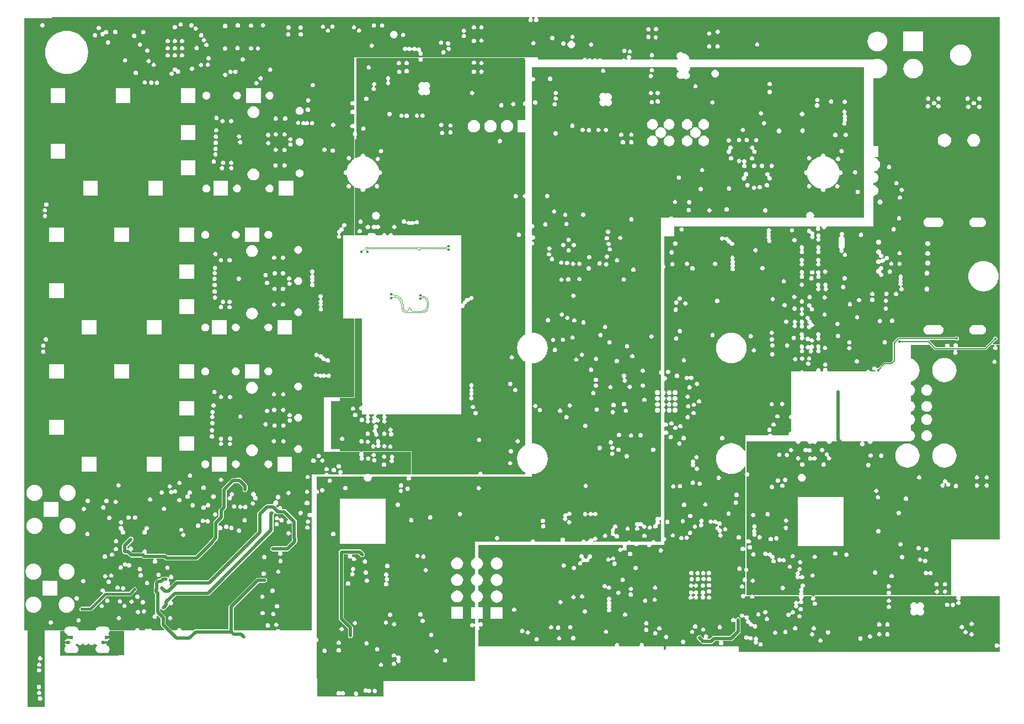
<source format=gbr>
G04*
G04 #@! TF.GenerationSoftware,Altium Limited,Altium Designer,23.7.1 (13)*
G04*
G04 Layer_Physical_Order=4*
G04 Layer_Color=6736896*
%FSLAX25Y25*%
%MOIN*%
G70*
G04*
G04 #@! TF.SameCoordinates,27D51526-8311-448D-B6E4-34D2AC34C314*
G04*
G04*
G04 #@! TF.FilePolarity,Positive*
G04*
G01*
G75*
%ADD12C,0.00400*%
%ADD13C,0.01500*%
%ADD121C,0.02362*%
%ADD195R,0.02362X0.02362*%
%ADD224C,0.02000*%
%ADD225C,0.00727*%
%ADD229C,0.01200*%
%ADD234C,0.00404*%
%ADD254C,0.01600*%
%ADD257C,0.02000*%
G36*
X563576Y-176517D02*
X561738D01*
X561613Y-176569D01*
X561478Y-176584D01*
X561428Y-176646D01*
X561355Y-176676D01*
X561083Y-176745D01*
X560810Y-176676D01*
X560737Y-176646D01*
X560688Y-176584D01*
X560553Y-176569D01*
X560428Y-176517D01*
X559560D01*
X559369Y-176055D01*
X560956Y-174469D01*
X561023Y-174482D01*
X561530Y-174381D01*
X561960Y-174094D01*
X562247Y-173664D01*
X562348Y-173157D01*
X562247Y-172649D01*
X561960Y-172219D01*
X561530Y-171932D01*
X561023Y-171831D01*
X560515Y-171932D01*
X560085Y-172219D01*
X559798Y-172649D01*
X559697Y-173157D01*
X559711Y-173224D01*
X554578Y-178356D01*
X538502D01*
X538235Y-177856D01*
X538324Y-177723D01*
X538425Y-177216D01*
X538324Y-176708D01*
X538037Y-176278D01*
X537607Y-175991D01*
X537100Y-175890D01*
X536592Y-175991D01*
X536162Y-176278D01*
X535875Y-176708D01*
X535774Y-177216D01*
X535875Y-177723D01*
X535964Y-177856D01*
X535697Y-178356D01*
X533615D01*
X533333Y-177900D01*
X533332Y-177856D01*
X533427Y-177381D01*
X533326Y-176874D01*
X533039Y-176444D01*
X532609Y-176156D01*
X532101Y-176055D01*
X531594Y-176156D01*
X531164Y-176444D01*
X530877Y-176874D01*
X530776Y-177381D01*
X530871Y-177856D01*
X530870Y-177900D01*
X530588Y-178356D01*
X525207D01*
X521265Y-174414D01*
X521334Y-174104D01*
X521456Y-173914D01*
X536800D01*
X536837Y-173971D01*
X537268Y-174258D01*
X537775Y-174359D01*
X538282Y-174258D01*
X538712Y-173971D01*
X538999Y-173541D01*
X539100Y-173033D01*
X538999Y-172526D01*
X538712Y-172096D01*
X538282Y-171809D01*
X537775Y-171708D01*
X537268Y-171809D01*
X536837Y-172096D01*
X536800Y-172153D01*
X502558D01*
X502221Y-172220D01*
X501935Y-172411D01*
X499325Y-175021D01*
X499134Y-175306D01*
X499067Y-175643D01*
Y-186313D01*
X497828Y-187552D01*
X494160D01*
X494160Y-187552D01*
X493823Y-187619D01*
X493537Y-187810D01*
X490455Y-190893D01*
X490388Y-190879D01*
X489881Y-190980D01*
X489860Y-190994D01*
X489304Y-190764D01*
X489271Y-190598D01*
X488984Y-190168D01*
X488553Y-189880D01*
X488046Y-189779D01*
X487539Y-189880D01*
X487109Y-190168D01*
X486822Y-190598D01*
X486721Y-191105D01*
X486822Y-191612D01*
X487109Y-192042D01*
X487539Y-192330D01*
X488046Y-192430D01*
X488553Y-192330D01*
X488698Y-192545D01*
X488379Y-192976D01*
X485581D01*
X485511Y-192626D01*
X485224Y-192196D01*
X484794Y-191908D01*
X484286Y-191807D01*
X483779Y-191908D01*
X483349Y-192196D01*
X483062Y-192626D01*
X482992Y-192976D01*
X459852D01*
X459621Y-192658D01*
X459552Y-192476D01*
X459639Y-192038D01*
X459539Y-191531D01*
X459251Y-191101D01*
X458821Y-190813D01*
X458314Y-190712D01*
X457807Y-190813D01*
X457377Y-191101D01*
X457089Y-191531D01*
X456988Y-192038D01*
X457076Y-192476D01*
X457007Y-192658D01*
X456776Y-192976D01*
X455888D01*
X455504Y-192476D01*
X455536Y-192315D01*
X455435Y-191807D01*
X455147Y-191377D01*
X454717Y-191090D01*
X454210Y-190989D01*
X453703Y-191090D01*
X453273Y-191377D01*
X452985Y-191807D01*
X452885Y-192315D01*
X452917Y-192476D01*
X452533Y-192976D01*
X445417D01*
X445400Y-192889D01*
X445113Y-192459D01*
X444683Y-192171D01*
X444175Y-192070D01*
X443668Y-192171D01*
X443238Y-192459D01*
X442951Y-192889D01*
X442933Y-192976D01*
X437790D01*
Y-219113D01*
X437671Y-219211D01*
X437164Y-219312D01*
X436734Y-219599D01*
X436447Y-220029D01*
X436346Y-220537D01*
X436447Y-221044D01*
X436734Y-221474D01*
X437164Y-221761D01*
X437671Y-221862D01*
X437790Y-221960D01*
Y-228993D01*
X437521Y-229214D01*
X437013Y-229315D01*
X436583Y-229603D01*
X436296Y-230032D01*
X436195Y-230540D01*
X436296Y-231047D01*
X436323Y-231088D01*
X436056Y-231588D01*
X426401D01*
X426337Y-231269D01*
X426050Y-230839D01*
X425620Y-230551D01*
X425113Y-230451D01*
X424606Y-230551D01*
X424176Y-230839D01*
X423888Y-231269D01*
X423825Y-231588D01*
X409950D01*
Y-240793D01*
X409465Y-240914D01*
X409291Y-240589D01*
X408135Y-239180D01*
X406726Y-238024D01*
X405119Y-237165D01*
X403376Y-236636D01*
X401562Y-236458D01*
X399749Y-236636D01*
X398006Y-237165D01*
X396398Y-238024D01*
X394990Y-239180D01*
X393834Y-240589D01*
X392975Y-242196D01*
X392446Y-243939D01*
X392268Y-245753D01*
X392446Y-247566D01*
X392975Y-249309D01*
X393834Y-250916D01*
X394990Y-252325D01*
X396398Y-253481D01*
X398006Y-254340D01*
X399749Y-254869D01*
X401562Y-255047D01*
X403376Y-254869D01*
X405119Y-254340D01*
X406726Y-253481D01*
X408135Y-252325D01*
X409291Y-250916D01*
X409465Y-250591D01*
X409950Y-250712D01*
Y-254611D01*
X409865Y-254737D01*
X409764Y-255245D01*
X409865Y-255752D01*
X409950Y-255879D01*
Y-299372D01*
X409450Y-299524D01*
X409371Y-299407D01*
X408941Y-299119D01*
X408434Y-299018D01*
X407927Y-299119D01*
X407497Y-299407D01*
X407209Y-299837D01*
X407109Y-300344D01*
X407209Y-300851D01*
X407497Y-301281D01*
X407927Y-301569D01*
X408434Y-301669D01*
X408941Y-301569D01*
X409371Y-301281D01*
X409450Y-301164D01*
X409950Y-301315D01*
Y-311789D01*
X409622Y-312007D01*
X409335Y-312437D01*
X409234Y-312945D01*
X409335Y-313452D01*
X409622Y-313882D01*
X409950Y-314101D01*
Y-317499D01*
X409688Y-317714D01*
X409181Y-317815D01*
X408751Y-318102D01*
X408463Y-318532D01*
X408362Y-319039D01*
X408463Y-319547D01*
X408751Y-319977D01*
X409181Y-320264D01*
X409688Y-320365D01*
X409950Y-320580D01*
Y-327540D01*
X409450Y-327807D01*
X409271Y-327688D01*
X408764Y-327587D01*
X408257Y-327688D01*
X407827Y-327975D01*
X407539Y-328405D01*
X407438Y-328912D01*
X407445Y-328948D01*
X407464D01*
Y-329040D01*
X407514Y-329291D01*
X407612Y-329528D01*
X407754Y-329741D01*
X407935Y-329922D01*
X408148Y-330064D01*
X408385Y-330162D01*
X408636Y-330212D01*
X408892D01*
X409143Y-330162D01*
X409380Y-330064D01*
X409450Y-330017D01*
X409469Y-330028D01*
X409500Y-330014D01*
X409866Y-329649D01*
X410064Y-329171D01*
Y-328948D01*
X412905D01*
Y-329396D01*
X413103Y-329874D01*
X413468Y-330240D01*
X413946Y-330438D01*
X414463D01*
X414941Y-330240D01*
X415307Y-329874D01*
X415505Y-329396D01*
Y-328948D01*
X442108D01*
X442442Y-329448D01*
X442431Y-329474D01*
Y-329991D01*
X442629Y-330469D01*
X442995Y-330835D01*
Y-331339D01*
X442629Y-331705D01*
X442431Y-332183D01*
Y-332214D01*
X441931Y-332313D01*
X441878Y-332185D01*
X441512Y-331819D01*
X441034Y-331621D01*
X440517D01*
X440039Y-331819D01*
X439674Y-332185D01*
X439476Y-332663D01*
Y-333180D01*
X439674Y-333658D01*
X439987Y-333971D01*
X439674Y-334285D01*
X439476Y-334763D01*
Y-335280D01*
X439674Y-335758D01*
X440039Y-336123D01*
X440517Y-336321D01*
X441034D01*
X441512Y-336123D01*
X441878Y-335758D01*
X442076Y-335280D01*
Y-334763D01*
X441878Y-334285D01*
X441564Y-333971D01*
X441878Y-333658D01*
X442076Y-333180D01*
Y-333149D01*
X442576Y-333049D01*
X442629Y-333177D01*
X442995Y-333543D01*
X443472Y-333741D01*
X443990D01*
X444467Y-333543D01*
X444833Y-333177D01*
X445031Y-332700D01*
Y-332183D01*
X444833Y-331705D01*
X444467Y-331339D01*
Y-330835D01*
X444833Y-330469D01*
X445031Y-329991D01*
Y-329474D01*
X445020Y-329448D01*
X445354Y-328948D01*
X450100D01*
X450128Y-328992D01*
X450254Y-329448D01*
X449986Y-329716D01*
X449788Y-330194D01*
Y-330711D01*
X449986Y-331189D01*
X450351Y-331555D01*
X450829Y-331752D01*
X451346D01*
X451824Y-331555D01*
X452190Y-331189D01*
X452388Y-330711D01*
Y-330194D01*
X452190Y-329716D01*
X451922Y-329448D01*
X452047Y-328992D01*
X452075Y-328948D01*
X537284D01*
X537603Y-329448D01*
X537523Y-329642D01*
Y-330159D01*
X537721Y-330637D01*
X538086Y-331003D01*
X538415Y-331139D01*
Y-331663D01*
X538086Y-331799D01*
X537721Y-332164D01*
X537523Y-332642D01*
Y-333159D01*
X537721Y-333637D01*
X538086Y-334003D01*
X538564Y-334201D01*
X539081D01*
X539559Y-334003D01*
X539925Y-333637D01*
X540123Y-333159D01*
Y-332642D01*
X539925Y-332164D01*
X539559Y-331799D01*
X539231Y-331663D01*
Y-331139D01*
X539559Y-331003D01*
X539925Y-330637D01*
X540123Y-330159D01*
Y-329642D01*
X540042Y-329448D01*
X540361Y-328948D01*
X563576D01*
Y-358196D01*
X563076Y-358295D01*
X563006Y-358125D01*
X562640Y-357760D01*
X562162Y-357562D01*
X561645D01*
X561167Y-357760D01*
X560801Y-358125D01*
X560604Y-358603D01*
Y-359120D01*
X560801Y-359598D01*
X561167Y-359964D01*
X561645Y-360162D01*
X562162D01*
X562640Y-359964D01*
X563006Y-359598D01*
X563076Y-359428D01*
X563576Y-359528D01*
Y-362555D01*
X406078D01*
Y-359449D01*
X378648D01*
X378148Y-359349D01*
X377648Y-359449D01*
X357244D01*
X357058Y-359412D01*
X356872Y-359449D01*
X349067D01*
X348739Y-358949D01*
X348794Y-358669D01*
X348693Y-358162D01*
X348406Y-357732D01*
X347976Y-357445D01*
X347469Y-357344D01*
X346961Y-357445D01*
X346531Y-357732D01*
X346244Y-358162D01*
X346143Y-358669D01*
X346199Y-358949D01*
X345870Y-359449D01*
X334056D01*
X333772Y-358949D01*
X333846Y-358575D01*
X333745Y-358068D01*
X333458Y-357638D01*
X333028Y-357350D01*
X332521Y-357250D01*
X332013Y-357350D01*
X331583Y-357638D01*
X331296Y-358068D01*
X331195Y-358575D01*
X331269Y-358949D01*
X330985Y-359449D01*
X248816D01*
Y-349662D01*
X249012Y-349531D01*
X249299Y-349101D01*
X249400Y-348594D01*
X249299Y-348087D01*
X249012Y-347657D01*
X248971Y-347630D01*
X248969Y-347282D01*
X249461Y-347067D01*
X249653Y-347195D01*
X250160Y-347296D01*
X250667Y-347195D01*
X251097Y-346907D01*
X251384Y-346477D01*
X251485Y-345970D01*
X251384Y-345463D01*
X251097Y-345033D01*
X250667Y-344746D01*
X250160Y-344645D01*
X249653Y-344746D01*
X249316Y-344971D01*
X248978Y-344863D01*
X248816Y-344749D01*
Y-342788D01*
X251530D01*
Y-335489D01*
X248816D01*
Y-332696D01*
X248833Y-332694D01*
X249721Y-332326D01*
X250484Y-331741D01*
X251069Y-330979D01*
X251436Y-330091D01*
X251562Y-329138D01*
X251436Y-328186D01*
X251069Y-327298D01*
X250484Y-326536D01*
X249721Y-325951D01*
X248833Y-325583D01*
X248816Y-325580D01*
Y-322696D01*
X248833Y-322694D01*
X249721Y-322326D01*
X250484Y-321741D01*
X251069Y-320979D01*
X251436Y-320091D01*
X251562Y-319138D01*
X251436Y-318186D01*
X251069Y-317298D01*
X250484Y-316535D01*
X249721Y-315950D01*
X248833Y-315583D01*
X248816Y-315580D01*
Y-312696D01*
X248833Y-312694D01*
X249721Y-312326D01*
X250484Y-311741D01*
X251069Y-310979D01*
X251436Y-310091D01*
X251562Y-309138D01*
X251436Y-308186D01*
X251069Y-307298D01*
X250484Y-306536D01*
X249721Y-305950D01*
X248833Y-305583D01*
X248816Y-305580D01*
Y-297968D01*
X314768D01*
X315155Y-298045D01*
X315542Y-297968D01*
X335843D01*
X335925Y-298380D01*
X336212Y-298810D01*
Y-299036D01*
X335925Y-299466D01*
X335882Y-299683D01*
X335757Y-299765D01*
X335335Y-299871D01*
X335033Y-299669D01*
X334526Y-299568D01*
X334018Y-299669D01*
X333589Y-299956D01*
X333301Y-300387D01*
X333200Y-300894D01*
X333301Y-301401D01*
X333589Y-301831D01*
X334018Y-302118D01*
X334526Y-302219D01*
X335033Y-302118D01*
X335463Y-301831D01*
X335750Y-301401D01*
X335794Y-301184D01*
X335918Y-301102D01*
X336341Y-300996D01*
X336642Y-301198D01*
X337150Y-301298D01*
X337657Y-301198D01*
X338087Y-300910D01*
X338374Y-300480D01*
X338475Y-299973D01*
X338374Y-299466D01*
X338087Y-299036D01*
Y-298810D01*
X338374Y-298380D01*
X338456Y-297968D01*
X343166D01*
X343351Y-298244D01*
X343781Y-298531D01*
X344288Y-298632D01*
X344795Y-298531D01*
X345225Y-298244D01*
X345409Y-297968D01*
X350542D01*
X350599Y-298038D01*
X350700Y-298545D01*
X350988Y-298975D01*
X351417Y-299262D01*
X351925Y-299363D01*
X352432Y-299262D01*
X352862Y-298975D01*
X353149Y-298545D01*
X353250Y-298038D01*
X353308Y-297968D01*
X360992D01*
Y-295697D01*
X361418Y-295612D01*
X361848Y-295325D01*
X362136Y-294895D01*
X362237Y-294388D01*
X362136Y-293880D01*
X361848Y-293450D01*
X361418Y-293163D01*
X360992Y-293078D01*
Y-281706D01*
X361017Y-281581D01*
X360992Y-281456D01*
Y-231299D01*
X361492Y-231065D01*
X361740Y-231231D01*
X362247Y-231332D01*
X362755Y-231231D01*
X363185Y-230944D01*
X363472Y-230514D01*
X363573Y-230007D01*
X363472Y-229499D01*
X363185Y-229069D01*
X362755Y-228782D01*
X362247Y-228681D01*
X361740Y-228782D01*
X361492Y-228948D01*
X360992Y-228714D01*
Y-226505D01*
X361492Y-226238D01*
X361635Y-226333D01*
X362142Y-226434D01*
X362649Y-226333D01*
X363079Y-226046D01*
X363367Y-225616D01*
X363467Y-225109D01*
X363367Y-224602D01*
X363079Y-224172D01*
X362649Y-223884D01*
X362142Y-223783D01*
X361635Y-223884D01*
X361492Y-223980D01*
X360992Y-223712D01*
Y-217830D01*
X361055Y-217818D01*
X361546Y-217490D01*
X361874Y-216999D01*
X361989Y-216420D01*
X361874Y-215841D01*
X361546Y-215350D01*
X361055Y-215022D01*
X360992Y-215009D01*
Y-214287D01*
X361055Y-214275D01*
X361546Y-213947D01*
X361874Y-213456D01*
X361989Y-212877D01*
X361874Y-212298D01*
X361546Y-211807D01*
X361055Y-211478D01*
X360992Y-211466D01*
Y-210744D01*
X361055Y-210731D01*
X361546Y-210403D01*
X361874Y-209912D01*
X361989Y-209333D01*
X361874Y-208754D01*
X361546Y-208263D01*
X361055Y-207935D01*
X360992Y-207923D01*
Y-207201D01*
X361055Y-207188D01*
X361546Y-206860D01*
X361874Y-206369D01*
X361989Y-205790D01*
X361874Y-205211D01*
X361546Y-204720D01*
X361055Y-204392D01*
X360992Y-204379D01*
Y-198840D01*
X361379Y-198523D01*
X361428Y-198533D01*
X361935Y-198432D01*
X362365Y-198145D01*
X362652Y-197715D01*
X362753Y-197208D01*
X362652Y-196700D01*
X362365Y-196270D01*
X361935Y-195983D01*
X361428Y-195882D01*
X361379Y-195892D01*
X360992Y-195575D01*
Y-130648D01*
X361283Y-130454D01*
X361570Y-130024D01*
X361671Y-129517D01*
X361570Y-129009D01*
X361283Y-128579D01*
X360992Y-128385D01*
Y-111178D01*
X366909D01*
Y-107285D01*
X366975Y-107186D01*
X367076Y-106679D01*
X366975Y-106171D01*
X366909Y-106072D01*
Y-105171D01*
X439401D01*
X439664Y-105223D01*
X439927Y-105171D01*
X452990D01*
X453039Y-105243D01*
X453066Y-105261D01*
Y-105761D01*
X453039Y-105780D01*
X452751Y-106210D01*
X452650Y-106717D01*
X452751Y-107224D01*
X453039Y-107654D01*
X453469Y-107941D01*
X453976Y-108042D01*
X454483Y-107941D01*
X454913Y-107654D01*
X455200Y-107224D01*
X455301Y-106717D01*
X455200Y-106210D01*
X454913Y-105780D01*
X455171Y-105350D01*
X455348Y-105171D01*
X455989D01*
X456307Y-105557D01*
X456304Y-105571D01*
X456405Y-106079D01*
X456692Y-106509D01*
X457122Y-106796D01*
X457629Y-106897D01*
X458137Y-106796D01*
X458567Y-106509D01*
X458854Y-106079D01*
X458955Y-105571D01*
X458952Y-105557D01*
X459269Y-105171D01*
X487402D01*
Y-86792D01*
X487957Y-86718D01*
X488744Y-86392D01*
X489420Y-85874D01*
X489939Y-85198D01*
X490265Y-84410D01*
X490376Y-83565D01*
X490265Y-82721D01*
X489939Y-81933D01*
X489420Y-81257D01*
X488744Y-80739D01*
X487957Y-80413D01*
X487402Y-80339D01*
Y-78918D01*
X487957Y-78844D01*
X488744Y-78518D01*
X489420Y-78000D01*
X489939Y-77324D01*
X490265Y-76536D01*
X490376Y-75691D01*
X490265Y-74847D01*
X489939Y-74059D01*
X489420Y-73383D01*
X488744Y-72865D01*
X487957Y-72539D01*
X487747Y-72511D01*
X487747Y-72007D01*
X488218Y-71945D01*
X489248Y-71518D01*
X490133Y-70839D01*
X490812Y-69954D01*
X491239Y-68923D01*
X491385Y-67817D01*
X491239Y-66712D01*
X490812Y-65681D01*
X490133Y-64796D01*
X489248Y-64117D01*
X488218Y-63690D01*
X488137Y-63680D01*
X488170Y-63180D01*
X490348D01*
Y-56707D01*
X487402D01*
Y-15812D01*
X487902Y-15441D01*
X488598Y-15653D01*
X489757Y-15767D01*
X490917Y-15653D01*
X492031Y-15315D01*
X493059Y-14765D01*
X493959Y-14026D01*
X494698Y-13126D01*
X495247Y-12099D01*
X495585Y-10984D01*
X495700Y-9825D01*
X495585Y-8666D01*
X495247Y-7551D01*
X494698Y-6524D01*
X493959Y-5623D01*
X493059Y-4884D01*
X492031Y-4335D01*
X490917Y-3997D01*
X489757Y-3883D01*
X488598Y-3997D01*
X487484Y-4335D01*
X487341Y-4411D01*
X377231D01*
X377182Y-4339D01*
X376421Y-3830D01*
X375781Y-3703D01*
X375896Y-3124D01*
X375717Y-2226D01*
X375209Y-1465D01*
X374448Y-957D01*
X373551Y-779D01*
X372846Y-919D01*
X372524Y-438D01*
X371764Y71D01*
X370866Y249D01*
X369969Y71D01*
X369208Y-438D01*
X368700Y-1198D01*
X368521Y-2096D01*
X368700Y-2993D01*
X369208Y-3754D01*
Y-3871D01*
X368847Y-4411D01*
X354566D01*
X354465Y-4260D01*
X354035Y-3973D01*
X353527Y-3872D01*
X353020Y-3973D01*
X352590Y-4260D01*
X352489Y-4411D01*
X340634D01*
X340482Y-3911D01*
X340668Y-3787D01*
X340955Y-3357D01*
X341056Y-2850D01*
X340955Y-2343D01*
X340668Y-1913D01*
X340238Y-1625D01*
X339731Y-1524D01*
X339224Y-1625D01*
X338793Y-1913D01*
X338506Y-2343D01*
X338405Y-2850D01*
X338506Y-3357D01*
X338793Y-3787D01*
X338980Y-3911D01*
X338828Y-4411D01*
X337813D01*
X337805Y-4368D01*
X337517Y-3938D01*
X337087Y-3651D01*
X336580Y-3550D01*
X336073Y-3651D01*
X335643Y-3938D01*
X335356Y-4368D01*
X335347Y-4411D01*
X323519D01*
X323477Y-4200D01*
X323189Y-3769D01*
X322759Y-3482D01*
X322252Y-3381D01*
X321745Y-3482D01*
X321315Y-3769D01*
X321028Y-4200D01*
X321007Y-4303D01*
X320497D01*
X320477Y-4200D01*
X320189Y-3769D01*
X319759Y-3482D01*
X319252Y-3381D01*
X318745Y-3482D01*
X318315Y-3769D01*
X318028Y-4200D01*
X317985Y-4411D01*
X317182D01*
X317140Y-4200D01*
X316853Y-3769D01*
X316423Y-3482D01*
X315915Y-3381D01*
X315408Y-3482D01*
X314978Y-3769D01*
X314733Y-4137D01*
X314421Y-4151D01*
X314199Y-4111D01*
X313939Y-3723D01*
X313509Y-3435D01*
X313002Y-3334D01*
X312494Y-3435D01*
X312065Y-3723D01*
X311777Y-4153D01*
X311726Y-4411D01*
X284652D01*
Y-2868D01*
X173682D01*
Y-29288D01*
X173182Y-29555D01*
X173081Y-29488D01*
X172574Y-29387D01*
X172067Y-29488D01*
X171637Y-29775D01*
X171350Y-30205D01*
X171249Y-30712D01*
X171350Y-31220D01*
X171637Y-31650D01*
X172067Y-31937D01*
X172574Y-32038D01*
X173081Y-31937D01*
X173182Y-31870D01*
X173682Y-32137D01*
Y-34469D01*
X173182Y-34736D01*
X173176Y-34732D01*
X172669Y-34631D01*
X172162Y-34732D01*
X171732Y-35020D01*
X171444Y-35450D01*
X171343Y-35957D01*
X171444Y-36464D01*
X171732Y-36894D01*
X172162Y-37181D01*
X172669Y-37282D01*
X173176Y-37181D01*
X173182Y-37178D01*
X173682Y-37445D01*
Y-43141D01*
X173182Y-43409D01*
X173002Y-43288D01*
X172495Y-43188D01*
X171988Y-43288D01*
X171558Y-43576D01*
X171271Y-44006D01*
X171170Y-44513D01*
X171271Y-45020D01*
X171558Y-45450D01*
X171988Y-45738D01*
X172495Y-45839D01*
X173002Y-45738D01*
X173182Y-45618D01*
X173682Y-45885D01*
Y-48080D01*
X173649Y-48087D01*
X173219Y-48374D01*
X172931Y-48804D01*
X172830Y-49311D01*
X172931Y-49818D01*
X173219Y-50248D01*
X173649Y-50536D01*
X173682Y-50542D01*
Y-64463D01*
X173536Y-64541D01*
X173501Y-64584D01*
X173448Y-64600D01*
X172037Y-65758D01*
X172010Y-65807D01*
X171962Y-65833D01*
X170804Y-67244D01*
X170788Y-67297D01*
X170745Y-67332D01*
X169884Y-68942D01*
X169879Y-68997D01*
X169844Y-69040D01*
X169314Y-70787D01*
X169319Y-70842D01*
X169293Y-70891D01*
X169276Y-71064D01*
X168874Y-71362D01*
X168728Y-71333D01*
X168182Y-71442D01*
X167719Y-71751D01*
X167409Y-72214D01*
X167300Y-72760D01*
X167409Y-73307D01*
X167719Y-73770D01*
X168182Y-74079D01*
X168728Y-74188D01*
X168874Y-74159D01*
X169276Y-74457D01*
X169293Y-74630D01*
X169319Y-74679D01*
X169314Y-74734D01*
X169844Y-76481D01*
X169879Y-76524D01*
X169884Y-76579D01*
X170745Y-78189D01*
X170788Y-78224D01*
X170804Y-78277D01*
X171962Y-79688D01*
X172010Y-79714D01*
X172037Y-79763D01*
X173448Y-80921D01*
X173501Y-80937D01*
X173536Y-80980D01*
X173682Y-81058D01*
Y-110671D01*
X166999D01*
Y-160983D01*
X173682D01*
Y-208494D01*
X155344D01*
Y-241698D01*
X176931D01*
X177069Y-241993D01*
X177117Y-242198D01*
X176858Y-242586D01*
X176757Y-243093D01*
X176858Y-243601D01*
X177145Y-244030D01*
X177304Y-244137D01*
X177383Y-244676D01*
X177356Y-244727D01*
X177097Y-245115D01*
X176996Y-245622D01*
X177097Y-246129D01*
X177384Y-246559D01*
X177814Y-246847D01*
X178322Y-246947D01*
X178829Y-246847D01*
X179259Y-246559D01*
X179546Y-246129D01*
X179647Y-245622D01*
X179546Y-245115D01*
X179259Y-244685D01*
X179100Y-244578D01*
X179021Y-244039D01*
X179048Y-243988D01*
X179307Y-243601D01*
X179408Y-243093D01*
X179307Y-242586D01*
X179048Y-242198D01*
X179096Y-241993D01*
X179234Y-241698D01*
X185381D01*
X185431Y-242198D01*
X185025Y-242279D01*
X184595Y-242566D01*
X184307Y-242996D01*
X184206Y-243503D01*
X184307Y-244010D01*
X184595Y-244440D01*
X185025Y-244728D01*
X185532Y-244829D01*
X186039Y-244728D01*
X186469Y-244440D01*
X186756Y-244010D01*
X186857Y-243503D01*
X186756Y-242996D01*
X186469Y-242566D01*
X186039Y-242279D01*
X185633Y-242198D01*
X185682Y-241698D01*
X207922D01*
Y-255457D01*
X183380D01*
X182838Y-255095D01*
X181913Y-254911D01*
X180988Y-255095D01*
X180446Y-255457D01*
X166149D01*
X166034Y-254957D01*
X166353Y-254744D01*
X166640Y-254314D01*
X166741Y-253807D01*
X166640Y-253299D01*
X166353Y-252870D01*
X165923Y-252582D01*
X165416Y-252481D01*
X164909Y-252582D01*
X164479Y-252870D01*
X164191Y-253299D01*
X164091Y-253807D01*
X164191Y-254314D01*
X164479Y-254744D01*
X164798Y-254957D01*
X164683Y-255457D01*
X158349D01*
X158249Y-254955D01*
X157961Y-254525D01*
X157531Y-254237D01*
X157024Y-254136D01*
X156517Y-254237D01*
X156087Y-254525D01*
X155800Y-254955D01*
X155700Y-255457D01*
X147914D01*
Y-278474D01*
X147414Y-278742D01*
X147263Y-278641D01*
X146755Y-278540D01*
X146248Y-278641D01*
X145818Y-278928D01*
X145531Y-279358D01*
X145430Y-279865D01*
X145531Y-280373D01*
X145818Y-280802D01*
X146248Y-281090D01*
X146755Y-281191D01*
X147263Y-281090D01*
X147414Y-280989D01*
X147914Y-281256D01*
Y-349484D01*
X128814D01*
X128565Y-349112D01*
X128135Y-348824D01*
X127628Y-348723D01*
X127120Y-348824D01*
X126690Y-349112D01*
X126442Y-349484D01*
X100938D01*
Y-335936D01*
X115969Y-320905D01*
X119630D01*
X120215Y-320789D01*
X120712Y-320457D01*
X121043Y-319961D01*
X121160Y-319376D01*
X121043Y-318791D01*
X120712Y-318294D01*
X120215Y-317963D01*
X119630Y-317846D01*
X115335D01*
X114750Y-317963D01*
X114254Y-318294D01*
X98328Y-334221D01*
X97996Y-334717D01*
X97880Y-335302D01*
Y-348945D01*
X78039D01*
X77454Y-349061D01*
X76958Y-349393D01*
X76867Y-349484D01*
X69339D01*
X69315Y-349455D01*
X69214Y-348948D01*
X68927Y-348518D01*
X68497Y-348230D01*
X67989Y-348129D01*
X67482Y-348230D01*
X67052Y-348518D01*
X66765Y-348948D01*
X66664Y-349455D01*
X66640Y-349484D01*
X63771D01*
X59865Y-345578D01*
Y-341971D01*
X59749Y-341386D01*
X59417Y-340890D01*
X56438Y-337911D01*
Y-336798D01*
X56901Y-336624D01*
X56938Y-336631D01*
X57254Y-337104D01*
X57750Y-337435D01*
X58336Y-337552D01*
X58921Y-337435D01*
X59417Y-337104D01*
X61303Y-335218D01*
X61635Y-334722D01*
X61686Y-334466D01*
X61706Y-334447D01*
X62233Y-334276D01*
X62468Y-334433D01*
X62976Y-334534D01*
X63483Y-334433D01*
X63913Y-334146D01*
X64200Y-333716D01*
X64301Y-333209D01*
X64200Y-332701D01*
X63913Y-332271D01*
X63483Y-331984D01*
X63469Y-331981D01*
X63304Y-331439D01*
X65964Y-328779D01*
X85394D01*
X85979Y-328663D01*
X86475Y-328331D01*
X124605Y-290201D01*
X124937Y-289705D01*
X125053Y-289119D01*
Y-279758D01*
X125174Y-279637D01*
X125505Y-279141D01*
X125595Y-278692D01*
X125977Y-278511D01*
X126105Y-278495D01*
X126532Y-278922D01*
X127028Y-279253D01*
X127613Y-279370D01*
X130889D01*
X133771Y-282252D01*
X133612Y-282800D01*
X133278Y-283023D01*
X132991Y-283453D01*
X132890Y-283960D01*
X132991Y-284467D01*
X133278Y-284897D01*
X133708Y-285184D01*
X134215Y-285285D01*
X134723Y-285184D01*
X135153Y-284897D01*
X135802Y-284787D01*
X135968Y-284912D01*
Y-293637D01*
X136085Y-294222D01*
X136192Y-294383D01*
Y-295373D01*
X132820Y-298745D01*
X124531D01*
X123946Y-298861D01*
X123450Y-299193D01*
X123118Y-299689D01*
X123002Y-300274D01*
X123118Y-300859D01*
X123450Y-301356D01*
X123946Y-301687D01*
X124531Y-301803D01*
X127981D01*
X128126Y-302182D01*
X128150Y-302304D01*
X127877Y-302712D01*
X127776Y-303220D01*
X127877Y-303727D01*
X128164Y-304157D01*
X128594Y-304444D01*
X129102Y-304545D01*
X129609Y-304444D01*
X130039Y-304157D01*
X130326Y-303727D01*
X130427Y-303220D01*
X130326Y-302712D01*
X130053Y-302304D01*
X130077Y-302182D01*
X130222Y-301803D01*
X133454D01*
X134039Y-301687D01*
X134535Y-301356D01*
X138803Y-297088D01*
X139135Y-296592D01*
X139251Y-296006D01*
Y-293861D01*
X139135Y-293275D01*
X139027Y-293115D01*
Y-283816D01*
X138911Y-283230D01*
X138579Y-282734D01*
X132604Y-276759D01*
X132108Y-276427D01*
X131523Y-276311D01*
X130481D01*
X130149Y-275811D01*
X130203Y-275540D01*
X130102Y-275033D01*
X129815Y-274603D01*
X129384Y-274316D01*
X128877Y-274215D01*
X128370Y-274316D01*
X127940Y-274603D01*
X127662Y-275019D01*
X127651Y-275033D01*
X127114Y-275178D01*
X126464Y-274528D01*
X126628Y-273986D01*
X126905Y-273931D01*
X127401Y-273599D01*
X127733Y-273103D01*
X127849Y-272517D01*
X127733Y-271932D01*
X127401Y-271436D01*
X126905Y-271105D01*
X126320Y-270988D01*
X125734Y-271105D01*
X125238Y-271436D01*
X124907Y-271932D01*
X124790Y-272517D01*
X124863Y-272884D01*
X124797Y-273033D01*
X124553Y-273312D01*
X124485Y-273352D01*
X121140D01*
X120554Y-273469D01*
X120058Y-273800D01*
X115548Y-278311D01*
X115216Y-278807D01*
X115100Y-279392D01*
Y-289662D01*
X85348Y-319413D01*
X66461D01*
X65876Y-319529D01*
X65380Y-319861D01*
X62688Y-322552D01*
X62211Y-322442D01*
X62093Y-321996D01*
X62122Y-321976D01*
X62409Y-321547D01*
X62510Y-321039D01*
X62409Y-320532D01*
X62122Y-320102D01*
X61806Y-319891D01*
X61576Y-319337D01*
X61635Y-319248D01*
X61751Y-318663D01*
X61700Y-318405D01*
X62171Y-318210D01*
X62218Y-318281D01*
X62648Y-318568D01*
X63155Y-318669D01*
X63662Y-318568D01*
X64092Y-318281D01*
X64380Y-317851D01*
X64481Y-317343D01*
X64380Y-316836D01*
X64092Y-316406D01*
X63662Y-316119D01*
X63155Y-316018D01*
X62648Y-316119D01*
X62218Y-316406D01*
X61931Y-316836D01*
X61830Y-317343D01*
X61866Y-317524D01*
X61395Y-317719D01*
X61303Y-317582D01*
X60807Y-317250D01*
X60222Y-317134D01*
X58336D01*
X57750Y-317250D01*
X57254Y-317582D01*
X56478Y-318358D01*
X55502D01*
X54917Y-318475D01*
X54421Y-318806D01*
X53249Y-319978D01*
X52918Y-320474D01*
X52801Y-321059D01*
Y-323982D01*
X52762Y-324041D01*
X52645Y-324626D01*
Y-326283D01*
X52762Y-326869D01*
X53093Y-327365D01*
X53379Y-327651D01*
Y-338545D01*
X53496Y-339130D01*
X53804Y-339591D01*
X53766Y-339715D01*
X53539Y-340044D01*
X53191Y-339975D01*
X52684Y-340076D01*
X52254Y-340364D01*
X51967Y-340793D01*
X51866Y-341301D01*
X51967Y-341808D01*
X52254Y-342238D01*
X52684Y-342525D01*
X53191Y-342626D01*
X53698Y-342525D01*
X54128Y-342238D01*
X54416Y-341808D01*
X54517Y-341301D01*
X54448Y-340953D01*
X54908Y-340707D01*
X56806Y-342605D01*
Y-346211D01*
X56923Y-346797D01*
X57254Y-347293D01*
X58983Y-349022D01*
X58792Y-349484D01*
X51543D01*
X51540Y-349471D01*
X51253Y-349041D01*
X50823Y-348753D01*
X50316Y-348653D01*
X49809Y-348753D01*
X49379Y-349041D01*
X49153D01*
X48723Y-348753D01*
X48216Y-348653D01*
X47709Y-348753D01*
X47279Y-349041D01*
X46991Y-349471D01*
X46989Y-349484D01*
X44084D01*
X44037Y-349426D01*
X43936Y-348919D01*
X43649Y-348489D01*
X43219Y-348202D01*
X42712Y-348101D01*
X42204Y-348202D01*
X41774Y-348489D01*
X41487Y-348919D01*
X41386Y-349426D01*
X41339Y-349484D01*
X25993D01*
X25870Y-348864D01*
X25368Y-348113D01*
X24617Y-347611D01*
X23730Y-347434D01*
X19793D01*
X18907Y-347611D01*
X18156Y-348113D01*
X17653Y-348864D01*
X17530Y-349484D01*
X7096D01*
X6972Y-348864D01*
X6470Y-348113D01*
X5719Y-347611D01*
X4833Y-347434D01*
X896D01*
X9Y-347611D01*
X-742Y-348113D01*
X-1244Y-348864D01*
X-1367Y-349484D01*
X-13269D01*
Y-395861D01*
X-23668D01*
Y-349484D01*
X-25545D01*
Y20866D01*
X-8839D01*
X-8839Y20866D01*
X-8834Y21260D01*
X279432D01*
X279584Y20760D01*
X279378Y20622D01*
X279090Y20192D01*
X278990Y19685D01*
X279090Y19178D01*
X279378Y18748D01*
X279808Y18461D01*
X280315Y18360D01*
X280822Y18461D01*
X281252Y18748D01*
X281540Y19178D01*
X281640Y19685D01*
X281540Y20192D01*
X281252Y20622D01*
X281046Y20760D01*
X281198Y21260D01*
X282784D01*
X282936Y20760D01*
X282730Y20622D01*
X282443Y20192D01*
X282342Y19685D01*
X282443Y19178D01*
X282730Y18748D01*
X283160Y18461D01*
X283667Y18360D01*
X284175Y18461D01*
X284605Y18748D01*
X284892Y19178D01*
X284993Y19685D01*
X284892Y20192D01*
X284605Y20622D01*
X284399Y20760D01*
X284550Y21260D01*
X563576D01*
Y-176517D01*
D02*
G37*
G36*
X276955Y-5045D02*
Y-29679D01*
X276515Y-29766D01*
X276084Y-30054D01*
X275797Y-30484D01*
X275696Y-30991D01*
X275797Y-31498D01*
X276084Y-31928D01*
X276515Y-32215D01*
X276955Y-32303D01*
Y-40975D01*
X272400D01*
Y-48274D01*
X276955D01*
Y-85419D01*
X276832Y-85521D01*
X276325Y-85622D01*
X275895Y-85909D01*
X275607Y-86339D01*
X275506Y-86846D01*
X275607Y-87353D01*
X275895Y-87783D01*
X276325Y-88071D01*
X276832Y-88172D01*
X276955Y-88273D01*
Y-102810D01*
Y-170653D01*
X276202Y-171056D01*
X274793Y-172212D01*
X273637Y-173620D01*
X272778Y-175227D01*
X272249Y-176971D01*
X272071Y-178784D01*
X272249Y-180597D01*
X272778Y-182341D01*
X273637Y-183948D01*
X274793Y-185356D01*
X276202Y-186512D01*
X276955Y-186915D01*
Y-237621D01*
X276202Y-238024D01*
X274793Y-239180D01*
X273637Y-240589D01*
X272778Y-242196D01*
X272249Y-243939D01*
X272071Y-245753D01*
X272249Y-247566D01*
X272778Y-249309D01*
X273637Y-250916D01*
X274793Y-252325D01*
X276202Y-253481D01*
X276955Y-253884D01*
Y-255280D01*
X251567D01*
X251309Y-254966D01*
X251208Y-254459D01*
X250921Y-254029D01*
X250491Y-253742D01*
X249984Y-253641D01*
X249476Y-253742D01*
X249046Y-254029D01*
X248759Y-254459D01*
X248658Y-254966D01*
X248400Y-255280D01*
X208463D01*
Y-241698D01*
X208305Y-241315D01*
X207922Y-241157D01*
X185682D01*
X185532Y-241219D01*
X185381Y-241157D01*
X179234D01*
X179145Y-241193D01*
X179049Y-241189D01*
X178961Y-241269D01*
X178851Y-241315D01*
X178814Y-241404D01*
X178744Y-241469D01*
X178606Y-241764D01*
X178105Y-241772D01*
X178083Y-241768D01*
X178060Y-241772D01*
X177559Y-241764D01*
X177421Y-241469D01*
X177351Y-241404D01*
X177314Y-241315D01*
X177204Y-241269D01*
X177116Y-241189D01*
X177020Y-241193D01*
X176931Y-241157D01*
X165135D01*
Y-240017D01*
X159867D01*
Y-211024D01*
X165135D01*
Y-209035D01*
X173682D01*
X174065Y-208876D01*
X174223Y-208494D01*
Y-160983D01*
X178285D01*
Y-213593D01*
X177981Y-213842D01*
X177474Y-213943D01*
X177044Y-214230D01*
X176757Y-214660D01*
X176656Y-215167D01*
X176757Y-215675D01*
X177044Y-216105D01*
X177474Y-216392D01*
X177981Y-216493D01*
X178285Y-216742D01*
Y-218885D01*
X181044D01*
X181195Y-219385D01*
X180965Y-219538D01*
X180678Y-219969D01*
X180577Y-220476D01*
X180678Y-220983D01*
X180965Y-221413D01*
X181113Y-221512D01*
Y-222113D01*
X180986Y-222199D01*
X180699Y-222628D01*
X180598Y-223136D01*
X180699Y-223643D01*
X180986Y-224073D01*
X181416Y-224360D01*
X181923Y-224461D01*
X182431Y-224360D01*
X182861Y-224073D01*
X183148Y-223643D01*
X183249Y-223136D01*
X183148Y-222628D01*
X182861Y-222199D01*
X182712Y-222099D01*
Y-221498D01*
X182840Y-221413D01*
X183127Y-220983D01*
X183228Y-220476D01*
X183127Y-219969D01*
X182840Y-219538D01*
X182609Y-219385D01*
X182761Y-218885D01*
X185529D01*
X185720Y-219074D01*
X185701Y-219242D01*
X185465Y-219621D01*
X185362Y-219642D01*
X184932Y-219930D01*
X184644Y-220359D01*
X184544Y-220867D01*
X184644Y-221374D01*
X184932Y-221804D01*
X184698Y-222249D01*
X184440Y-222636D01*
X184339Y-223143D01*
X184440Y-223650D01*
X184727Y-224080D01*
X185157Y-224368D01*
X185665Y-224468D01*
X186172Y-224368D01*
X186602Y-224080D01*
X186889Y-223650D01*
X187385Y-223720D01*
X187402Y-223731D01*
X187909Y-223832D01*
X188417Y-223731D01*
X188847Y-223444D01*
X189134Y-223014D01*
X189235Y-222506D01*
X189134Y-221999D01*
X188847Y-221569D01*
X188417Y-221282D01*
X187909Y-221181D01*
X187631Y-221236D01*
X187201Y-220873D01*
X187192Y-220853D01*
X187094Y-220359D01*
X186843Y-219985D01*
X186892Y-219759D01*
X187033Y-219479D01*
X187456Y-219395D01*
X187886Y-219108D01*
X188035Y-218885D01*
X191044D01*
X191195Y-219385D01*
X190965Y-219538D01*
X190678Y-219969D01*
X190577Y-220476D01*
X190678Y-220983D01*
X190965Y-221413D01*
X191113Y-221512D01*
Y-222113D01*
X190986Y-222199D01*
X190699Y-222628D01*
X190598Y-223136D01*
X190699Y-223643D01*
X190986Y-224073D01*
X191416Y-224360D01*
X191923Y-224461D01*
X192431Y-224360D01*
X192861Y-224073D01*
X193148Y-223643D01*
X193249Y-223136D01*
X193148Y-222628D01*
X192861Y-222199D01*
X192712Y-222099D01*
Y-221498D01*
X192840Y-221413D01*
X193127Y-220983D01*
X193228Y-220476D01*
X193127Y-219969D01*
X192840Y-219538D01*
X192609Y-219385D01*
X192761Y-218885D01*
X238362D01*
Y-154789D01*
X238862Y-154492D01*
X239208Y-154561D01*
X239716Y-154460D01*
X240146Y-154172D01*
X240433Y-153742D01*
X240534Y-153235D01*
X240485Y-152991D01*
X240530Y-152662D01*
X240847Y-152448D01*
X241058Y-152406D01*
X241488Y-152118D01*
X241776Y-151688D01*
X241877Y-151181D01*
X242036Y-151022D01*
X242543Y-150921D01*
X242973Y-150633D01*
X243261Y-150203D01*
X243330Y-149854D01*
X243712Y-149628D01*
X243852Y-149601D01*
X243993Y-149695D01*
X244500Y-149796D01*
X245008Y-149695D01*
X245438Y-149408D01*
X245725Y-148978D01*
X245826Y-148471D01*
X245725Y-147963D01*
X245438Y-147533D01*
X245008Y-147246D01*
X244500Y-147145D01*
X243993Y-147246D01*
X243563Y-147533D01*
X243276Y-147963D01*
X243206Y-148313D01*
X242824Y-148539D01*
X242685Y-148566D01*
X242543Y-148472D01*
X242036Y-148371D01*
X241529Y-148472D01*
X241099Y-148759D01*
X240811Y-149189D01*
X240711Y-149696D01*
X240551Y-149856D01*
X240044Y-149957D01*
X239614Y-150244D01*
X239327Y-150674D01*
X239226Y-151181D01*
X239274Y-151426D01*
X239236Y-151707D01*
X238802Y-151942D01*
X238362Y-151681D01*
Y-110671D01*
X197274D01*
X197181Y-110558D01*
X197080Y-110051D01*
X196793Y-109621D01*
X196363Y-109333D01*
X195856Y-109232D01*
X195349Y-109333D01*
X194919Y-109621D01*
X194631Y-110051D01*
X194530Y-110558D01*
X194438Y-110671D01*
X193271D01*
X193176Y-110556D01*
X193075Y-110048D01*
X192788Y-109618D01*
X192358Y-109331D01*
X191851Y-109230D01*
X191344Y-109331D01*
X190914Y-109618D01*
X190626Y-110048D01*
X190525Y-110556D01*
X190431Y-110671D01*
X186904D01*
X186726Y-110453D01*
X186625Y-109946D01*
X186337Y-109516D01*
X185907Y-109229D01*
X185400Y-109128D01*
X184893Y-109229D01*
X184726Y-109340D01*
X184193Y-109441D01*
X183763Y-109154D01*
X183256Y-109053D01*
X182748Y-109154D01*
X182318Y-109441D01*
X182031Y-109871D01*
X181930Y-110379D01*
X181691Y-110671D01*
X174223D01*
Y-81833D01*
X174652Y-81577D01*
X175146Y-81840D01*
X175201Y-81846D01*
X175244Y-81881D01*
X176990Y-82411D01*
X177046Y-82405D01*
X177094Y-82432D01*
X177268Y-82449D01*
X177566Y-82850D01*
X177537Y-82997D01*
X177645Y-83543D01*
X177955Y-84006D01*
X178418Y-84315D01*
X178964Y-84424D01*
X179510Y-84315D01*
X179973Y-84006D01*
X180283Y-83543D01*
X180392Y-82997D01*
X180362Y-82850D01*
X180660Y-82449D01*
X180834Y-82432D01*
X180883Y-82405D01*
X180938Y-82411D01*
X182685Y-81881D01*
X182727Y-81846D01*
X182782Y-81840D01*
X183855Y-81267D01*
X184392Y-80980D01*
X184427Y-80937D01*
X184481Y-80921D01*
X185891Y-79763D01*
X185918Y-79714D01*
X185967Y-79688D01*
X187125Y-78277D01*
X187141Y-78224D01*
X187183Y-78189D01*
X188044Y-76579D01*
X188049Y-76524D01*
X188084Y-76481D01*
X188614Y-74734D01*
X188609Y-74679D01*
X188635Y-74630D01*
X188652Y-74457D01*
X189054Y-74159D01*
X189200Y-74188D01*
X189746Y-74079D01*
X190210Y-73770D01*
X190519Y-73307D01*
X190628Y-72760D01*
X190519Y-72214D01*
X190210Y-71751D01*
X189746Y-71442D01*
X189200Y-71333D01*
X189054Y-71362D01*
X188652Y-71064D01*
X188635Y-70891D01*
X188609Y-70842D01*
X188614Y-70787D01*
X188084Y-69040D01*
X188049Y-68997D01*
X188044Y-68942D01*
X187183Y-67332D01*
X187141Y-67297D01*
X187125Y-67244D01*
X185967Y-65833D01*
X185918Y-65807D01*
X185891Y-65758D01*
X184481Y-64600D01*
X184427Y-64584D01*
X184392Y-64541D01*
X183855Y-64254D01*
X182782Y-63681D01*
X182727Y-63675D01*
X182685Y-63640D01*
X180938Y-63110D01*
X180883Y-63116D01*
X180834Y-63089D01*
X180660Y-63072D01*
X180362Y-62671D01*
X180392Y-62524D01*
X180283Y-61978D01*
X179973Y-61515D01*
X179510Y-61206D01*
X178964Y-61097D01*
X178418Y-61206D01*
X177955Y-61515D01*
X177645Y-61978D01*
X177537Y-62524D01*
X177566Y-62671D01*
X177268Y-63072D01*
X177094Y-63089D01*
X177046Y-63116D01*
X176990Y-63110D01*
X175244Y-63640D01*
X175201Y-63675D01*
X175146Y-63681D01*
X174652Y-63944D01*
X174223Y-63687D01*
Y-52561D01*
X174951D01*
Y-50343D01*
X175093Y-50248D01*
X175380Y-49818D01*
X175481Y-49311D01*
X175380Y-48804D01*
X175093Y-48374D01*
X174951Y-48279D01*
Y-3409D01*
X212299D01*
X212576Y-3909D01*
X212498Y-4299D01*
X212599Y-4806D01*
X212887Y-5236D01*
X213317Y-5524D01*
X213824Y-5625D01*
X214331Y-5524D01*
X214761Y-5236D01*
X215048Y-4806D01*
X215149Y-4299D01*
X215072Y-3909D01*
X215348Y-3409D01*
X276873D01*
X276955Y-5045D01*
D02*
G37*
G36*
X481677Y-100106D02*
X451687D01*
X451418Y-99606D01*
X451581Y-98784D01*
X451397Y-97859D01*
X450874Y-97075D01*
X450090Y-96552D01*
X449165Y-96368D01*
X448240Y-96552D01*
X447456Y-97075D01*
X446932Y-97859D01*
X446748Y-98784D01*
X446912Y-99606D01*
X446642Y-100106D01*
X425227D01*
X425006Y-99958D01*
X424499Y-99858D01*
X423991Y-99958D01*
X423770Y-100106D01*
X366473D01*
X366428Y-99882D01*
X366141Y-99452D01*
X365711Y-99164D01*
X365204Y-99063D01*
X364696Y-99164D01*
X364266Y-99452D01*
X363979Y-99882D01*
X363934Y-100106D01*
X359149D01*
Y-128968D01*
X359121Y-129009D01*
X359020Y-129517D01*
X359121Y-130024D01*
X359149Y-130066D01*
Y-192295D01*
X358642Y-192396D01*
X358212Y-192683D01*
X357924Y-193113D01*
X357823Y-193621D01*
X357924Y-194128D01*
X358212Y-194558D01*
X358642Y-194845D01*
X359149Y-194946D01*
Y-205104D01*
X359078Y-205211D01*
X358962Y-205790D01*
X359078Y-206369D01*
X359149Y-206476D01*
Y-208648D01*
X359078Y-208754D01*
X358962Y-209333D01*
X359078Y-209912D01*
X359149Y-210019D01*
Y-212191D01*
X359078Y-212298D01*
X358962Y-212877D01*
X359078Y-213456D01*
X359149Y-213562D01*
Y-215734D01*
X359078Y-215841D01*
X358962Y-216420D01*
X359078Y-216999D01*
X359149Y-217106D01*
Y-280380D01*
X358754Y-280644D01*
X358467Y-281074D01*
X358456Y-281129D01*
X358293Y-281215D01*
X357913Y-281298D01*
X357581Y-281076D01*
X357074Y-280975D01*
X356567Y-281076D01*
X356136Y-281364D01*
X355849Y-281793D01*
X355748Y-282301D01*
X355849Y-282808D01*
X356136Y-283238D01*
Y-283483D01*
X356077Y-283523D01*
X355790Y-283953D01*
X355689Y-284460D01*
X355769Y-284865D01*
X355739Y-285036D01*
X355474Y-285395D01*
X355176Y-285454D01*
X354746Y-285741D01*
X354458Y-286171D01*
X354358Y-286679D01*
X354458Y-287186D01*
X354746Y-287616D01*
X355176Y-287903D01*
X355683Y-288004D01*
X356190Y-287903D01*
X356620Y-287616D01*
X356908Y-287186D01*
X357009Y-286679D01*
X356928Y-286274D01*
X356958Y-286103D01*
X357223Y-285744D01*
X357522Y-285685D01*
X357952Y-285397D01*
X358239Y-284967D01*
X358340Y-284460D01*
X358239Y-283953D01*
X357952Y-283523D01*
Y-283278D01*
X358011Y-283238D01*
X358298Y-282808D01*
X358302Y-282807D01*
X358759Y-282644D01*
X359149Y-282941D01*
Y-296063D01*
X355831D01*
X355747Y-295643D01*
X355460Y-295213D01*
X355030Y-294925D01*
X354522Y-294824D01*
X354015Y-294925D01*
X353585Y-295213D01*
X353298Y-295643D01*
X353214Y-296063D01*
X344701D01*
X344288Y-295981D01*
X343875Y-296063D01*
X341137D01*
X341109Y-295922D01*
X340822Y-295492D01*
X340392Y-295205D01*
X339884Y-295104D01*
X339377Y-295205D01*
X338947Y-295492D01*
X338660Y-295922D01*
X338632Y-296063D01*
X318436D01*
X318087Y-295612D01*
X318113Y-295478D01*
X318456Y-295312D01*
X318660Y-295293D01*
X318801Y-295388D01*
X319308Y-295489D01*
X319815Y-295388D01*
X320246Y-295100D01*
X320533Y-294670D01*
X320634Y-294163D01*
X320533Y-293656D01*
X320246Y-293226D01*
X319815Y-292939D01*
X319308Y-292838D01*
X318801Y-292939D01*
X318371Y-293226D01*
X318084Y-293656D01*
X318007Y-294040D01*
X317788Y-294171D01*
X317676Y-294213D01*
X317496Y-294243D01*
X317148Y-294010D01*
X316640Y-293909D01*
X316133Y-294010D01*
X315703Y-294297D01*
X315416Y-294727D01*
X315376Y-294928D01*
X315155Y-295394D01*
X314648Y-295495D01*
X314218Y-295782D01*
X314138Y-295902D01*
X313588Y-295921D01*
X313583Y-295916D01*
X313482Y-295409D01*
X313195Y-294978D01*
X312765Y-294691D01*
X312257Y-294590D01*
X311750Y-294691D01*
X311320Y-294978D01*
X311033Y-295409D01*
X310932Y-295916D01*
X310811Y-296063D01*
X300965D01*
X300836Y-295861D01*
X300749Y-295563D01*
X300984Y-295211D01*
X301085Y-294703D01*
X300984Y-294196D01*
X300697Y-293766D01*
X300267Y-293479D01*
X299760Y-293378D01*
X299252Y-293479D01*
X298822Y-293766D01*
X298535Y-294196D01*
X298434Y-294703D01*
X298535Y-295211D01*
X298771Y-295563D01*
X298683Y-295861D01*
X298555Y-296063D01*
X283109D01*
X282953Y-295873D01*
X282853Y-295366D01*
X282565Y-294936D01*
X282135Y-294649D01*
X281628Y-294548D01*
X281121Y-294649D01*
X280691Y-294936D01*
X280403Y-295366D01*
X280302Y-295873D01*
X280147Y-296063D01*
X246605D01*
Y-305716D01*
X246040Y-305950D01*
X245278Y-306536D01*
X244693Y-307298D01*
X244325Y-308186D01*
X244200Y-309138D01*
X244325Y-310091D01*
X244693Y-310979D01*
X245278Y-311741D01*
X246040Y-312326D01*
X246605Y-312560D01*
Y-315717D01*
X246040Y-315950D01*
X245278Y-316535D01*
X244693Y-317298D01*
X244325Y-318186D01*
X244200Y-319138D01*
X244325Y-320091D01*
X244693Y-320979D01*
X245278Y-321741D01*
X246040Y-322326D01*
X246605Y-322560D01*
Y-325716D01*
X246040Y-325951D01*
X245278Y-326536D01*
X244693Y-327298D01*
X244325Y-328186D01*
X244200Y-329138D01*
X244325Y-330091D01*
X244693Y-330979D01*
X245278Y-331741D01*
X246040Y-332326D01*
X246605Y-332560D01*
Y-335489D01*
X244231D01*
Y-342788D01*
X246605D01*
Y-345681D01*
X246105Y-345833D01*
X245934Y-345577D01*
X245504Y-345290D01*
X244997Y-345189D01*
X244490Y-345290D01*
X244060Y-345577D01*
X243772Y-346007D01*
X243671Y-346514D01*
X243772Y-347021D01*
X244060Y-347451D01*
X244490Y-347739D01*
X244997Y-347840D01*
X245504Y-347739D01*
X245934Y-347451D01*
X246105Y-347196D01*
X246605Y-347347D01*
Y-380295D01*
X191456D01*
Y-389764D01*
X175523D01*
X175052Y-389692D01*
X175052Y-389692D01*
X175052D01*
X175010Y-389264D01*
X175071Y-389252D01*
X175308Y-389204D01*
X175738Y-388917D01*
X176026Y-388487D01*
X176127Y-387980D01*
X176026Y-387473D01*
X175738Y-387043D01*
X175308Y-386755D01*
X174801Y-386654D01*
X174294Y-386755D01*
X173864Y-387043D01*
X173577Y-387473D01*
X173476Y-387980D01*
X173577Y-388487D01*
X173864Y-388917D01*
X174294Y-389204D01*
X174531Y-389252D01*
X174592Y-389264D01*
X174550Y-389692D01*
X174550D01*
X174550Y-389692D01*
X174080Y-389764D01*
X151260D01*
Y-378741D01*
X151260Y-378740D01*
X151181Y-378740D01*
Y-356603D01*
X151395Y-356561D01*
X151825Y-356273D01*
X152112Y-355843D01*
X152213Y-355336D01*
X152112Y-354829D01*
X151825Y-354399D01*
X151395Y-354112D01*
X151181Y-354069D01*
Y-267084D01*
X151207Y-267062D01*
X151714Y-266962D01*
X152144Y-266674D01*
X152431Y-266244D01*
X152532Y-265737D01*
X152431Y-265230D01*
X152144Y-264800D01*
X151714Y-264512D01*
X151207Y-264412D01*
X151181Y-264390D01*
Y-256578D01*
X156355D01*
X156517Y-256686D01*
X157024Y-256787D01*
X157531Y-256686D01*
X157694Y-256578D01*
X179251D01*
X179569Y-256965D01*
X179496Y-257327D01*
X179680Y-258252D01*
X180204Y-259036D01*
X180988Y-259560D01*
X181913Y-259744D01*
X182838Y-259560D01*
X183622Y-259036D01*
X184145Y-258252D01*
X184329Y-257327D01*
X184257Y-256965D01*
X184574Y-256578D01*
X205308D01*
X205575Y-257078D01*
X205480Y-257220D01*
X205379Y-257728D01*
X205480Y-258235D01*
X205767Y-258665D01*
X206197Y-258952D01*
X206704Y-259053D01*
X207212Y-258952D01*
X207642Y-258665D01*
X207929Y-258235D01*
X208030Y-257728D01*
X207929Y-257220D01*
X207834Y-257078D01*
X208101Y-256578D01*
X280955D01*
Y-255379D01*
X281326Y-255043D01*
X281366Y-255047D01*
X283179Y-254869D01*
X284923Y-254340D01*
X286529Y-253481D01*
X287938Y-252325D01*
X289094Y-250916D01*
X289953Y-249309D01*
X290482Y-247566D01*
X290660Y-245753D01*
X290482Y-243939D01*
X289953Y-242196D01*
X289094Y-240589D01*
X287938Y-239180D01*
X286529Y-238024D01*
X284923Y-237165D01*
X283179Y-236636D01*
X281366Y-236458D01*
X281326Y-236462D01*
X280955Y-236126D01*
Y-188411D01*
X281326Y-188075D01*
X281366Y-188079D01*
X283179Y-187900D01*
X284923Y-187371D01*
X286529Y-186512D01*
X287938Y-185356D01*
X289094Y-183948D01*
X289953Y-182341D01*
X290482Y-180597D01*
X290660Y-178784D01*
X290482Y-176971D01*
X289953Y-175227D01*
X289094Y-173620D01*
X287938Y-172212D01*
X286529Y-171056D01*
X284923Y-170197D01*
X283179Y-169668D01*
X281366Y-169489D01*
X281326Y-169493D01*
X280955Y-169157D01*
Y-116943D01*
X281027Y-116884D01*
X281534Y-116783D01*
X281964Y-116496D01*
X282251Y-116066D01*
X282352Y-115559D01*
X282251Y-115051D01*
X281964Y-114621D01*
X281534Y-114334D01*
X281027Y-114233D01*
X280955Y-114175D01*
Y-113566D01*
X281455Y-113213D01*
X281681Y-113258D01*
X282188Y-113157D01*
X282618Y-112870D01*
X282906Y-112440D01*
X283006Y-111932D01*
X282906Y-111425D01*
X282618Y-110995D01*
X282188Y-110708D01*
X281681Y-110607D01*
X281455Y-110652D01*
X280955Y-110298D01*
Y-106779D01*
X281300Y-106496D01*
X281807Y-106395D01*
X282237Y-106108D01*
X282524Y-105678D01*
X282625Y-105171D01*
X282524Y-104664D01*
X282237Y-104234D01*
X281807Y-103946D01*
X281300Y-103845D01*
X280955Y-103563D01*
Y-17600D01*
X281024Y-17563D01*
X281455Y-17386D01*
X281890Y-17472D01*
X282397Y-17371D01*
X282827Y-17084D01*
X283114Y-16654D01*
X283215Y-16147D01*
X283114Y-15640D01*
X282827Y-15210D01*
X282397Y-14922D01*
X281890Y-14821D01*
X281455Y-14908D01*
X281024Y-14731D01*
X280955Y-14694D01*
Y-8919D01*
X353299D01*
X353348Y-9419D01*
X353231Y-9443D01*
X353020Y-9485D01*
X352590Y-9772D01*
X352303Y-10202D01*
X352202Y-10709D01*
X352303Y-11216D01*
X352590Y-11646D01*
X353020Y-11934D01*
X353527Y-12035D01*
X354035Y-11934D01*
X354465Y-11646D01*
X354752Y-11216D01*
X354853Y-10709D01*
X354752Y-10202D01*
X354465Y-9772D01*
X354035Y-9485D01*
X353824Y-9443D01*
X353707Y-9419D01*
X353756Y-8919D01*
X368220D01*
X368537Y-9306D01*
X368521Y-9388D01*
X368700Y-10285D01*
X369208Y-11046D01*
X369593Y-11303D01*
Y-11803D01*
X369208Y-12060D01*
X368700Y-12821D01*
X368521Y-13719D01*
X368700Y-14616D01*
X369208Y-15377D01*
X369969Y-15885D01*
X370866Y-16064D01*
X371764Y-15885D01*
X372452Y-15425D01*
X372554Y-15577D01*
X373315Y-16086D01*
X374213Y-16264D01*
X375110Y-16086D01*
X375871Y-15577D01*
X376379Y-14817D01*
X376558Y-13919D01*
X376379Y-13022D01*
X375871Y-12261D01*
X375649Y-12113D01*
Y-11613D01*
X375871Y-11465D01*
X376379Y-10704D01*
X376558Y-9807D01*
X376458Y-9306D01*
X376775Y-8919D01*
X481677D01*
Y-100106D01*
D02*
G37*
G36*
X563576Y-294571D02*
X534353D01*
Y-328407D01*
X497542D01*
X497390Y-327907D01*
X497643Y-327737D01*
X497931Y-327307D01*
X498032Y-326800D01*
X497931Y-326293D01*
X497643Y-325863D01*
X497213Y-325575D01*
X496706Y-325475D01*
X496199Y-325575D01*
X495769Y-325863D01*
X495481Y-326293D01*
X495380Y-326800D01*
X495481Y-327307D01*
X495769Y-327737D01*
X496022Y-327907D01*
X495870Y-328407D01*
X452075D01*
X452016Y-328431D01*
X451952Y-328421D01*
X451952Y-328421D01*
X451830Y-328508D01*
X451805Y-328518D01*
X451780Y-328521D01*
X451772Y-328532D01*
X451692Y-328565D01*
X451668Y-328624D01*
X451615Y-328662D01*
X451588Y-328706D01*
X451588Y-328706D01*
X451583Y-328735D01*
X451575Y-328785D01*
X451525Y-328848D01*
X451447Y-329134D01*
X451123D01*
X451088Y-329127D01*
X451053Y-329134D01*
X450729D01*
X450650Y-328848D01*
X450600Y-328785D01*
X450587Y-328706D01*
X450560Y-328662D01*
X450508Y-328624D01*
X450483Y-328565D01*
X450403Y-328532D01*
X450395Y-328521D01*
X450370Y-328518D01*
X450345Y-328508D01*
X450223Y-328421D01*
X450160Y-328431D01*
X450100Y-328407D01*
X445354D01*
X445303Y-328428D01*
X445249Y-328417D01*
X445219Y-328437D01*
X444882Y-328100D01*
X444863Y-328069D01*
X445077Y-327749D01*
X445178Y-327242D01*
X445077Y-326735D01*
X444789Y-326305D01*
Y-325950D01*
X445077Y-325520D01*
X445178Y-325013D01*
X445077Y-324506D01*
X444925Y-324279D01*
X445105Y-323743D01*
X445115Y-323732D01*
X445225Y-323710D01*
X445655Y-323423D01*
X445942Y-322993D01*
X446043Y-322486D01*
X445942Y-321978D01*
X445655Y-321548D01*
X445225Y-321261D01*
X444718Y-321160D01*
X444210Y-321261D01*
X443780Y-321548D01*
X443493Y-321978D01*
X443392Y-322486D01*
X443493Y-322993D01*
X443644Y-323219D01*
X443465Y-323756D01*
X443455Y-323767D01*
X443345Y-323788D01*
X442915Y-324076D01*
X442628Y-324506D01*
X442527Y-325013D01*
X442628Y-325520D01*
X442915Y-325950D01*
Y-326305D01*
X442628Y-326735D01*
X442527Y-327242D01*
X442628Y-327749D01*
X442768Y-327960D01*
X442544Y-328460D01*
X442383Y-328521D01*
X442345Y-328505D01*
X442213Y-328417D01*
X442159Y-328428D01*
X442108Y-328407D01*
X435776D01*
X435591Y-328370D01*
X435405Y-328407D01*
X415505D01*
X415329Y-328480D01*
X415142Y-328201D01*
X414712Y-327913D01*
X414205Y-327812D01*
X413697Y-327913D01*
X413268Y-328201D01*
X413081Y-328480D01*
X412905Y-328407D01*
X410877D01*
Y-319599D01*
X410913Y-319547D01*
X411013Y-319039D01*
X410913Y-318532D01*
X410877Y-318480D01*
Y-314207D01*
X411067Y-314169D01*
X411497Y-313882D01*
X411784Y-313452D01*
X411885Y-312945D01*
X411784Y-312437D01*
X411497Y-312007D01*
X411067Y-311720D01*
X410877Y-311682D01*
Y-296929D01*
X411117Y-296796D01*
X411377Y-296727D01*
X411747Y-296973D01*
X412254Y-297074D01*
X412761Y-296973D01*
X413191Y-296686D01*
X413478Y-296256D01*
X413579Y-295749D01*
X413478Y-295241D01*
X413191Y-294812D01*
X412761Y-294524D01*
X412254Y-294423D01*
X411747Y-294524D01*
X411377Y-294771D01*
X411117Y-294701D01*
X410877Y-294569D01*
Y-256744D01*
X411090Y-256570D01*
X411597Y-256469D01*
X412027Y-256182D01*
X412314Y-255752D01*
X412415Y-255245D01*
X412314Y-254737D01*
X412027Y-254307D01*
X411597Y-254020D01*
X411090Y-253919D01*
X410877Y-253745D01*
Y-235484D01*
X411232Y-235132D01*
X424966Y-235196D01*
X440307D01*
X440602Y-235556D01*
X440703Y-236063D01*
X440991Y-236493D01*
X441421Y-236780D01*
X441928Y-236881D01*
X442435Y-236780D01*
X442865Y-236493D01*
X443152Y-236063D01*
X443253Y-235556D01*
X443548Y-235196D01*
X447507D01*
X447811Y-235567D01*
X447912Y-236074D01*
X448200Y-236504D01*
X448630Y-236791D01*
X449137Y-236892D01*
X449644Y-236791D01*
X450074Y-236504D01*
X450258Y-236228D01*
X450280Y-236220D01*
X450774Y-236215D01*
X450814Y-236228D01*
X450991Y-236493D01*
X451421Y-236780D01*
X451928Y-236881D01*
X452435Y-236780D01*
X452865Y-236493D01*
X453152Y-236063D01*
X453253Y-235556D01*
X453548Y-235196D01*
X459051D01*
X459351Y-235563D01*
X459452Y-236070D01*
X459740Y-236500D01*
X460170Y-236788D01*
X460677Y-236888D01*
X461184Y-236788D01*
X461614Y-236500D01*
X461902Y-236070D01*
X462002Y-235563D01*
X462303Y-235196D01*
X480122D01*
X480186Y-235693D01*
X479756Y-235981D01*
X479468Y-236411D01*
X479367Y-236918D01*
X479468Y-237425D01*
X479756Y-237855D01*
X480186Y-238143D01*
X480693Y-238244D01*
X481200Y-238143D01*
X481630Y-237855D01*
X481917Y-237425D01*
X482018Y-236918D01*
X481917Y-236411D01*
X481630Y-235981D01*
X481200Y-235693D01*
X481264Y-235196D01*
X483865D01*
X484160Y-235556D01*
X484261Y-236063D01*
X484548Y-236493D01*
X484978Y-236780D01*
X485485Y-236881D01*
X485992Y-236780D01*
X486422Y-236493D01*
X486710Y-236063D01*
X486811Y-235556D01*
X487106Y-235196D01*
X510028D01*
Y-235081D01*
X510184Y-235061D01*
X510986Y-234729D01*
X511674Y-234201D01*
X512203Y-233512D01*
X512535Y-232711D01*
X512648Y-231850D01*
X512535Y-230990D01*
X512203Y-230188D01*
X511674Y-229500D01*
X510986Y-228972D01*
X510184Y-228640D01*
X510028Y-228619D01*
Y-225239D01*
X510184Y-225218D01*
X510986Y-224886D01*
X511674Y-224358D01*
X512203Y-223670D01*
X512535Y-222868D01*
X512648Y-222008D01*
X512535Y-221148D01*
X512203Y-220346D01*
X511674Y-219658D01*
X510986Y-219129D01*
X510184Y-218797D01*
X510028Y-218777D01*
Y-217365D01*
X510184Y-217344D01*
X510986Y-217012D01*
X511674Y-216484D01*
X512203Y-215796D01*
X512535Y-214994D01*
X512648Y-214134D01*
X512535Y-213274D01*
X512203Y-212472D01*
X511674Y-211784D01*
X510986Y-211256D01*
X510184Y-210923D01*
X510028Y-210903D01*
Y-207522D01*
X510184Y-207502D01*
X510986Y-207170D01*
X511674Y-206642D01*
X512203Y-205953D01*
X512535Y-205152D01*
X512648Y-204291D01*
X512535Y-203431D01*
X512203Y-202629D01*
X511674Y-201941D01*
X510986Y-201413D01*
X510184Y-201081D01*
X510028Y-201060D01*
Y-199193D01*
X510750Y-198974D01*
X512017Y-198297D01*
X513127Y-197385D01*
X514038Y-196275D01*
X514715Y-195009D01*
X515132Y-193634D01*
X515273Y-192205D01*
X515132Y-190775D01*
X514715Y-189401D01*
X514038Y-188134D01*
X513127Y-187024D01*
X512017Y-186113D01*
X510750Y-185436D01*
X510028Y-185217D01*
Y-177058D01*
X521419D01*
X524220Y-179859D01*
X524506Y-180050D01*
X524843Y-180117D01*
X536083D01*
X536234Y-180617D01*
X535974Y-180791D01*
X535686Y-181221D01*
X535586Y-181728D01*
X535686Y-182236D01*
X535974Y-182666D01*
X536404Y-182953D01*
X536911Y-183054D01*
X537418Y-182953D01*
X537848Y-182666D01*
X538136Y-182236D01*
X538237Y-181728D01*
X538136Y-181221D01*
X537848Y-180791D01*
X537588Y-180617D01*
X537740Y-180117D01*
X554943D01*
X555280Y-180050D01*
X555565Y-179859D01*
X558366Y-177058D01*
X560428D01*
X560563Y-177521D01*
X560555Y-177559D01*
X560146Y-177832D01*
X559858Y-178262D01*
X559757Y-178770D01*
X559858Y-179277D01*
X560146Y-179707D01*
X560576Y-179994D01*
X561083Y-180095D01*
X561590Y-179994D01*
X562020Y-179707D01*
X562307Y-179277D01*
X562408Y-178770D01*
X562307Y-178262D01*
X562020Y-177832D01*
X561610Y-177559D01*
X561603Y-177521D01*
X561738Y-177058D01*
X563576D01*
Y-294571D01*
D02*
G37*
G36*
X34651Y-352396D02*
X34651Y-352397D01*
X34682Y-352397D01*
Y-364788D01*
X31514D01*
X31045Y-364881D01*
X30926Y-364961D01*
X-3779D01*
Y-350025D01*
X-1367D01*
X-1366Y-350026D01*
X-1244Y-350637D01*
X-742Y-351388D01*
X9Y-351890D01*
X486Y-351985D01*
Y-353095D01*
X2667D01*
Y-354595D01*
X486D01*
Y-354735D01*
X462D01*
X-340Y-355067D01*
X-953Y-355680D01*
X-1154Y-356166D01*
X896D01*
Y-357666D01*
X-1154D01*
X-953Y-358151D01*
X-497Y-358608D01*
X-489Y-359203D01*
X-742Y-359373D01*
X-1244Y-360124D01*
X-1421Y-361010D01*
X-1244Y-361897D01*
X-742Y-362648D01*
X9Y-363150D01*
X896Y-363327D01*
X4833D01*
X5719Y-363150D01*
X6470Y-362648D01*
X6972Y-361897D01*
X7149Y-361010D01*
X6972Y-360124D01*
X6470Y-359373D01*
X5719Y-358871D01*
X5517Y-358830D01*
X5438Y-358523D01*
X5429Y-358303D01*
X5864Y-357868D01*
X5940Y-357685D01*
X6481D01*
X6557Y-357868D01*
X7030Y-358341D01*
X7648Y-358597D01*
X8317D01*
X8935Y-358341D01*
X9407Y-357868D01*
X9483Y-357685D01*
X10024D01*
X10100Y-357868D01*
X10573Y-358341D01*
X11191Y-358597D01*
X11860D01*
X12478Y-358341D01*
X12951Y-357868D01*
X13027Y-357685D01*
X13568D01*
X13644Y-357868D01*
X14117Y-358341D01*
X14735Y-358597D01*
X15403D01*
X16021Y-358341D01*
X16494Y-357868D01*
X16570Y-357685D01*
X17111D01*
X17187Y-357868D01*
X17660Y-358341D01*
X18278Y-358597D01*
X18416D01*
X18568Y-359097D01*
X18156Y-359373D01*
X17653Y-360124D01*
X17477Y-361010D01*
X17653Y-361897D01*
X18156Y-362648D01*
X18907Y-363150D01*
X19793Y-363327D01*
X23730D01*
X24617Y-363150D01*
X25368Y-362648D01*
X25870Y-361897D01*
X26046Y-361010D01*
X25870Y-360124D01*
X25368Y-359373D01*
X24617Y-358871D01*
X24096Y-358767D01*
X23932Y-358224D01*
X24005Y-358151D01*
X24206Y-357666D01*
X22155D01*
Y-356166D01*
X24505D01*
X24641Y-355910D01*
X25163Y-355694D01*
X25776Y-355081D01*
X25977Y-354595D01*
X23927D01*
Y-353095D01*
X25977D01*
X25776Y-352609D01*
X25241Y-352074D01*
X25190Y-351507D01*
X25368Y-351388D01*
X25870Y-350637D01*
X25992Y-350026D01*
X25993Y-350025D01*
X34651D01*
Y-352396D01*
D02*
G37*
%LPC*%
G36*
X68876Y18292D02*
X68368Y18191D01*
X67938Y17903D01*
X67651Y17473D01*
X67550Y16966D01*
X67651Y16459D01*
X67938Y16029D01*
X68368Y15742D01*
X68876Y15641D01*
X69383Y15742D01*
X69813Y16029D01*
X70100Y16459D01*
X70201Y16966D01*
X70100Y17473D01*
X69813Y17903D01*
X69383Y18191D01*
X68876Y18292D01*
D02*
G37*
G36*
X118580Y17836D02*
X118073Y17735D01*
X117643Y17447D01*
X117356Y17017D01*
X117255Y16510D01*
X117356Y16003D01*
X117643Y15573D01*
X118073Y15285D01*
X118580Y15185D01*
X119088Y15285D01*
X119518Y15573D01*
X119805Y16003D01*
X119906Y16510D01*
X119805Y17017D01*
X119518Y17447D01*
X119088Y17735D01*
X118580Y17836D01*
D02*
G37*
G36*
X-14712Y17777D02*
X-15219Y17676D01*
X-15649Y17389D01*
X-15936Y16959D01*
X-16037Y16451D01*
X-15936Y15944D01*
X-15649Y15514D01*
X-15219Y15227D01*
X-14712Y15126D01*
X-14205Y15227D01*
X-13775Y15514D01*
X-13487Y15944D01*
X-13386Y16451D01*
X-13487Y16959D01*
X-13775Y17389D01*
X-14205Y17676D01*
X-14712Y17777D01*
D02*
G37*
G36*
X75375Y17758D02*
X74867Y17657D01*
X74437Y17370D01*
X74150Y16940D01*
X74049Y16432D01*
X74150Y15925D01*
X74437Y15495D01*
X74867Y15208D01*
X75375Y15107D01*
X75882Y15208D01*
X76312Y15495D01*
X76599Y15925D01*
X76700Y16432D01*
X76599Y16940D01*
X76312Y17370D01*
X75882Y17657D01*
X75375Y17758D01*
D02*
G37*
G36*
X103443Y17654D02*
X102936Y17553D01*
X102506Y17266D01*
X102218Y16836D01*
X102118Y16329D01*
X102218Y15822D01*
X102506Y15392D01*
X102936Y15104D01*
X103443Y15003D01*
X103950Y15104D01*
X104380Y15392D01*
X104668Y15822D01*
X104769Y16329D01*
X104668Y16836D01*
X104380Y17266D01*
X103950Y17553D01*
X103443Y17654D01*
D02*
G37*
G36*
X190607Y17625D02*
X190100Y17524D01*
X189670Y17236D01*
X189383Y16806D01*
X189282Y16299D01*
X189383Y15792D01*
X189670Y15362D01*
X190100Y15075D01*
X190607Y14974D01*
X191115Y15075D01*
X191545Y15362D01*
X191832Y15792D01*
X191933Y16299D01*
X191832Y16806D01*
X191545Y17236D01*
X191115Y17524D01*
X190607Y17625D01*
D02*
G37*
G36*
X185657D02*
X185150Y17524D01*
X184720Y17236D01*
X184432Y16806D01*
X184332Y16299D01*
X184432Y15792D01*
X184720Y15362D01*
X185150Y15075D01*
X185657Y14974D01*
X186164Y15075D01*
X186594Y15362D01*
X186881Y15792D01*
X186982Y16299D01*
X186881Y16806D01*
X186594Y17236D01*
X186164Y17524D01*
X185657Y17625D01*
D02*
G37*
G36*
X111420Y17564D02*
X110912Y17463D01*
X110482Y17175D01*
X110195Y16745D01*
X110094Y16238D01*
X110195Y15731D01*
X110482Y15301D01*
X110912Y15014D01*
X111420Y14913D01*
X111927Y15014D01*
X112357Y15301D01*
X112644Y15731D01*
X112745Y16238D01*
X112644Y16745D01*
X112357Y17175D01*
X111927Y17463D01*
X111420Y17564D01*
D02*
G37*
G36*
X95720Y17332D02*
X95213Y17231D01*
X94782Y16944D01*
X94495Y16514D01*
X94394Y16007D01*
X94495Y15499D01*
X94782Y15069D01*
X95213Y14782D01*
X95720Y14681D01*
X96227Y14782D01*
X96657Y15069D01*
X96944Y15499D01*
X97045Y16007D01*
X96944Y16514D01*
X96657Y16944D01*
X96227Y17231D01*
X95720Y17332D01*
D02*
G37*
G36*
X160599Y16951D02*
X160092Y16850D01*
X159662Y16563D01*
X159374Y16133D01*
X159274Y15626D01*
X159374Y15119D01*
X159662Y14688D01*
X160092Y14401D01*
X160599Y14300D01*
X161106Y14401D01*
X161536Y14688D01*
X161824Y15119D01*
X161925Y15626D01*
X161824Y16133D01*
X161536Y16563D01*
X161106Y16850D01*
X160599Y16951D01*
D02*
G37*
G36*
X154871Y16912D02*
X154364Y16811D01*
X153934Y16524D01*
X153647Y16094D01*
X153546Y15587D01*
X153647Y15079D01*
X153934Y14649D01*
X154364Y14362D01*
X154871Y14261D01*
X155379Y14362D01*
X155809Y14649D01*
X156096Y15079D01*
X156197Y15587D01*
X156096Y16094D01*
X155809Y16524D01*
X155379Y16811D01*
X154871Y16912D01*
D02*
G37*
G36*
X65348Y16621D02*
X64840Y16520D01*
X64410Y16232D01*
X64123Y15802D01*
X64022Y15295D01*
X64123Y14788D01*
X64410Y14358D01*
X64840Y14071D01*
X65348Y13970D01*
X65855Y14071D01*
X66285Y14358D01*
X66572Y14788D01*
X66673Y15295D01*
X66572Y15802D01*
X66285Y16232D01*
X65855Y16520D01*
X65348Y16621D01*
D02*
G37*
G36*
X250579Y16545D02*
X250072Y16444D01*
X249642Y16157D01*
X249354Y15726D01*
X249254Y15219D01*
X249354Y14712D01*
X249642Y14282D01*
X250072Y13995D01*
X250579Y13894D01*
X251086Y13995D01*
X251516Y14282D01*
X251803Y14712D01*
X251904Y15219D01*
X251803Y15726D01*
X251516Y16157D01*
X251086Y16444D01*
X250579Y16545D01*
D02*
G37*
G36*
X246049D02*
X245542Y16444D01*
X245112Y16157D01*
X244825Y15726D01*
X244724Y15219D01*
X244825Y14712D01*
X245112Y14282D01*
X245542Y13995D01*
X246049Y13894D01*
X246557Y13995D01*
X246987Y14282D01*
X247274Y14712D01*
X247375Y15219D01*
X247274Y15726D01*
X246987Y16157D01*
X246557Y16444D01*
X246049Y16545D01*
D02*
G37*
G36*
X173566D02*
X173059Y16444D01*
X172629Y16157D01*
X172341Y15726D01*
X172240Y15219D01*
X172341Y14712D01*
X172629Y14282D01*
X173059Y13995D01*
X173566Y13894D01*
X174073Y13995D01*
X174503Y14282D01*
X174790Y14712D01*
X174891Y15219D01*
X174790Y15726D01*
X174503Y16157D01*
X174073Y16444D01*
X173566Y16545D01*
D02*
G37*
G36*
X141315Y16376D02*
X140807Y16275D01*
X140377Y15988D01*
X140090Y15558D01*
X139989Y15050D01*
X140090Y14543D01*
X140377Y14113D01*
X140807Y13826D01*
X141315Y13725D01*
X141822Y13826D01*
X142252Y14113D01*
X142539Y14543D01*
X142640Y15050D01*
X142539Y15558D01*
X142252Y15988D01*
X141822Y16275D01*
X141315Y16376D01*
D02*
G37*
G36*
X134076D02*
X133568Y16275D01*
X133138Y15988D01*
X132851Y15558D01*
X132750Y15050D01*
X132851Y14543D01*
X133138Y14113D01*
X133568Y13826D01*
X134076Y13725D01*
X134583Y13826D01*
X135013Y14113D01*
X135300Y14543D01*
X135401Y15050D01*
X135300Y15558D01*
X135013Y15988D01*
X134583Y16275D01*
X134076Y16376D01*
D02*
G37*
G36*
X19337Y16105D02*
X18830Y16004D01*
X18400Y15717D01*
X18113Y15287D01*
X18012Y14780D01*
X18113Y14273D01*
X18400Y13843D01*
X18830Y13555D01*
X19337Y13454D01*
X19845Y13555D01*
X20275Y13843D01*
X20562Y14273D01*
X20663Y14780D01*
X20562Y15287D01*
X20275Y15717D01*
X19845Y16004D01*
X19337Y16105D01*
D02*
G37*
G36*
X77953Y15856D02*
X77446Y15755D01*
X77016Y15468D01*
X76728Y15037D01*
X76627Y14530D01*
X76728Y14023D01*
X77016Y13593D01*
X77446Y13306D01*
X77953Y13205D01*
X78460Y13306D01*
X78890Y13593D01*
X79177Y14023D01*
X79278Y14530D01*
X79177Y15037D01*
X78890Y15468D01*
X78460Y15755D01*
X77953Y15856D01*
D02*
G37*
G36*
X356009Y15461D02*
X355502Y15360D01*
X355072Y15073D01*
X354785Y14643D01*
X354684Y14135D01*
X354785Y13628D01*
X355072Y13198D01*
X355502Y12911D01*
X356009Y12810D01*
X356517Y12911D01*
X356946Y13198D01*
X357234Y13628D01*
X357335Y14135D01*
X357234Y14643D01*
X356946Y15073D01*
X356517Y15360D01*
X356009Y15461D01*
D02*
G37*
G36*
X351464Y15274D02*
X350956Y15173D01*
X350526Y14886D01*
X350239Y14456D01*
X350138Y13948D01*
X350239Y13441D01*
X350526Y13011D01*
X350956Y12724D01*
X351464Y12623D01*
X351971Y12724D01*
X352401Y13011D01*
X352688Y13441D01*
X352789Y13948D01*
X352688Y14456D01*
X352401Y14886D01*
X351971Y15173D01*
X351464Y15274D01*
D02*
G37*
G36*
X23760Y13605D02*
X23253Y13504D01*
X22823Y13217D01*
X22535Y12787D01*
X22510Y12657D01*
X22138Y12319D01*
X21975Y12341D01*
X21622Y12411D01*
X21114Y12310D01*
X20684Y12023D01*
X20397Y11593D01*
X20296Y11085D01*
X20397Y10578D01*
X20684Y10148D01*
X21114Y9861D01*
X21622Y9760D01*
X22129Y9861D01*
X22559Y10148D01*
X22846Y10578D01*
X22872Y10708D01*
X23243Y11046D01*
X23406Y11024D01*
X23760Y10954D01*
X24267Y11055D01*
X24697Y11342D01*
X24984Y11772D01*
X25085Y12279D01*
X24984Y12787D01*
X24697Y13217D01*
X24267Y13504D01*
X23760Y13605D01*
D02*
G37*
G36*
X176647Y14596D02*
X176139Y14495D01*
X175709Y14208D01*
X175422Y13778D01*
X175321Y13270D01*
X175422Y12763D01*
X175709Y12333D01*
X176139Y12046D01*
X176647Y11945D01*
X177154Y12046D01*
X177584Y12333D01*
X177871Y12763D01*
X177972Y13270D01*
X177871Y13778D01*
X177584Y14208D01*
X177154Y14495D01*
X176647Y14596D01*
D02*
G37*
G36*
X157879D02*
X157372Y14495D01*
X156942Y14208D01*
X156654Y13778D01*
X156553Y13270D01*
X156654Y12763D01*
X156942Y12333D01*
X157372Y12046D01*
X157879Y11945D01*
X158386Y12046D01*
X158816Y12333D01*
X159104Y12763D01*
X159204Y13270D01*
X159104Y13778D01*
X158816Y14208D01*
X158386Y14495D01*
X157879Y14596D01*
D02*
G37*
G36*
X239929Y14455D02*
X239421Y14355D01*
X238991Y14067D01*
X238704Y13637D01*
X238603Y13130D01*
X238704Y12623D01*
X238991Y12193D01*
X239421Y11905D01*
X239929Y11804D01*
X240436Y11905D01*
X240866Y12193D01*
X241153Y12623D01*
X241254Y13130D01*
X241153Y13637D01*
X240866Y14067D01*
X240436Y14355D01*
X239929Y14455D01*
D02*
G37*
G36*
X393320Y13844D02*
X392813Y13743D01*
X392383Y13456D01*
X392096Y13026D01*
X391995Y12519D01*
X392096Y12011D01*
X392383Y11581D01*
X392813Y11294D01*
X393320Y11193D01*
X393828Y11294D01*
X394258Y11581D01*
X394545Y12011D01*
X394646Y12519D01*
X394545Y13026D01*
X394258Y13456D01*
X393828Y13743D01*
X393320Y13844D01*
D02*
G37*
G36*
X29434Y13722D02*
X28927Y13621D01*
X28497Y13334D01*
X28209Y12904D01*
X28108Y12396D01*
X28209Y11889D01*
X28497Y11459D01*
X28927Y11172D01*
X29434Y11071D01*
X29941Y11172D01*
X30371Y11459D01*
X30658Y11889D01*
X30759Y12396D01*
X30658Y12904D01*
X30371Y13334D01*
X29941Y13621D01*
X29434Y13722D01*
D02*
G37*
G36*
X46302Y13605D02*
X45794Y13504D01*
X45364Y13217D01*
X45077Y12787D01*
X44976Y12279D01*
X45077Y11772D01*
X45364Y11342D01*
X45794Y11055D01*
X46302Y10954D01*
X46809Y11055D01*
X47239Y11342D01*
X47526Y11772D01*
X47627Y12279D01*
X47526Y12787D01*
X47239Y13217D01*
X46809Y13504D01*
X46302Y13605D01*
D02*
G37*
G36*
X388202Y12797D02*
X387695Y12696D01*
X387265Y12409D01*
X386978Y11979D01*
X386877Y11472D01*
X386978Y10964D01*
X387265Y10534D01*
X387695Y10247D01*
X388202Y10146D01*
X388709Y10247D01*
X389140Y10534D01*
X389427Y10964D01*
X389528Y11472D01*
X389427Y11979D01*
X389140Y12409D01*
X388709Y12696D01*
X388202Y12797D01*
D02*
G37*
G36*
X141443Y12279D02*
X140935Y12178D01*
X140505Y11891D01*
X140218Y11461D01*
X140117Y10954D01*
X140218Y10447D01*
X140505Y10017D01*
X140935Y9729D01*
X141443Y9628D01*
X141950Y9729D01*
X142380Y10017D01*
X142667Y10447D01*
X142768Y10954D01*
X142667Y11461D01*
X142380Y11891D01*
X141950Y12178D01*
X141443Y12279D01*
D02*
G37*
G36*
X133867D02*
X133359Y12178D01*
X132929Y11891D01*
X132642Y11461D01*
X132541Y10954D01*
X132642Y10447D01*
X132929Y10017D01*
X133359Y9729D01*
X133867Y9628D01*
X134374Y9729D01*
X134804Y10017D01*
X135091Y10447D01*
X135192Y10954D01*
X135091Y11461D01*
X134804Y11891D01*
X134374Y12178D01*
X133867Y12279D01*
D02*
G37*
G36*
X203326Y11893D02*
X202819Y11792D01*
X202389Y11504D01*
X202102Y11074D01*
X202001Y10567D01*
X202102Y10060D01*
X202389Y9630D01*
X202819Y9342D01*
X203326Y9242D01*
X203834Y9342D01*
X204264Y9630D01*
X204551Y10060D01*
X204652Y10567D01*
X204551Y11074D01*
X204264Y11504D01*
X203834Y11792D01*
X203326Y11893D01*
D02*
G37*
G36*
X17126Y11722D02*
X16619Y11621D01*
X16189Y11334D01*
X15901Y10904D01*
X15800Y10396D01*
X15901Y9889D01*
X16189Y9459D01*
X16619Y9172D01*
X17126Y9071D01*
X17633Y9172D01*
X18063Y9459D01*
X18351Y9889D01*
X18451Y10396D01*
X18351Y10904D01*
X18063Y11334D01*
X17633Y11621D01*
X17126Y11722D01*
D02*
G37*
G36*
X81314Y11674D02*
X80807Y11573D01*
X80377Y11286D01*
X80090Y10856D01*
X79989Y10349D01*
X80090Y9841D01*
X80377Y9411D01*
X80807Y9124D01*
X81314Y9023D01*
X81822Y9124D01*
X82252Y9411D01*
X82539Y9841D01*
X82640Y10349D01*
X82539Y10856D01*
X82252Y11286D01*
X81822Y11573D01*
X81314Y11674D01*
D02*
G37*
G36*
X40828Y11373D02*
X40321Y11272D01*
X39891Y10985D01*
X39603Y10555D01*
X39503Y10047D01*
X39603Y9540D01*
X39891Y9110D01*
X40321Y8823D01*
X40828Y8722D01*
X41335Y8823D01*
X41765Y9110D01*
X42053Y9540D01*
X42153Y10047D01*
X42053Y10555D01*
X41765Y10985D01*
X41335Y11272D01*
X40828Y11373D01*
D02*
G37*
G36*
X239993Y11240D02*
X239486Y11139D01*
X239055Y10852D01*
X238768Y10422D01*
X238667Y9915D01*
X238768Y9408D01*
X239055Y8978D01*
X239486Y8690D01*
X239993Y8589D01*
X240500Y8690D01*
X240930Y8978D01*
X241217Y9408D01*
X241318Y9915D01*
X241217Y10422D01*
X240930Y10852D01*
X240500Y11139D01*
X239993Y11240D01*
D02*
G37*
G36*
X197696Y13185D02*
X196798Y13007D01*
X196037Y12499D01*
X195529Y11738D01*
X195351Y10841D01*
X195529Y9943D01*
X196037Y9182D01*
X196798Y8674D01*
X197696Y8495D01*
X198593Y8674D01*
X199354Y9182D01*
X199862Y9943D01*
X200041Y10841D01*
X199862Y11738D01*
X199354Y12499D01*
X198593Y13007D01*
X197696Y13185D01*
D02*
G37*
G36*
X305558Y10829D02*
X305051Y10728D01*
X304621Y10440D01*
X304334Y10010D01*
X304233Y9503D01*
X304334Y8996D01*
X304621Y8566D01*
X305051Y8278D01*
X305558Y8178D01*
X306065Y8278D01*
X306495Y8566D01*
X306783Y8996D01*
X306884Y9503D01*
X306783Y10010D01*
X306495Y10440D01*
X306065Y10728D01*
X305558Y10829D01*
D02*
G37*
G36*
X351464Y10725D02*
X350956Y10624D01*
X350526Y10337D01*
X350239Y9907D01*
X350138Y9400D01*
X350239Y8892D01*
X350526Y8462D01*
X350956Y8175D01*
X351464Y8074D01*
X351971Y8175D01*
X352401Y8462D01*
X352688Y8892D01*
X352789Y9400D01*
X352688Y9907D01*
X352401Y10337D01*
X351971Y10624D01*
X351464Y10725D01*
D02*
G37*
G36*
X355892Y10461D02*
X355385Y10360D01*
X354955Y10073D01*
X354667Y9643D01*
X354567Y9136D01*
X354667Y8628D01*
X354955Y8198D01*
X355385Y7911D01*
X355892Y7810D01*
X356399Y7911D01*
X356829Y8198D01*
X357117Y8628D01*
X357217Y9136D01*
X357117Y9643D01*
X356829Y10073D01*
X356399Y10360D01*
X355892Y10461D01*
D02*
G37*
G36*
X293415Y10055D02*
X292907Y9954D01*
X292477Y9667D01*
X292190Y9237D01*
X292089Y8730D01*
X292190Y8222D01*
X292477Y7792D01*
X292907Y7505D01*
X293415Y7404D01*
X293922Y7505D01*
X294352Y7792D01*
X294639Y8222D01*
X294740Y8730D01*
X294639Y9237D01*
X294352Y9667D01*
X293922Y9954D01*
X293415Y10055D01*
D02*
G37*
G36*
X82940Y8812D02*
X82432Y8711D01*
X82002Y8424D01*
X81715Y7994D01*
X81614Y7486D01*
X81715Y6979D01*
X82002Y6549D01*
X82432Y6262D01*
X82940Y6161D01*
X83447Y6262D01*
X83877Y6549D01*
X84164Y6979D01*
X84265Y7486D01*
X84164Y7994D01*
X83877Y8424D01*
X83447Y8711D01*
X82940Y8812D01*
D02*
G37*
G36*
X250579Y8585D02*
X250072Y8484D01*
X249642Y8197D01*
X249354Y7767D01*
X249254Y7260D01*
X249354Y6752D01*
X249642Y6323D01*
X250072Y6035D01*
X250579Y5934D01*
X251086Y6035D01*
X251516Y6323D01*
X251803Y6752D01*
X251904Y7260D01*
X251803Y7767D01*
X251516Y8197D01*
X251086Y8484D01*
X250579Y8585D01*
D02*
G37*
G36*
X246049Y8277D02*
X245542Y8176D01*
X245112Y7889D01*
X244825Y7459D01*
X244724Y6952D01*
X244825Y6444D01*
X245112Y6014D01*
X245542Y5727D01*
X246049Y5626D01*
X246557Y5727D01*
X246987Y6014D01*
X247274Y6444D01*
X247375Y6952D01*
X247274Y7459D01*
X246987Y7889D01*
X246557Y8176D01*
X246049Y8277D01*
D02*
G37*
G36*
X69685Y8257D02*
X69178Y8156D01*
X68748Y7869D01*
X68461Y7439D01*
X68360Y6932D01*
X68461Y6425D01*
X68748Y5995D01*
X69178Y5707D01*
X69685Y5606D01*
X70192Y5707D01*
X70622Y5995D01*
X70910Y6425D01*
X71011Y6932D01*
X70910Y7439D01*
X70622Y7869D01*
X70192Y8156D01*
X69685Y8257D01*
D02*
G37*
G36*
X65354D02*
X64847Y8156D01*
X64417Y7869D01*
X64130Y7439D01*
X64029Y6932D01*
X64130Y6425D01*
X64417Y5995D01*
X64847Y5707D01*
X65354Y5606D01*
X65862Y5707D01*
X66292Y5995D01*
X66579Y6425D01*
X66680Y6932D01*
X66579Y7439D01*
X66292Y7869D01*
X65862Y8156D01*
X65354Y8257D01*
D02*
G37*
G36*
X61024D02*
X60516Y8156D01*
X60086Y7869D01*
X59799Y7439D01*
X59698Y6932D01*
X59799Y6425D01*
X60086Y5995D01*
X60516Y5707D01*
X61024Y5606D01*
X61531Y5707D01*
X61961Y5995D01*
X62248Y6425D01*
X62349Y6932D01*
X62248Y7439D01*
X61961Y7869D01*
X61531Y8156D01*
X61024Y8257D01*
D02*
G37*
G36*
X24987Y7397D02*
X24480Y7296D01*
X24050Y7009D01*
X23762Y6579D01*
X23661Y6072D01*
X23762Y5565D01*
X24050Y5134D01*
X24480Y4847D01*
X24987Y4746D01*
X25494Y4847D01*
X25924Y5134D01*
X26211Y5565D01*
X26312Y6072D01*
X26211Y6579D01*
X25924Y7009D01*
X25494Y7296D01*
X24987Y7397D01*
D02*
G37*
G36*
X226194Y7265D02*
X225687Y7164D01*
X225257Y6876D01*
X224970Y6447D01*
X224869Y5939D01*
X224970Y5432D01*
X225257Y5002D01*
X225687Y4715D01*
X226194Y4614D01*
X226701Y4715D01*
X227131Y5002D01*
X227419Y5432D01*
X227520Y5939D01*
X227419Y6447D01*
X227131Y6876D01*
X226701Y7164D01*
X226194Y7265D01*
D02*
G37*
G36*
X281994Y6892D02*
X281487Y6791D01*
X281057Y6503D01*
X280770Y6073D01*
X280669Y5566D01*
X280770Y5059D01*
X281057Y4629D01*
X281487Y4341D01*
X281994Y4241D01*
X282502Y4341D01*
X282931Y4629D01*
X283219Y5059D01*
X283320Y5566D01*
X283219Y6073D01*
X282931Y6503D01*
X282502Y6791D01*
X281994Y6892D01*
D02*
G37*
G36*
X230435Y6735D02*
X229928Y6634D01*
X229498Y6346D01*
X229211Y5916D01*
X229110Y5409D01*
X229211Y4902D01*
X229498Y4472D01*
X229928Y4185D01*
X230435Y4084D01*
X230943Y4185D01*
X231373Y4472D01*
X231660Y4902D01*
X231761Y5409D01*
X231660Y5916D01*
X231373Y6346D01*
X230943Y6634D01*
X230435Y6735D01*
D02*
G37*
G36*
X300154Y6731D02*
X299647Y6630D01*
X299217Y6342D01*
X298930Y5912D01*
X298829Y5405D01*
X298930Y4898D01*
X299217Y4468D01*
X299647Y4181D01*
X300154Y4080D01*
X300662Y4181D01*
X301092Y4468D01*
X301379Y4898D01*
X301480Y5405D01*
X301379Y5912D01*
X301092Y6342D01*
X300662Y6630D01*
X300154Y6731D01*
D02*
G37*
G36*
X417196Y6250D02*
X416688Y6149D01*
X416258Y5862D01*
X415971Y5432D01*
X415870Y4925D01*
X415971Y4418D01*
X416258Y3988D01*
X416688Y3700D01*
X417196Y3599D01*
X417703Y3700D01*
X418133Y3988D01*
X418420Y4418D01*
X418521Y4925D01*
X418420Y5432D01*
X418133Y5862D01*
X417703Y6149D01*
X417196Y6250D01*
D02*
G37*
G36*
X44281Y6181D02*
X43773Y6081D01*
X43343Y5793D01*
X43056Y5363D01*
X42955Y4856D01*
X43056Y4349D01*
X43343Y3919D01*
X43773Y3631D01*
X44281Y3530D01*
X44788Y3631D01*
X45218Y3919D01*
X45505Y4349D01*
X45606Y4856D01*
X45505Y5363D01*
X45218Y5793D01*
X44788Y6081D01*
X44281Y6181D01*
D02*
G37*
G36*
X316829Y6131D02*
X316322Y6030D01*
X315892Y5743D01*
X315604Y5313D01*
X315504Y4806D01*
X315604Y4299D01*
X315892Y3869D01*
X316322Y3581D01*
X316829Y3480D01*
X317336Y3581D01*
X317766Y3869D01*
X318054Y4299D01*
X318154Y4806D01*
X318054Y5313D01*
X317766Y5743D01*
X317336Y6030D01*
X316829Y6131D01*
D02*
G37*
G36*
X84449Y5895D02*
X83942Y5794D01*
X83512Y5507D01*
X83224Y5077D01*
X83123Y4570D01*
X83224Y4062D01*
X83512Y3632D01*
X83942Y3345D01*
X84449Y3244D01*
X84956Y3345D01*
X85386Y3632D01*
X85673Y4062D01*
X85774Y4570D01*
X85673Y5077D01*
X85386Y5507D01*
X84956Y5794D01*
X84449Y5895D01*
D02*
G37*
G36*
X184256Y5450D02*
X183748Y5350D01*
X183318Y5062D01*
X183031Y4632D01*
X182930Y4125D01*
X183031Y3618D01*
X183318Y3188D01*
X183748Y2900D01*
X184256Y2799D01*
X184763Y2900D01*
X185193Y3188D01*
X185480Y3618D01*
X185581Y4125D01*
X185480Y4632D01*
X185193Y5062D01*
X184763Y5350D01*
X184256Y5450D01*
D02*
G37*
G36*
X209990Y3447D02*
X209483Y3346D01*
X209052Y3058D01*
X208765Y2628D01*
X208763Y2618D01*
X208253D01*
X208251Y2628D01*
X207964Y3058D01*
X207534Y3346D01*
X207027Y3447D01*
X206519Y3346D01*
X206089Y3058D01*
X206006Y2935D01*
X205405D01*
X205322Y3058D01*
X204892Y3346D01*
X204385Y3447D01*
X203878Y3346D01*
X203448Y3058D01*
X203161Y2628D01*
X203060Y2121D01*
X203161Y1614D01*
X203448Y1184D01*
X203878Y897D01*
X204385Y796D01*
X204892Y897D01*
X205322Y1184D01*
X205405Y1308D01*
X206006D01*
X206089Y1184D01*
X206519Y897D01*
X207027Y796D01*
X207534Y897D01*
X207964Y1184D01*
X208251Y1614D01*
X208253Y1625D01*
X208763D01*
X208765Y1614D01*
X209052Y1184D01*
X209483Y897D01*
X209990Y796D01*
X210497Y897D01*
X210927Y1184D01*
X211023Y1327D01*
X211544Y1270D01*
X211831Y840D01*
X212261Y552D01*
X212453Y514D01*
X212686Y-36D01*
X212599Y-166D01*
X212498Y-673D01*
X212599Y-1180D01*
X212887Y-1610D01*
X213317Y-1898D01*
X213824Y-1999D01*
X214331Y-1898D01*
X214761Y-1610D01*
X215048Y-1180D01*
X215149Y-673D01*
X215048Y-166D01*
X214761Y264D01*
X214331Y551D01*
X214140Y589D01*
X213906Y1139D01*
X213993Y1270D01*
X214094Y1777D01*
X213993Y2284D01*
X213706Y2714D01*
X213276Y3002D01*
X212769Y3102D01*
X212261Y3002D01*
X211831Y2714D01*
X211736Y2571D01*
X211214Y2628D01*
X210927Y3058D01*
X210497Y3346D01*
X209990Y3447D01*
D02*
G37*
G36*
X304893Y7226D02*
X303996Y7047D01*
X303235Y6539D01*
X302727Y5778D01*
X302548Y4881D01*
X302727Y3983D01*
X303235Y3223D01*
X303996Y2714D01*
X304893Y2536D01*
X305791Y2714D01*
X306552Y3223D01*
X307060Y3983D01*
X307238Y4881D01*
X307060Y5778D01*
X306552Y6539D01*
X305791Y7047D01*
X304893Y7226D01*
D02*
G37*
G36*
X393247Y5017D02*
X392740Y4916D01*
X392309Y4628D01*
X392022Y4198D01*
X391921Y3691D01*
X392022Y3184D01*
X392309Y2754D01*
X392740Y2467D01*
X393247Y2366D01*
X393754Y2467D01*
X394184Y2754D01*
X394471Y3184D01*
X394572Y3691D01*
X394471Y4198D01*
X394184Y4628D01*
X393754Y4916D01*
X393247Y5017D01*
D02*
G37*
G36*
X388211D02*
X387704Y4916D01*
X387274Y4628D01*
X386987Y4198D01*
X386886Y3691D01*
X386987Y3184D01*
X387274Y2754D01*
X387704Y2467D01*
X388211Y2366D01*
X388719Y2467D01*
X389148Y2754D01*
X389436Y3184D01*
X389537Y3691D01*
X389436Y4198D01*
X389148Y4628D01*
X388719Y4916D01*
X388211Y5017D01*
D02*
G37*
G36*
X78525Y4033D02*
X78018Y3932D01*
X77588Y3645D01*
X77301Y3215D01*
X77200Y2708D01*
X77301Y2201D01*
X77588Y1771D01*
X78018Y1483D01*
X78525Y1383D01*
X79032Y1483D01*
X79462Y1771D01*
X79750Y2201D01*
X79851Y2708D01*
X79750Y3215D01*
X79462Y3645D01*
X79032Y3932D01*
X78525Y4033D01*
D02*
G37*
G36*
X103217Y4012D02*
X102709Y3911D01*
X102279Y3624D01*
X101992Y3194D01*
X101891Y2687D01*
X101992Y2180D01*
X102279Y1750D01*
X102709Y1462D01*
X103217Y1361D01*
X103724Y1462D01*
X104154Y1750D01*
X104441Y2180D01*
X104542Y2687D01*
X104441Y3194D01*
X104154Y3624D01*
X103724Y3911D01*
X103217Y4012D01*
D02*
G37*
G36*
X69685Y3927D02*
X69178Y3826D01*
X68748Y3538D01*
X68461Y3108D01*
X68360Y2601D01*
X68461Y2094D01*
X68748Y1664D01*
X69178Y1377D01*
X69685Y1276D01*
X70192Y1377D01*
X70622Y1664D01*
X70910Y2094D01*
X71011Y2601D01*
X70910Y3108D01*
X70622Y3538D01*
X70192Y3826D01*
X69685Y3927D01*
D02*
G37*
G36*
X65354D02*
X64847Y3826D01*
X64417Y3538D01*
X64130Y3108D01*
X64029Y2601D01*
X64130Y2094D01*
X64417Y1664D01*
X64847Y1377D01*
X65354Y1276D01*
X65862Y1377D01*
X66292Y1664D01*
X66579Y2094D01*
X66680Y2601D01*
X66579Y3108D01*
X66292Y3538D01*
X65862Y3826D01*
X65354Y3927D01*
D02*
G37*
G36*
X61024D02*
X60516Y3826D01*
X60086Y3538D01*
X59799Y3108D01*
X59698Y2601D01*
X59799Y2094D01*
X60086Y1664D01*
X60516Y1377D01*
X61024Y1276D01*
X61531Y1377D01*
X61961Y1664D01*
X62248Y2094D01*
X62349Y2601D01*
X62248Y3108D01*
X61961Y3538D01*
X61531Y3826D01*
X61024Y3927D01*
D02*
G37*
G36*
X115551Y3857D02*
X115044Y3756D01*
X114614Y3468D01*
X114327Y3038D01*
X114226Y2531D01*
X114327Y2024D01*
X114614Y1594D01*
X115044Y1307D01*
X115551Y1206D01*
X116058Y1307D01*
X116488Y1594D01*
X116776Y2024D01*
X116877Y2531D01*
X116776Y3038D01*
X116488Y3468D01*
X116058Y3756D01*
X115551Y3857D01*
D02*
G37*
G36*
X111374Y3786D02*
X110867Y3685D01*
X110437Y3398D01*
X110150Y2968D01*
X110049Y2460D01*
X110150Y1953D01*
X110437Y1523D01*
X110867Y1236D01*
X111374Y1135D01*
X111881Y1236D01*
X112311Y1523D01*
X112599Y1953D01*
X112700Y2460D01*
X112599Y2968D01*
X112311Y3398D01*
X111881Y3685D01*
X111374Y3786D01*
D02*
G37*
G36*
X95654Y3749D02*
X95147Y3649D01*
X94717Y3361D01*
X94429Y2931D01*
X94328Y2424D01*
X94429Y1917D01*
X94717Y1487D01*
X95147Y1199D01*
X95654Y1099D01*
X96161Y1199D01*
X96591Y1487D01*
X96878Y1917D01*
X96979Y2424D01*
X96878Y2931D01*
X96591Y3361D01*
X96161Y3649D01*
X95654Y3749D01*
D02*
G37*
G36*
X230789Y3509D02*
X230282Y3409D01*
X229852Y3121D01*
X229564Y2691D01*
X229464Y2184D01*
X229564Y1677D01*
X229852Y1247D01*
X230282Y959D01*
X230789Y859D01*
X231296Y959D01*
X231726Y1247D01*
X232014Y1677D01*
X232114Y2184D01*
X232014Y2691D01*
X231726Y3121D01*
X231296Y3409D01*
X230789Y3509D01*
D02*
G37*
G36*
X517371Y12589D02*
X505544D01*
Y762D01*
X517371D01*
Y12589D01*
D02*
G37*
G36*
X489757Y12617D02*
X488598Y12503D01*
X487484Y12165D01*
X486456Y11616D01*
X485556Y10877D01*
X484817Y9976D01*
X484268Y8949D01*
X483930Y7834D01*
X483815Y6675D01*
X483930Y5516D01*
X484268Y4401D01*
X484817Y3374D01*
X485556Y2474D01*
X486456Y1735D01*
X487484Y1185D01*
X488598Y847D01*
X489757Y733D01*
X490917Y847D01*
X492031Y1185D01*
X493059Y1735D01*
X493959Y2474D01*
X494698Y3374D01*
X495247Y4401D01*
X495585Y5516D01*
X495700Y6675D01*
X495585Y7834D01*
X495247Y8949D01*
X494698Y9976D01*
X493959Y10877D01*
X493059Y11616D01*
X492031Y12165D01*
X490917Y12503D01*
X489757Y12617D01*
D02*
G37*
G36*
X48622Y2470D02*
X48115Y2369D01*
X47685Y2082D01*
X47398Y1652D01*
X47297Y1144D01*
X47398Y637D01*
X47685Y207D01*
X48115Y-80D01*
X48622Y-181D01*
X49129Y-80D01*
X49559Y207D01*
X49847Y637D01*
X49948Y1144D01*
X49847Y1652D01*
X49559Y2082D01*
X49129Y2369D01*
X48622Y2470D01*
D02*
G37*
G36*
X336985Y2301D02*
X336478Y2201D01*
X336048Y1913D01*
X335761Y1483D01*
X335660Y976D01*
X335761Y469D01*
X336048Y39D01*
X336478Y-249D01*
X336985Y-349D01*
X337492Y-249D01*
X337923Y39D01*
X338210Y469D01*
X338311Y976D01*
X338210Y1483D01*
X337923Y1913D01*
X337492Y2201D01*
X336985Y2301D01*
D02*
G37*
G36*
X340226Y1897D02*
X339719Y1796D01*
X339289Y1508D01*
X339001Y1078D01*
X338900Y571D01*
X339001Y64D01*
X339289Y-366D01*
X339719Y-654D01*
X340226Y-754D01*
X340733Y-654D01*
X341163Y-366D01*
X341450Y64D01*
X341551Y571D01*
X341450Y1078D01*
X341163Y1508D01*
X340733Y1796D01*
X340226Y1897D01*
D02*
G37*
G36*
X227652Y1389D02*
X227145Y1288D01*
X226715Y1001D01*
X226428Y571D01*
X226327Y63D01*
X226428Y-444D01*
X226715Y-874D01*
X227145Y-1161D01*
X227652Y-1262D01*
X228159Y-1161D01*
X228589Y-874D01*
X228877Y-444D01*
X228978Y63D01*
X228877Y571D01*
X228589Y1001D01*
X228159Y1288D01*
X227652Y1389D01*
D02*
G37*
G36*
X353527Y-319D02*
X353020Y-420D01*
X352590Y-707D01*
X352303Y-1137D01*
X352202Y-1644D01*
X352303Y-2152D01*
X352590Y-2582D01*
X353020Y-2869D01*
X353527Y-2970D01*
X354035Y-2869D01*
X354465Y-2582D01*
X354752Y-2152D01*
X354853Y-1644D01*
X354752Y-1137D01*
X354465Y-707D01*
X354035Y-420D01*
X353527Y-319D01*
D02*
G37*
G36*
X69685Y-404D02*
X69178Y-505D01*
X68748Y-792D01*
X68461Y-1222D01*
X68360Y-1730D01*
X68461Y-2237D01*
X68748Y-2667D01*
X69178Y-2954D01*
X69685Y-3055D01*
X70192Y-2954D01*
X70622Y-2667D01*
X70910Y-2237D01*
X71011Y-1730D01*
X70910Y-1222D01*
X70622Y-792D01*
X70192Y-505D01*
X69685Y-404D01*
D02*
G37*
G36*
X65354D02*
X64847Y-505D01*
X64417Y-792D01*
X64130Y-1222D01*
X64029Y-1730D01*
X64130Y-2237D01*
X64417Y-2667D01*
X64847Y-2954D01*
X65354Y-3055D01*
X65862Y-2954D01*
X66292Y-2667D01*
X66579Y-2237D01*
X66680Y-1730D01*
X66579Y-1222D01*
X66292Y-792D01*
X65862Y-505D01*
X65354Y-404D01*
D02*
G37*
G36*
X61024D02*
X60516Y-505D01*
X60086Y-792D01*
X59799Y-1222D01*
X59698Y-1730D01*
X59799Y-2237D01*
X60086Y-2667D01*
X60516Y-2954D01*
X61024Y-3055D01*
X61531Y-2954D01*
X61961Y-2667D01*
X62248Y-2237D01*
X62349Y-1730D01*
X62248Y-1222D01*
X61961Y-792D01*
X61531Y-505D01*
X61024Y-404D01*
D02*
G37*
G36*
X85705Y-2200D02*
X85198Y-2301D01*
X84768Y-2589D01*
X84480Y-3019D01*
X84380Y-3526D01*
X84480Y-4033D01*
X84768Y-4463D01*
X85198Y-4750D01*
X85705Y-4851D01*
X86212Y-4750D01*
X86642Y-4463D01*
X86930Y-4033D01*
X87030Y-3526D01*
X86930Y-3019D01*
X86642Y-2589D01*
X86212Y-2301D01*
X85705Y-2200D01*
D02*
G37*
G36*
X106370Y-2822D02*
X105863Y-2923D01*
X105433Y-3210D01*
X105146Y-3640D01*
X105045Y-4148D01*
X105146Y-4655D01*
X105433Y-5085D01*
X105863Y-5372D01*
X106370Y-5473D01*
X106878Y-5372D01*
X107308Y-5085D01*
X107595Y-4655D01*
X107696Y-4148D01*
X107595Y-3640D01*
X107308Y-3210D01*
X106878Y-2923D01*
X106370Y-2822D01*
D02*
G37*
G36*
X35330Y-3450D02*
X34823Y-3551D01*
X34393Y-3839D01*
X34106Y-4269D01*
X34005Y-4776D01*
X34106Y-5283D01*
X34393Y-5713D01*
X34823Y-6001D01*
X35330Y-6101D01*
X35838Y-6001D01*
X36268Y-5713D01*
X36555Y-5283D01*
X36656Y-4776D01*
X36555Y-4269D01*
X36268Y-3839D01*
X35838Y-3551D01*
X35330Y-3450D01*
D02*
G37*
G36*
X49538Y-3859D02*
X49031Y-3960D01*
X48601Y-4248D01*
X48313Y-4678D01*
X48212Y-5185D01*
X48313Y-5692D01*
X48601Y-6122D01*
X49031Y-6409D01*
X49538Y-6510D01*
X50045Y-6409D01*
X50475Y-6122D01*
X50762Y-5692D01*
X50863Y-5185D01*
X50762Y-4678D01*
X50475Y-4248D01*
X50045Y-3960D01*
X49538Y-3859D01*
D02*
G37*
G36*
X540158Y4856D02*
X538903Y4733D01*
X537697Y4367D01*
X536585Y3772D01*
X535610Y2973D01*
X534810Y1998D01*
X534216Y886D01*
X533850Y-320D01*
X533727Y-1575D01*
X533850Y-2829D01*
X534216Y-4036D01*
X534810Y-5148D01*
X535610Y-6122D01*
X536585Y-6922D01*
X537697Y-7516D01*
X538903Y-7882D01*
X540158Y-8006D01*
X541412Y-7882D01*
X542619Y-7516D01*
X543730Y-6922D01*
X544705Y-6122D01*
X545505Y-5148D01*
X546099Y-4036D01*
X546465Y-2829D01*
X546589Y-1575D01*
X546465Y-320D01*
X546099Y886D01*
X545505Y1998D01*
X544705Y2973D01*
X543730Y3772D01*
X542619Y4367D01*
X541412Y4733D01*
X540158Y4856D01*
D02*
G37*
G36*
X52559Y-6093D02*
X52052Y-6194D01*
X51622Y-6481D01*
X51335Y-6911D01*
X51234Y-7418D01*
X51335Y-7926D01*
X51622Y-8356D01*
X52052Y-8643D01*
X52559Y-8744D01*
X53066Y-8643D01*
X53496Y-8356D01*
X53784Y-7926D01*
X53885Y-7418D01*
X53784Y-6911D01*
X53496Y-6481D01*
X53066Y-6194D01*
X52559Y-6093D01*
D02*
G37*
G36*
X85331Y-6097D02*
X84824Y-6198D01*
X84394Y-6485D01*
X84106Y-6915D01*
X84005Y-7422D01*
X84106Y-7930D01*
X84394Y-8360D01*
X84824Y-8647D01*
X85331Y-8748D01*
X85838Y-8647D01*
X86268Y-8360D01*
X86555Y-7930D01*
X86656Y-7422D01*
X86555Y-6915D01*
X86268Y-6485D01*
X85838Y-6198D01*
X85331Y-6097D01*
D02*
G37*
G36*
X81194Y-6202D02*
X80686Y-6303D01*
X80256Y-6591D01*
X79969Y-7021D01*
X79868Y-7528D01*
X79969Y-8035D01*
X80256Y-8465D01*
X80686Y-8753D01*
X81194Y-8854D01*
X81701Y-8753D01*
X82131Y-8465D01*
X82418Y-8035D01*
X82519Y-7528D01*
X82418Y-7021D01*
X82131Y-6591D01*
X81701Y-6303D01*
X81194Y-6202D01*
D02*
G37*
G36*
X75691Y-8503D02*
X75184Y-8604D01*
X74754Y-8892D01*
X74467Y-9322D01*
X74366Y-9829D01*
X74467Y-10336D01*
X74754Y-10766D01*
X75184Y-11053D01*
X75691Y-11154D01*
X76198Y-11053D01*
X76628Y-10766D01*
X76916Y-10336D01*
X77017Y-9829D01*
X76916Y-9322D01*
X76628Y-8892D01*
X76198Y-8604D01*
X75691Y-8503D01*
D02*
G37*
G36*
X101978Y-10401D02*
X101471Y-10502D01*
X101041Y-10789D01*
X100754Y-11219D01*
X100709Y-11442D01*
X100695Y-11517D01*
X100185D01*
X100170Y-11442D01*
X100125Y-11219D01*
X99838Y-10789D01*
X99408Y-10502D01*
X98901Y-10401D01*
X98394Y-10502D01*
X97964Y-10789D01*
X97676Y-11219D01*
X97575Y-11727D01*
X97676Y-12234D01*
X97964Y-12664D01*
X98394Y-12951D01*
X98901Y-13052D01*
X99408Y-12951D01*
X99838Y-12664D01*
X100125Y-12234D01*
X100170Y-12011D01*
X100185Y-11936D01*
X100695D01*
X100709Y-12011D01*
X100754Y-12234D01*
X101041Y-12664D01*
X101471Y-12951D01*
X101978Y-13052D01*
X102486Y-12951D01*
X102916Y-12664D01*
X103203Y-12234D01*
X103304Y-11727D01*
X103203Y-11219D01*
X102916Y-10789D01*
X102486Y-10502D01*
X101978Y-10401D01*
D02*
G37*
G36*
X123000Y-9105D02*
X122492Y-9206D01*
X122062Y-9493D01*
X121775Y-9923D01*
X121674Y-10430D01*
X121775Y-10938D01*
X122062Y-11368D01*
X122492Y-11655D01*
X123000Y-11756D01*
X123507Y-11655D01*
X123937Y-11368D01*
X124224Y-10938D01*
X124325Y-10430D01*
X124224Y-9923D01*
X123937Y-9493D01*
X123507Y-9206D01*
X123000Y-9105D01*
D02*
G37*
G36*
X65354Y-9026D02*
X64847Y-9127D01*
X64417Y-9414D01*
X64130Y-9844D01*
X64029Y-10352D01*
X64130Y-10859D01*
X64417Y-11289D01*
X64847Y-11576D01*
X65354Y-11677D01*
X65520Y-11644D01*
X65906Y-11672D01*
X66063Y-12007D01*
X66098Y-12186D01*
X66386Y-12616D01*
X66816Y-12903D01*
X67323Y-13004D01*
X67830Y-12903D01*
X68260Y-12616D01*
X68547Y-12186D01*
X68648Y-11678D01*
X68547Y-11171D01*
X68260Y-10741D01*
X67830Y-10454D01*
X67323Y-10353D01*
X67158Y-10386D01*
X66771Y-10358D01*
X66614Y-10023D01*
X66579Y-9844D01*
X66292Y-9414D01*
X65862Y-9127D01*
X65354Y-9026D01*
D02*
G37*
G36*
X0Y13040D02*
X-2040Y12880D01*
X-4030Y12402D01*
X-5920Y11619D01*
X-7665Y10550D01*
X-9221Y9221D01*
X-10550Y7665D01*
X-11619Y5920D01*
X-12402Y4030D01*
X-12880Y2040D01*
X-13040Y0D01*
X-12880Y-2040D01*
X-12402Y-4030D01*
X-11619Y-5920D01*
X-10550Y-7665D01*
X-9221Y-9221D01*
X-7665Y-10550D01*
X-5920Y-11619D01*
X-4030Y-12402D01*
X-2040Y-12880D01*
X0Y-13040D01*
X2040Y-12880D01*
X4030Y-12402D01*
X5920Y-11619D01*
X7665Y-10550D01*
X9221Y-9221D01*
X10550Y-7665D01*
X11619Y-5920D01*
X12402Y-4030D01*
X12880Y-2040D01*
X13040Y0D01*
X12880Y2040D01*
X12402Y4030D01*
X11619Y5920D01*
X10550Y7665D01*
X9221Y9221D01*
X7665Y10550D01*
X5920Y11619D01*
X4030Y12402D01*
X2040Y12880D01*
X0Y13040D01*
D02*
G37*
G36*
X41778Y-11014D02*
X41271Y-11115D01*
X40841Y-11402D01*
X40554Y-11833D01*
X40453Y-12340D01*
X40554Y-12847D01*
X40841Y-13277D01*
X41271Y-13564D01*
X41778Y-13665D01*
X42285Y-13564D01*
X42715Y-13277D01*
X43003Y-12847D01*
X43104Y-12340D01*
X43003Y-11833D01*
X42715Y-11402D01*
X42285Y-11115D01*
X41778Y-11014D01*
D02*
G37*
G36*
X63386Y-11480D02*
X62879Y-11581D01*
X62449Y-11868D01*
X62161Y-12298D01*
X62060Y-12805D01*
X62161Y-13313D01*
X62449Y-13743D01*
X62879Y-14030D01*
X63386Y-14131D01*
X63893Y-14030D01*
X64323Y-13743D01*
X64610Y-13313D01*
X64711Y-12805D01*
X64610Y-12298D01*
X64323Y-11868D01*
X63893Y-11581D01*
X63386Y-11480D01*
D02*
G37*
G36*
X95818Y-12151D02*
X95311Y-12252D01*
X94881Y-12539D01*
X94594Y-12969D01*
X94493Y-13476D01*
X94594Y-13983D01*
X94881Y-14413D01*
X95311Y-14701D01*
X95818Y-14802D01*
X96325Y-14701D01*
X96755Y-14413D01*
X97043Y-13983D01*
X97144Y-13476D01*
X97043Y-12969D01*
X96755Y-12539D01*
X96325Y-12252D01*
X95818Y-12151D01*
D02*
G37*
G36*
X511457Y-3883D02*
X510298Y-3997D01*
X509184Y-4335D01*
X508156Y-4884D01*
X507256Y-5623D01*
X506517Y-6524D01*
X505968Y-7551D01*
X505630Y-8666D01*
X505515Y-9825D01*
X505630Y-10984D01*
X505968Y-12099D01*
X506517Y-13126D01*
X507256Y-14026D01*
X508156Y-14765D01*
X509184Y-15315D01*
X510298Y-15653D01*
X511457Y-15767D01*
X512617Y-15653D01*
X513731Y-15315D01*
X514759Y-14765D01*
X515659Y-14026D01*
X516398Y-13126D01*
X516947Y-12099D01*
X517285Y-10984D01*
X517400Y-9825D01*
X517285Y-8666D01*
X516947Y-7551D01*
X516398Y-6524D01*
X515659Y-5623D01*
X514759Y-4884D01*
X513731Y-4335D01*
X512617Y-3997D01*
X511457Y-3883D01*
D02*
G37*
G36*
X117179Y-14244D02*
X116672Y-14345D01*
X116242Y-14633D01*
X115954Y-15063D01*
X115853Y-15570D01*
X115954Y-16077D01*
X116242Y-16507D01*
X116672Y-16794D01*
X117179Y-16895D01*
X117686Y-16794D01*
X118116Y-16507D01*
X118403Y-16077D01*
X118504Y-15570D01*
X118403Y-15063D01*
X118116Y-14633D01*
X117686Y-14345D01*
X117179Y-14244D01*
D02*
G37*
G36*
X47156Y-16802D02*
X46649Y-16903D01*
X46219Y-17190D01*
X45932Y-17620D01*
X45831Y-18127D01*
X45932Y-18634D01*
X46219Y-19064D01*
X46649Y-19352D01*
X47156Y-19453D01*
X47663Y-19352D01*
X48093Y-19064D01*
X48381Y-18634D01*
X48482Y-18127D01*
X48381Y-17620D01*
X48093Y-17190D01*
X47663Y-16903D01*
X47156Y-16802D01*
D02*
G37*
G36*
X54528Y-16963D02*
X54020Y-17064D01*
X53590Y-17352D01*
X53303Y-17782D01*
X53202Y-18289D01*
X53303Y-18796D01*
X53590Y-19226D01*
X54020Y-19513D01*
X54528Y-19614D01*
X55035Y-19513D01*
X55465Y-19226D01*
X55752Y-18796D01*
X55853Y-18289D01*
X55752Y-17782D01*
X55465Y-17352D01*
X55035Y-17064D01*
X54528Y-16963D01*
D02*
G37*
G36*
X51161D02*
X50653Y-17064D01*
X50223Y-17352D01*
X49936Y-17782D01*
X49835Y-18289D01*
X49936Y-18796D01*
X50223Y-19226D01*
X50653Y-19513D01*
X51161Y-19614D01*
X51668Y-19513D01*
X52098Y-19226D01*
X52385Y-18796D01*
X52486Y-18289D01*
X52385Y-17782D01*
X52098Y-17352D01*
X51668Y-17064D01*
X51161Y-16963D01*
D02*
G37*
G36*
X114569Y-17155D02*
X114062Y-17256D01*
X113632Y-17543D01*
X113345Y-17973D01*
X113244Y-18480D01*
X113345Y-18988D01*
X113632Y-19418D01*
X114062Y-19705D01*
X114569Y-19806D01*
X115077Y-19705D01*
X115507Y-19418D01*
X115794Y-18988D01*
X115895Y-18480D01*
X115794Y-17973D01*
X115507Y-17543D01*
X115077Y-17256D01*
X114569Y-17155D01*
D02*
G37*
G36*
X148634Y-18470D02*
X148127Y-18571D01*
X147697Y-18858D01*
X147410Y-19288D01*
X147309Y-19796D01*
X147410Y-20303D01*
X147697Y-20733D01*
X148127Y-21020D01*
X148634Y-21121D01*
X149142Y-21020D01*
X149572Y-20733D01*
X149859Y-20303D01*
X149960Y-19796D01*
X149859Y-19288D01*
X149572Y-18858D01*
X149142Y-18571D01*
X148634Y-18470D01*
D02*
G37*
G36*
X122638Y-23676D02*
X121713Y-23860D01*
X120929Y-24384D01*
X120405Y-25168D01*
X120221Y-26092D01*
X120405Y-27017D01*
X120929Y-27801D01*
X121713Y-28325D01*
X122638Y-28509D01*
X123563Y-28325D01*
X124346Y-27801D01*
X124870Y-27017D01*
X125054Y-26092D01*
X124870Y-25168D01*
X124346Y-24384D01*
X123563Y-23860D01*
X122638Y-23676D01*
D02*
G37*
G36*
X102953D02*
X102028Y-23860D01*
X101244Y-24384D01*
X100720Y-25168D01*
X100536Y-26092D01*
X100720Y-27017D01*
X101244Y-27801D01*
X102028Y-28325D01*
X102953Y-28509D01*
X103877Y-28325D01*
X104662Y-27801D01*
X105185Y-27017D01*
X105369Y-26092D01*
X105185Y-25168D01*
X104662Y-24384D01*
X103877Y-23860D01*
X102953Y-23676D01*
D02*
G37*
G36*
X84449D02*
X83524Y-23860D01*
X82740Y-24384D01*
X82216Y-25168D01*
X82032Y-26092D01*
X82216Y-27017D01*
X82740Y-27801D01*
X83524Y-28325D01*
X84449Y-28509D01*
X85374Y-28325D01*
X86158Y-27801D01*
X86681Y-27017D01*
X86865Y-26092D01*
X86681Y-25168D01*
X86158Y-24384D01*
X85374Y-23860D01*
X84449Y-23676D01*
D02*
G37*
G36*
X551401Y-26621D02*
X550894Y-26722D01*
X550464Y-27009D01*
X550177Y-27439D01*
X550076Y-27946D01*
X550177Y-28453D01*
X550464Y-28883D01*
X550894Y-29171D01*
X551401Y-29272D01*
X551908Y-29171D01*
X552338Y-28883D01*
X552626Y-28453D01*
X552727Y-27946D01*
X552626Y-27439D01*
X552338Y-27009D01*
X551908Y-26722D01*
X551401Y-26621D01*
D02*
G37*
G36*
X544329D02*
X543822Y-26722D01*
X543392Y-27009D01*
X543105Y-27439D01*
X543004Y-27946D01*
X543105Y-28453D01*
X543392Y-28883D01*
X543822Y-29171D01*
X544329Y-29272D01*
X544837Y-29171D01*
X545267Y-28883D01*
X545554Y-28453D01*
X545655Y-27946D01*
X545554Y-27439D01*
X545267Y-27009D01*
X544837Y-26722D01*
X544329Y-26621D01*
D02*
G37*
G36*
X526811D02*
X526304Y-26722D01*
X525874Y-27009D01*
X525586Y-27439D01*
X525486Y-27946D01*
X525586Y-28453D01*
X525874Y-28883D01*
X526304Y-29171D01*
X526811Y-29272D01*
X527318Y-29171D01*
X527748Y-28883D01*
X528036Y-28453D01*
X528136Y-27946D01*
X528036Y-27439D01*
X527748Y-27009D01*
X527318Y-26722D01*
X526811Y-26621D01*
D02*
G37*
G36*
X520512D02*
X520005Y-26722D01*
X519575Y-27009D01*
X519287Y-27439D01*
X519186Y-27946D01*
X519287Y-28453D01*
X519575Y-28883D01*
X520005Y-29171D01*
X520512Y-29272D01*
X521019Y-29171D01*
X521449Y-28883D01*
X521736Y-28453D01*
X521837Y-27946D01*
X521736Y-27439D01*
X521449Y-27009D01*
X521019Y-26722D01*
X520512Y-26621D01*
D02*
G37*
G36*
X145901Y-27575D02*
X145394Y-27675D01*
X144964Y-27963D01*
X144677Y-28393D01*
X144576Y-28900D01*
X144677Y-29407D01*
X144964Y-29837D01*
X145394Y-30125D01*
X145901Y-30226D01*
X146409Y-30125D01*
X146839Y-29837D01*
X147126Y-29407D01*
X147227Y-28900D01*
X147126Y-28393D01*
X146839Y-27963D01*
X146409Y-27675D01*
X145901Y-27575D01*
D02*
G37*
G36*
X117232Y-21675D02*
X108358D01*
Y-30549D01*
X117232D01*
Y-21675D01*
D02*
G37*
G36*
X77862D02*
X68988D01*
Y-30549D01*
X77862D01*
Y-21675D01*
D02*
G37*
G36*
X38492D02*
X29618D01*
Y-30549D01*
X38492D01*
Y-21675D01*
D02*
G37*
G36*
X-878D02*
X-9752D01*
Y-30549D01*
X-878D01*
Y-21675D01*
D02*
G37*
G36*
X548032Y-29383D02*
X547524Y-29484D01*
X547094Y-29771D01*
X546807Y-30201D01*
X546706Y-30709D01*
X546807Y-31216D01*
X547094Y-31646D01*
X547524Y-31933D01*
X548032Y-32034D01*
X548539Y-31933D01*
X548969Y-31646D01*
X549256Y-31216D01*
X549357Y-30709D01*
X549256Y-30201D01*
X548969Y-29771D01*
X548539Y-29484D01*
X548032Y-29383D01*
D02*
G37*
G36*
X524016D02*
X523509Y-29484D01*
X523078Y-29771D01*
X522791Y-30201D01*
X522690Y-30709D01*
X522791Y-31216D01*
X523078Y-31646D01*
X523509Y-31933D01*
X524016Y-32034D01*
X524523Y-31933D01*
X524953Y-31646D01*
X525240Y-31216D01*
X525341Y-30709D01*
X525240Y-30201D01*
X524953Y-29771D01*
X524523Y-29484D01*
X524016Y-29383D01*
D02*
G37*
G36*
X526772Y-31147D02*
X526264Y-31248D01*
X525834Y-31535D01*
X525547Y-31965D01*
X525446Y-32472D01*
X525547Y-32979D01*
X525834Y-33409D01*
X526264Y-33697D01*
X526772Y-33798D01*
X527279Y-33697D01*
X527709Y-33409D01*
X527996Y-32979D01*
X528097Y-32472D01*
X527996Y-31965D01*
X527709Y-31535D01*
X527279Y-31248D01*
X526772Y-31147D01*
D02*
G37*
G36*
X520383D02*
X519876Y-31248D01*
X519446Y-31535D01*
X519159Y-31965D01*
X519058Y-32472D01*
X519159Y-32979D01*
X519446Y-33409D01*
X519876Y-33697D01*
X520383Y-33798D01*
X520890Y-33697D01*
X521320Y-33409D01*
X521608Y-32979D01*
X521709Y-32472D01*
X521608Y-31965D01*
X521320Y-31535D01*
X520890Y-31248D01*
X520383Y-31147D01*
D02*
G37*
G36*
X551401Y-31540D02*
X550894Y-31641D01*
X550464Y-31929D01*
X550177Y-32359D01*
X550076Y-32866D01*
X550177Y-33373D01*
X550464Y-33803D01*
X550894Y-34090D01*
X551401Y-34191D01*
X551908Y-34090D01*
X552338Y-33803D01*
X552626Y-33373D01*
X552727Y-32866D01*
X552626Y-32359D01*
X552338Y-31929D01*
X551908Y-31641D01*
X551401Y-31540D01*
D02*
G37*
G36*
X544685D02*
X544178Y-31641D01*
X543748Y-31929D01*
X543461Y-32359D01*
X543360Y-32866D01*
X543461Y-33373D01*
X543748Y-33803D01*
X544178Y-34090D01*
X544685Y-34191D01*
X545192Y-34090D01*
X545622Y-33803D01*
X545910Y-33373D01*
X546010Y-32866D01*
X545910Y-32359D01*
X545622Y-31929D01*
X545192Y-31641D01*
X544685Y-31540D01*
D02*
G37*
G36*
X145736Y-33320D02*
X145229Y-33421D01*
X144799Y-33708D01*
X144511Y-34138D01*
X144410Y-34646D01*
X144511Y-35153D01*
X144799Y-35583D01*
X145229Y-35870D01*
X145736Y-35971D01*
X146243Y-35870D01*
X146673Y-35583D01*
X146960Y-35153D01*
X147061Y-34646D01*
X146960Y-34138D01*
X146673Y-33708D01*
X146243Y-33421D01*
X145736Y-33320D01*
D02*
G37*
G36*
X140748Y-32849D02*
X139823Y-33033D01*
X139039Y-33557D01*
X138515Y-34341D01*
X138331Y-35266D01*
X138515Y-36191D01*
X139039Y-36974D01*
X139823Y-37498D01*
X140748Y-37682D01*
X141673Y-37498D01*
X142457Y-36974D01*
X142981Y-36191D01*
X143165Y-35266D01*
X142981Y-34341D01*
X142457Y-33557D01*
X141673Y-33033D01*
X140748Y-32849D01*
D02*
G37*
G36*
X112795Y-32471D02*
X111868Y-32593D01*
X111004Y-32951D01*
X110263Y-33520D01*
X109693Y-34262D01*
X109335Y-35126D01*
X109213Y-36053D01*
X109335Y-36980D01*
X109693Y-37844D01*
X110263Y-38586D01*
X111004Y-39155D01*
X111868Y-39513D01*
X112795Y-39635D01*
X113722Y-39513D01*
X114586Y-39155D01*
X115328Y-38586D01*
X115897Y-37844D01*
X116255Y-36980D01*
X116377Y-36053D01*
X116255Y-35126D01*
X115897Y-34262D01*
X115328Y-33520D01*
X114586Y-32951D01*
X113722Y-32593D01*
X112795Y-32471D01*
D02*
G37*
G36*
X90487Y-38307D02*
X89980Y-38408D01*
X89550Y-38695D01*
X89263Y-39125D01*
X89162Y-39632D01*
X89263Y-40139D01*
X89550Y-40569D01*
X89980Y-40857D01*
X90487Y-40958D01*
X90995Y-40857D01*
X91425Y-40569D01*
X91712Y-40139D01*
X91813Y-39632D01*
X91712Y-39125D01*
X91425Y-38695D01*
X90995Y-38408D01*
X90487Y-38307D01*
D02*
G37*
G36*
X132042Y-38665D02*
X131535Y-38766D01*
X131105Y-39053D01*
X130817Y-39483D01*
X130716Y-39990D01*
X130817Y-40497D01*
X131105Y-40927D01*
X131535Y-41215D01*
X132042Y-41316D01*
X132549Y-41215D01*
X132979Y-40927D01*
X133266Y-40497D01*
X133367Y-39990D01*
X133266Y-39483D01*
X132979Y-39053D01*
X132549Y-38766D01*
X132042Y-38665D01*
D02*
G37*
G36*
X126279D02*
X125772Y-38766D01*
X125342Y-39053D01*
X125055Y-39483D01*
X124954Y-39990D01*
X125055Y-40497D01*
X125342Y-40927D01*
X125772Y-41215D01*
X126279Y-41316D01*
X126787Y-41215D01*
X127217Y-40927D01*
X127504Y-40497D01*
X127605Y-39990D01*
X127504Y-39483D01*
X127217Y-39053D01*
X126787Y-38766D01*
X126279Y-38665D01*
D02*
G37*
G36*
X145183Y-41417D02*
X144676Y-41518D01*
X144246Y-41805D01*
X144020D01*
X143590Y-41518D01*
X143083Y-41417D01*
X142576Y-41518D01*
X142146Y-41805D01*
X141859Y-42235D01*
X141758Y-42743D01*
X141859Y-43250D01*
X142146Y-43680D01*
X142576Y-43967D01*
X143083Y-44068D01*
X143590Y-43967D01*
X144020Y-43680D01*
X144246D01*
X144676Y-43967D01*
X145183Y-44068D01*
X145691Y-43967D01*
X146121Y-43680D01*
X146408Y-43250D01*
X146509Y-42743D01*
X146408Y-42235D01*
X146121Y-41805D01*
X145691Y-41518D01*
X145183Y-41417D01*
D02*
G37*
G36*
X94204Y-40178D02*
X93697Y-40279D01*
X93267Y-40566D01*
X92980Y-40996D01*
X92879Y-41503D01*
X92980Y-42010D01*
X93267Y-42440D01*
X93697Y-42728D01*
X94204Y-42829D01*
X94712Y-42728D01*
X95142Y-42440D01*
X95429Y-42010D01*
X95530Y-41503D01*
X95429Y-40996D01*
X95142Y-40566D01*
X94712Y-40279D01*
X94204Y-40178D01*
D02*
G37*
G36*
X99421Y-40225D02*
X98914Y-40326D01*
X98484Y-40613D01*
X98196Y-41043D01*
X98095Y-41551D01*
X98196Y-42058D01*
X98484Y-42488D01*
X98914Y-42775D01*
X99421Y-42876D01*
X99928Y-42775D01*
X100358Y-42488D01*
X100645Y-42058D01*
X100746Y-41551D01*
X100645Y-41043D01*
X100358Y-40613D01*
X99928Y-40326D01*
X99421Y-40225D01*
D02*
G37*
G36*
X139877Y-41151D02*
X139370Y-41252D01*
X138940Y-41540D01*
X138653Y-41970D01*
X138552Y-42477D01*
X138653Y-42984D01*
X138940Y-43414D01*
X139370Y-43701D01*
X139877Y-43802D01*
X140385Y-43701D01*
X140815Y-43414D01*
X141102Y-42984D01*
X141203Y-42477D01*
X141102Y-41970D01*
X140815Y-41540D01*
X140385Y-41252D01*
X139877Y-41151D01*
D02*
G37*
G36*
X148324Y-41407D02*
X147817Y-41508D01*
X147387Y-41795D01*
X147100Y-42225D01*
X146999Y-42732D01*
X147100Y-43240D01*
X147387Y-43670D01*
X147817Y-43957D01*
X148324Y-44058D01*
X148831Y-43957D01*
X149261Y-43670D01*
X149549Y-43240D01*
X149650Y-42732D01*
X149549Y-42225D01*
X149261Y-41795D01*
X148831Y-41508D01*
X148324Y-41407D01*
D02*
G37*
G36*
X161020Y-42518D02*
X160512Y-42619D01*
X160082Y-42906D01*
X159795Y-43336D01*
X159694Y-43843D01*
X159795Y-44351D01*
X160082Y-44781D01*
X160512Y-45068D01*
X161020Y-45169D01*
X161527Y-45068D01*
X161957Y-44781D01*
X162244Y-44351D01*
X162345Y-43843D01*
X162244Y-43336D01*
X161957Y-42906D01*
X161527Y-42619D01*
X161020Y-42518D01*
D02*
G37*
G36*
X90309Y-45799D02*
X89802Y-45900D01*
X89372Y-46187D01*
X89085Y-46617D01*
X88984Y-47125D01*
X89085Y-47632D01*
X89372Y-48062D01*
X89802Y-48349D01*
X90309Y-48450D01*
X90817Y-48349D01*
X91247Y-48062D01*
X91534Y-47632D01*
X91635Y-47125D01*
X91534Y-46617D01*
X91247Y-46187D01*
X90817Y-45900D01*
X90309Y-45799D01*
D02*
G37*
G36*
X131594Y-48172D02*
X131087Y-48273D01*
X130657Y-48560D01*
X130370Y-48990D01*
X130269Y-49498D01*
X130370Y-50005D01*
X130657Y-50435D01*
X131087Y-50722D01*
X131594Y-50823D01*
X132102Y-50722D01*
X132532Y-50435D01*
X132819Y-50005D01*
X132920Y-49498D01*
X132819Y-48990D01*
X132532Y-48560D01*
X132102Y-48273D01*
X131594Y-48172D01*
D02*
G37*
G36*
X126279D02*
X125772Y-48273D01*
X125342Y-48560D01*
X125055Y-48990D01*
X124954Y-49498D01*
X125055Y-50005D01*
X125342Y-50435D01*
X125772Y-50722D01*
X126279Y-50823D01*
X126787Y-50722D01*
X127217Y-50435D01*
X127504Y-50005D01*
X127605Y-49498D01*
X127504Y-48990D01*
X127217Y-48560D01*
X126787Y-48273D01*
X126279Y-48172D01*
D02*
G37*
G36*
X121796Y-48625D02*
X121289Y-48726D01*
X120859Y-49014D01*
X120571Y-49444D01*
X120470Y-49951D01*
X120571Y-50458D01*
X120859Y-50888D01*
X121289Y-51175D01*
X121796Y-51276D01*
X122303Y-51175D01*
X122733Y-50888D01*
X123020Y-50458D01*
X123121Y-49951D01*
X123020Y-49444D01*
X122733Y-49014D01*
X122303Y-48726D01*
X121796Y-48625D01*
D02*
G37*
G36*
X104144Y-49511D02*
X103636Y-49612D01*
X103206Y-49899D01*
X102919Y-50329D01*
X102818Y-50837D01*
X102919Y-51344D01*
X103206Y-51774D01*
X103636Y-52061D01*
X104144Y-52162D01*
X104651Y-52061D01*
X105081Y-51774D01*
X105368Y-51344D01*
X105469Y-50837D01*
X105368Y-50329D01*
X105081Y-49899D01*
X104651Y-49612D01*
X104144Y-49511D01*
D02*
G37*
G36*
X90121Y-49631D02*
X89614Y-49732D01*
X89184Y-50019D01*
X88897Y-50449D01*
X88796Y-50956D01*
X88897Y-51464D01*
X89184Y-51894D01*
X89614Y-52181D01*
X90121Y-52282D01*
X90629Y-52181D01*
X91059Y-51894D01*
X91346Y-51464D01*
X91447Y-50956D01*
X91346Y-50449D01*
X91059Y-50019D01*
X90629Y-49732D01*
X90121Y-49631D01*
D02*
G37*
G36*
X77862Y-44037D02*
X68988D01*
Y-52911D01*
X77862D01*
Y-44037D01*
D02*
G37*
G36*
X135168Y-51142D02*
X134660Y-51242D01*
X134230Y-51530D01*
X133943Y-51960D01*
X133842Y-52467D01*
X133943Y-52974D01*
X134230Y-53404D01*
X134660Y-53692D01*
X135168Y-53792D01*
X135675Y-53692D01*
X136105Y-53404D01*
X136392Y-52974D01*
X136493Y-52467D01*
X136392Y-51960D01*
X136105Y-51530D01*
X135675Y-51242D01*
X135168Y-51142D01*
D02*
G37*
G36*
X104834Y-52950D02*
X104327Y-53051D01*
X103897Y-53338D01*
X103610Y-53768D01*
X103509Y-54275D01*
X103610Y-54783D01*
X103897Y-55213D01*
X104327Y-55500D01*
X104834Y-55601D01*
X105341Y-55500D01*
X105772Y-55213D01*
X106059Y-54783D01*
X106160Y-54275D01*
X106059Y-53768D01*
X105772Y-53338D01*
X105341Y-53051D01*
X104834Y-52950D01*
D02*
G37*
G36*
X90004Y-53322D02*
X89496Y-53423D01*
X89066Y-53710D01*
X88779Y-54140D01*
X88678Y-54647D01*
X88779Y-55154D01*
X89066Y-55584D01*
X89496Y-55872D01*
X90004Y-55973D01*
X90511Y-55872D01*
X90941Y-55584D01*
X91228Y-55154D01*
X91329Y-54647D01*
X91228Y-54140D01*
X90941Y-53710D01*
X90511Y-53423D01*
X90004Y-53322D01*
D02*
G37*
G36*
X121796Y-53505D02*
X121289Y-53606D01*
X120859Y-53893D01*
X120571Y-54323D01*
X120470Y-54831D01*
X120571Y-55338D01*
X120859Y-55768D01*
X121289Y-56055D01*
X121796Y-56156D01*
X122303Y-56055D01*
X122733Y-55768D01*
X123020Y-55338D01*
X123121Y-54831D01*
X123020Y-54323D01*
X122733Y-53893D01*
X122303Y-53606D01*
X121796Y-53505D01*
D02*
G37*
G36*
X140748Y-51747D02*
X139823Y-51931D01*
X139039Y-52455D01*
X138515Y-53239D01*
X138331Y-54163D01*
X138515Y-55088D01*
X139039Y-55872D01*
X139823Y-56396D01*
X140748Y-56580D01*
X141673Y-56396D01*
X142457Y-55872D01*
X142981Y-55088D01*
X143165Y-54163D01*
X142981Y-53239D01*
X142457Y-52455D01*
X141673Y-51931D01*
X140748Y-51747D01*
D02*
G37*
G36*
X135131Y-54365D02*
X134624Y-54466D01*
X134194Y-54753D01*
X133907Y-55183D01*
X133806Y-55690D01*
X133907Y-56198D01*
X134194Y-56628D01*
X134624Y-56915D01*
X135131Y-57016D01*
X135639Y-56915D01*
X136069Y-56628D01*
X136356Y-56198D01*
X136457Y-55690D01*
X136356Y-55183D01*
X136069Y-54753D01*
X135639Y-54466D01*
X135131Y-54365D01*
D02*
G37*
G36*
X548032Y-49270D02*
X547027Y-49402D01*
X546092Y-49790D01*
X545288Y-50406D01*
X544672Y-51210D01*
X544284Y-52145D01*
X544152Y-53150D01*
X544284Y-54154D01*
X544672Y-55089D01*
X545288Y-55893D01*
X546092Y-56510D01*
X547027Y-56897D01*
X548032Y-57029D01*
X549036Y-56897D01*
X549971Y-56510D01*
X550775Y-55893D01*
X551391Y-55089D01*
X551779Y-54154D01*
X551911Y-53150D01*
X551779Y-52145D01*
X551391Y-51210D01*
X550775Y-50406D01*
X549971Y-49790D01*
X549036Y-49402D01*
X548032Y-49270D01*
D02*
G37*
G36*
X530315Y-49071D02*
X529259Y-49210D01*
X528276Y-49618D01*
X527431Y-50266D01*
X526783Y-51111D01*
X526376Y-52094D01*
X526237Y-53150D01*
X526376Y-54205D01*
X526783Y-55189D01*
X527431Y-56033D01*
X528276Y-56681D01*
X529259Y-57089D01*
X530315Y-57228D01*
X531370Y-57089D01*
X532354Y-56681D01*
X533199Y-56033D01*
X533847Y-55189D01*
X534254Y-54205D01*
X534393Y-53150D01*
X534254Y-52094D01*
X533847Y-51111D01*
X533199Y-50266D01*
X532354Y-49618D01*
X531370Y-49210D01*
X530315Y-49071D01*
D02*
G37*
G36*
X89980Y-57012D02*
X89473Y-57113D01*
X89043Y-57401D01*
X88756Y-57831D01*
X88655Y-58338D01*
X88756Y-58845D01*
X89043Y-59275D01*
X89473Y-59562D01*
X89980Y-59663D01*
X90488Y-59562D01*
X90918Y-59275D01*
X91205Y-58845D01*
X91306Y-58338D01*
X91205Y-57831D01*
X90918Y-57401D01*
X90488Y-57113D01*
X89980Y-57012D01*
D02*
G37*
G36*
X155715Y-57483D02*
X155207Y-57584D01*
X154777Y-57871D01*
X154490Y-58301D01*
X154389Y-58809D01*
X154490Y-59316D01*
X154777Y-59746D01*
X155207Y-60033D01*
X155715Y-60134D01*
X156222Y-60033D01*
X156652Y-59746D01*
X156939Y-59316D01*
X157040Y-58809D01*
X156939Y-58301D01*
X156652Y-57871D01*
X156222Y-57584D01*
X155715Y-57483D01*
D02*
G37*
G36*
X126279Y-57562D02*
X125772Y-57663D01*
X125342Y-57951D01*
X125055Y-58381D01*
X124954Y-58888D01*
X125055Y-59395D01*
X125342Y-59825D01*
X125772Y-60112D01*
X126279Y-60213D01*
X126787Y-60112D01*
X127217Y-59825D01*
X127504Y-59395D01*
X127605Y-58888D01*
X127504Y-58381D01*
X127217Y-57951D01*
X126787Y-57663D01*
X126279Y-57562D01*
D02*
G37*
G36*
X131594Y-57714D02*
X131087Y-57815D01*
X130657Y-58103D01*
X130370Y-58533D01*
X130269Y-59040D01*
X130370Y-59547D01*
X130657Y-59977D01*
X131087Y-60264D01*
X131594Y-60365D01*
X132102Y-60264D01*
X132532Y-59977D01*
X132819Y-59547D01*
X132920Y-59040D01*
X132819Y-58533D01*
X132532Y-58103D01*
X132102Y-57815D01*
X131594Y-57714D01*
D02*
G37*
G36*
X160773Y-58066D02*
X160266Y-58167D01*
X159836Y-58455D01*
X159548Y-58885D01*
X159448Y-59392D01*
X159548Y-59899D01*
X159836Y-60329D01*
X160266Y-60616D01*
X160773Y-60717D01*
X161280Y-60616D01*
X161710Y-60329D01*
X161997Y-59899D01*
X162098Y-59392D01*
X161997Y-58885D01*
X161710Y-58455D01*
X161280Y-58167D01*
X160773Y-58066D01*
D02*
G37*
G36*
X89886Y-60280D02*
X89379Y-60381D01*
X88949Y-60668D01*
X88662Y-61098D01*
X88561Y-61606D01*
X88662Y-62113D01*
X88949Y-62543D01*
X89379Y-62830D01*
X89886Y-62931D01*
X90394Y-62830D01*
X90824Y-62543D01*
X91111Y-62113D01*
X91212Y-61606D01*
X91111Y-61098D01*
X90824Y-60668D01*
X90394Y-60381D01*
X89886Y-60280D01*
D02*
G37*
G36*
X-878Y-55455D02*
X-9752D01*
Y-64329D01*
X-878D01*
Y-55455D01*
D02*
G37*
G36*
X170464Y-62620D02*
X169957Y-62721D01*
X169527Y-63008D01*
X169239Y-63438D01*
X169139Y-63946D01*
X169239Y-64453D01*
X169527Y-64883D01*
X169957Y-65170D01*
X170464Y-65271D01*
X170971Y-65170D01*
X171401Y-64883D01*
X171689Y-64453D01*
X171790Y-63946D01*
X171689Y-63438D01*
X171401Y-63008D01*
X170971Y-62721D01*
X170464Y-62620D01*
D02*
G37*
G36*
X88891Y-64663D02*
X88384Y-64764D01*
X87954Y-65051D01*
X87667Y-65481D01*
X87566Y-65988D01*
X87667Y-66496D01*
X87954Y-66926D01*
X88384Y-67213D01*
X88891Y-67314D01*
X89399Y-67213D01*
X89829Y-66926D01*
X90116Y-66496D01*
X90217Y-65988D01*
X90116Y-65481D01*
X89829Y-65051D01*
X89399Y-64764D01*
X88891Y-64663D01*
D02*
G37*
G36*
X94521Y-65383D02*
X94014Y-65484D01*
X93584Y-65771D01*
X93296Y-66201D01*
X93195Y-66708D01*
X93296Y-67216D01*
X93584Y-67646D01*
X94014Y-67933D01*
X94521Y-68034D01*
X95028Y-67933D01*
X95458Y-67646D01*
X95745Y-67216D01*
X95846Y-66708D01*
X95745Y-66201D01*
X95458Y-65771D01*
X95028Y-65484D01*
X94521Y-65383D01*
D02*
G37*
G36*
X99421Y-65426D02*
X98913Y-65527D01*
X98483Y-65814D01*
X98196Y-66244D01*
X98095Y-66751D01*
X98196Y-67259D01*
X98483Y-67689D01*
X98913Y-67976D01*
X99421Y-68077D01*
X99928Y-67976D01*
X100358Y-67689D01*
X100645Y-67259D01*
X100746Y-66751D01*
X100645Y-66244D01*
X100358Y-65814D01*
X99928Y-65527D01*
X99421Y-65426D01*
D02*
G37*
G36*
X131594Y-66963D02*
X131087Y-67064D01*
X130657Y-67351D01*
X130370Y-67781D01*
X130269Y-68289D01*
X130370Y-68796D01*
X130657Y-69226D01*
X131087Y-69513D01*
X131594Y-69614D01*
X132102Y-69513D01*
X132532Y-69226D01*
X132819Y-68796D01*
X132920Y-68289D01*
X132819Y-67781D01*
X132532Y-67351D01*
X132102Y-67064D01*
X131594Y-66963D01*
D02*
G37*
G36*
X126162Y-67047D02*
X125654Y-67148D01*
X125224Y-67435D01*
X124937Y-67865D01*
X124836Y-68373D01*
X124937Y-68880D01*
X125224Y-69310D01*
X125654Y-69597D01*
X126162Y-69698D01*
X126669Y-69597D01*
X127099Y-69310D01*
X127386Y-68880D01*
X127487Y-68373D01*
X127386Y-67865D01*
X127099Y-67435D01*
X126669Y-67148D01*
X126162Y-67047D01*
D02*
G37*
G36*
X496878Y-67998D02*
X496371Y-68099D01*
X495941Y-68386D01*
X495654Y-68816D01*
X495553Y-69323D01*
X495654Y-69831D01*
X495941Y-70261D01*
X496371Y-70548D01*
X496878Y-70649D01*
X497386Y-70548D01*
X497816Y-70261D01*
X498103Y-69831D01*
X498204Y-69323D01*
X498103Y-68816D01*
X497816Y-68386D01*
X497386Y-68099D01*
X496878Y-67998D01*
D02*
G37*
G36*
X99547Y-68586D02*
X99040Y-68687D01*
X98610Y-68974D01*
X98322Y-69404D01*
X98221Y-69911D01*
X98322Y-70419D01*
X98610Y-70849D01*
X99040Y-71136D01*
X99547Y-71237D01*
X100054Y-71136D01*
X100484Y-70849D01*
X100771Y-70419D01*
X100872Y-69911D01*
X100771Y-69404D01*
X100484Y-68974D01*
X100054Y-68687D01*
X99547Y-68586D01*
D02*
G37*
G36*
X93847Y-68594D02*
X93340Y-68695D01*
X92910Y-68982D01*
X92622Y-69412D01*
X92521Y-69919D01*
X92622Y-70427D01*
X92910Y-70857D01*
X93340Y-71144D01*
X93847Y-71245D01*
X94354Y-71144D01*
X94784Y-70857D01*
X95071Y-70427D01*
X95172Y-69919D01*
X95071Y-69412D01*
X94784Y-68982D01*
X94354Y-68695D01*
X93847Y-68594D01*
D02*
G37*
G36*
X77862Y-65297D02*
X68988D01*
Y-74171D01*
X77862D01*
Y-65297D01*
D02*
G37*
G36*
X140748Y-70644D02*
X139823Y-70828D01*
X139039Y-71352D01*
X138515Y-72136D01*
X138331Y-73061D01*
X138515Y-73986D01*
X139039Y-74770D01*
X139823Y-75294D01*
X140748Y-75477D01*
X141673Y-75294D01*
X142457Y-74770D01*
X142981Y-73986D01*
X143165Y-73061D01*
X142981Y-72136D01*
X142457Y-71352D01*
X141673Y-70828D01*
X140748Y-70644D01*
D02*
G37*
G36*
X112795Y-70267D02*
X111868Y-70389D01*
X111004Y-70746D01*
X110263Y-71316D01*
X109693Y-72057D01*
X109335Y-72921D01*
X109213Y-73848D01*
X109335Y-74775D01*
X109693Y-75639D01*
X110263Y-76381D01*
X111004Y-76950D01*
X111868Y-77308D01*
X112795Y-77430D01*
X113722Y-77308D01*
X114586Y-76950D01*
X115328Y-76381D01*
X115897Y-75639D01*
X116255Y-74775D01*
X116377Y-73848D01*
X116255Y-72921D01*
X115897Y-72057D01*
X115328Y-71316D01*
X114586Y-70746D01*
X113722Y-70389D01*
X112795Y-70267D01*
D02*
G37*
G36*
X501312Y-77790D02*
X500805Y-77891D01*
X500375Y-78178D01*
X500087Y-78608D01*
X499987Y-79115D01*
X500087Y-79623D01*
X500375Y-80053D01*
X500805Y-80340D01*
X501312Y-80441D01*
X501819Y-80340D01*
X502249Y-80053D01*
X502537Y-79623D01*
X502637Y-79115D01*
X502537Y-78608D01*
X502249Y-78178D01*
X501819Y-77891D01*
X501312Y-77790D01*
D02*
G37*
G36*
X170464Y-79620D02*
X169957Y-79721D01*
X169527Y-80008D01*
X169239Y-80438D01*
X169139Y-80945D01*
X169239Y-81453D01*
X169527Y-81883D01*
X169957Y-82170D01*
X170464Y-82271D01*
X170971Y-82170D01*
X171401Y-81883D01*
X171689Y-81453D01*
X171790Y-80945D01*
X171689Y-80438D01*
X171401Y-80008D01*
X170971Y-79721D01*
X170464Y-79620D01*
D02*
G37*
G36*
X504452Y-81841D02*
X503945Y-81942D01*
X503515Y-82229D01*
X503228Y-82659D01*
X503127Y-83167D01*
X503228Y-83674D01*
X503515Y-84104D01*
X503945Y-84391D01*
X504452Y-84492D01*
X504960Y-84391D01*
X505390Y-84104D01*
X505677Y-83674D01*
X505778Y-83167D01*
X505677Y-82659D01*
X505390Y-82229D01*
X504960Y-81942D01*
X504452Y-81841D01*
D02*
G37*
G36*
X122638Y-79818D02*
X121713Y-80002D01*
X120929Y-80525D01*
X120405Y-81309D01*
X120221Y-82234D01*
X120405Y-83159D01*
X120929Y-83943D01*
X121713Y-84467D01*
X122638Y-84651D01*
X123563Y-84467D01*
X124346Y-83943D01*
X124870Y-83159D01*
X125054Y-82234D01*
X124870Y-81309D01*
X124346Y-80525D01*
X123563Y-80002D01*
X122638Y-79818D01*
D02*
G37*
G36*
X102953D02*
X102028Y-80002D01*
X101244Y-80525D01*
X100720Y-81309D01*
X100536Y-82234D01*
X100720Y-83159D01*
X101244Y-83943D01*
X102028Y-84467D01*
X102953Y-84651D01*
X103877Y-84467D01*
X104662Y-83943D01*
X105185Y-83159D01*
X105369Y-82234D01*
X105185Y-81309D01*
X104662Y-80525D01*
X103877Y-80002D01*
X102953Y-79818D01*
D02*
G37*
G36*
X84449D02*
X83524Y-80002D01*
X82740Y-80525D01*
X82216Y-81309D01*
X82032Y-82234D01*
X82216Y-83159D01*
X82740Y-83943D01*
X83524Y-84467D01*
X84449Y-84651D01*
X85374Y-84467D01*
X86158Y-83943D01*
X86681Y-83159D01*
X86865Y-82234D01*
X86681Y-81309D01*
X86158Y-80525D01*
X85374Y-80002D01*
X84449Y-79818D01*
D02*
G37*
G36*
X136917Y-77778D02*
X128043D01*
Y-86652D01*
X136917D01*
Y-77778D01*
D02*
G37*
G36*
X97547D02*
X88673D01*
Y-86652D01*
X97547D01*
Y-77778D01*
D02*
G37*
G36*
X58177D02*
X49303D01*
Y-86652D01*
X58177D01*
Y-77778D01*
D02*
G37*
G36*
X18807D02*
X9933D01*
Y-86652D01*
X18807D01*
Y-77778D01*
D02*
G37*
G36*
X503337Y-86468D02*
X502830Y-86569D01*
X502400Y-86856D01*
X502112Y-87286D01*
X502012Y-87793D01*
X502112Y-88300D01*
X502400Y-88730D01*
X502830Y-89018D01*
X503337Y-89119D01*
X503844Y-89018D01*
X504274Y-88730D01*
X504562Y-88300D01*
X504663Y-87793D01*
X504562Y-87286D01*
X504274Y-86856D01*
X503844Y-86569D01*
X503337Y-86468D01*
D02*
G37*
G36*
X491393Y-88994D02*
X490807Y-89110D01*
X490311Y-89442D01*
X489980Y-89938D01*
X489863Y-90523D01*
X489980Y-91109D01*
X490311Y-91605D01*
X490807Y-91936D01*
X491393Y-92053D01*
X491978Y-91936D01*
X492474Y-91605D01*
X492806Y-91109D01*
X492922Y-90523D01*
X492806Y-89938D01*
X492474Y-89442D01*
X491978Y-89110D01*
X491393Y-88994D01*
D02*
G37*
G36*
X-12320Y-90726D02*
X-12827Y-90827D01*
X-13257Y-91114D01*
X-13545Y-91545D01*
X-13646Y-92052D01*
X-13545Y-92559D01*
X-13257Y-92989D01*
X-12827Y-93276D01*
X-12320Y-93377D01*
X-11813Y-93276D01*
X-11383Y-92989D01*
X-11095Y-92559D01*
X-10995Y-92052D01*
X-11095Y-91545D01*
X-11383Y-91114D01*
X-11813Y-90827D01*
X-12320Y-90726D01*
D02*
G37*
G36*
X-13207Y-94135D02*
X-13714Y-94236D01*
X-14144Y-94523D01*
X-14432Y-94953D01*
X-14533Y-95460D01*
X-14432Y-95968D01*
X-14144Y-96398D01*
X-13714Y-96685D01*
X-13207Y-96786D01*
X-12700Y-96685D01*
X-12270Y-96398D01*
X-11983Y-95968D01*
X-11882Y-95460D01*
X-11983Y-94953D01*
X-12270Y-94523D01*
X-12700Y-94236D01*
X-13207Y-94135D01*
D02*
G37*
G36*
X-13114Y-97590D02*
X-13621Y-97691D01*
X-14051Y-97978D01*
X-14338Y-98408D01*
X-14439Y-98915D01*
X-14338Y-99423D01*
X-14051Y-99853D01*
X-13621Y-100140D01*
X-13114Y-100241D01*
X-12607Y-100140D01*
X-12177Y-99853D01*
X-11889Y-99423D01*
X-11788Y-98915D01*
X-11889Y-98408D01*
X-12177Y-97978D01*
X-12607Y-97691D01*
X-13114Y-97590D01*
D02*
G37*
G36*
X502885Y-98981D02*
X502377Y-99082D01*
X501947Y-99369D01*
X501660Y-99799D01*
X501559Y-100306D01*
X501660Y-100813D01*
X501947Y-101243D01*
X502377Y-101531D01*
X502885Y-101632D01*
X503392Y-101531D01*
X503822Y-101243D01*
X504109Y-100813D01*
X504210Y-100306D01*
X504109Y-99799D01*
X503822Y-99369D01*
X503392Y-99082D01*
X502885Y-98981D01*
D02*
G37*
G36*
X167670Y-103162D02*
X167163Y-103263D01*
X166733Y-103550D01*
X166445Y-103980D01*
X166344Y-104487D01*
X166445Y-104995D01*
X166644Y-105292D01*
X166389Y-105751D01*
X166102Y-105694D01*
X165595Y-105795D01*
X165165Y-106082D01*
X164878Y-106512D01*
X164777Y-107019D01*
X164618Y-107179D01*
X164110Y-107280D01*
X163680Y-107567D01*
X163393Y-107997D01*
X163292Y-108504D01*
X163393Y-109011D01*
X163680Y-109441D01*
X164059Y-109694D01*
X164074Y-109899D01*
X164006Y-110214D01*
X164005Y-110214D01*
X163575Y-110502D01*
X163288Y-110932D01*
X163187Y-111439D01*
X163288Y-111946D01*
X163575Y-112376D01*
X164005Y-112664D01*
X164513Y-112765D01*
X165020Y-112664D01*
X165450Y-112376D01*
X165737Y-111946D01*
X165838Y-111439D01*
X165737Y-110932D01*
X165450Y-110502D01*
X165072Y-110249D01*
X165057Y-110044D01*
X165124Y-109729D01*
X165125Y-109729D01*
X165555Y-109441D01*
X165842Y-109011D01*
X165943Y-108504D01*
X166102Y-108345D01*
X166610Y-108244D01*
X167040Y-107956D01*
X167327Y-107526D01*
X167428Y-107019D01*
X167327Y-106512D01*
X167129Y-106215D01*
X167383Y-105756D01*
X167670Y-105813D01*
X168177Y-105712D01*
X168607Y-105425D01*
X168894Y-104995D01*
X168995Y-104487D01*
X168894Y-103980D01*
X168607Y-103550D01*
X168177Y-103263D01*
X167670Y-103162D01*
D02*
G37*
G36*
X552520Y-99989D02*
X548189D01*
X547442Y-100087D01*
X546745Y-100375D01*
X546148Y-100834D01*
X545689Y-101432D01*
X545400Y-102128D01*
X545302Y-102875D01*
X545400Y-103623D01*
X545689Y-104319D01*
X546148Y-104917D01*
X546745Y-105376D01*
X547442Y-105664D01*
X548189Y-105762D01*
X552520D01*
X553267Y-105664D01*
X553963Y-105376D01*
X554561Y-104917D01*
X555020Y-104319D01*
X555308Y-103623D01*
X555407Y-102875D01*
X555308Y-102128D01*
X555020Y-101432D01*
X554561Y-100834D01*
X553963Y-100375D01*
X553267Y-100087D01*
X552520Y-99989D01*
D02*
G37*
G36*
X526811D02*
X520512D01*
X519765Y-100087D01*
X519068Y-100375D01*
X518470Y-100834D01*
X518012Y-101432D01*
X517723Y-102128D01*
X517625Y-102875D01*
X517723Y-103623D01*
X518012Y-104319D01*
X518470Y-104917D01*
X519068Y-105376D01*
X519765Y-105664D01*
X520512Y-105762D01*
X526811D01*
X527558Y-105664D01*
X528255Y-105376D01*
X528852Y-104917D01*
X529311Y-104319D01*
X529600Y-103623D01*
X529698Y-102875D01*
X529600Y-102128D01*
X529311Y-101432D01*
X528852Y-100834D01*
X528255Y-100375D01*
X527558Y-100087D01*
X526811Y-99989D01*
D02*
G37*
G36*
X499634Y-105668D02*
X499127Y-105769D01*
X498697Y-106057D01*
X498410Y-106487D01*
X498309Y-106994D01*
X498410Y-107501D01*
X498697Y-107931D01*
X499127Y-108219D01*
X499634Y-108319D01*
X500141Y-108219D01*
X500571Y-107931D01*
X500859Y-107501D01*
X500960Y-106994D01*
X500859Y-106487D01*
X500571Y-106057D01*
X500141Y-105769D01*
X499634Y-105668D01*
D02*
G37*
G36*
X371545Y-105727D02*
X371037Y-105828D01*
X370607Y-106115D01*
X370320Y-106545D01*
X370219Y-107052D01*
X370320Y-107560D01*
X370607Y-107990D01*
X371037Y-108277D01*
X371545Y-108378D01*
X372052Y-108277D01*
X372482Y-107990D01*
X372769Y-107560D01*
X372870Y-107052D01*
X372769Y-106545D01*
X372482Y-106115D01*
X372052Y-105828D01*
X371545Y-105727D01*
D02*
G37*
G36*
X438224Y-106174D02*
X437716Y-106275D01*
X437287Y-106562D01*
X436999Y-106992D01*
X436898Y-107499D01*
X436999Y-108006D01*
X437287Y-108436D01*
X437716Y-108724D01*
X438224Y-108825D01*
X438731Y-108724D01*
X439161Y-108436D01*
X439448Y-108006D01*
X439549Y-107499D01*
X439448Y-106992D01*
X439161Y-106562D01*
X438731Y-106275D01*
X438224Y-106174D01*
D02*
G37*
G36*
X479989Y-108995D02*
X479482Y-109096D01*
X479052Y-109384D01*
X478765Y-109814D01*
X478664Y-110321D01*
X478765Y-110828D01*
X479052Y-111258D01*
X479482Y-111546D01*
X479989Y-111646D01*
X480497Y-111546D01*
X480927Y-111258D01*
X481214Y-110828D01*
X481315Y-110321D01*
X481214Y-109814D01*
X480927Y-109384D01*
X480497Y-109096D01*
X479989Y-108995D01*
D02*
G37*
G36*
X121850Y-107810D02*
X120926Y-107994D01*
X120142Y-108518D01*
X119618Y-109302D01*
X119434Y-110227D01*
X119618Y-111151D01*
X120142Y-111935D01*
X120926Y-112459D01*
X121850Y-112643D01*
X122775Y-112459D01*
X123559Y-111935D01*
X124083Y-111151D01*
X124267Y-110227D01*
X124083Y-109302D01*
X123559Y-108518D01*
X122775Y-107994D01*
X121850Y-107810D01*
D02*
G37*
G36*
X102165D02*
X101241Y-107994D01*
X100457Y-108518D01*
X99933Y-109302D01*
X99749Y-110227D01*
X99933Y-111151D01*
X100457Y-111935D01*
X101241Y-112459D01*
X102165Y-112643D01*
X103090Y-112459D01*
X103874Y-111935D01*
X104398Y-111151D01*
X104582Y-110227D01*
X104398Y-109302D01*
X103874Y-108518D01*
X103090Y-107994D01*
X102165Y-107810D01*
D02*
G37*
G36*
X83661D02*
X82737Y-107994D01*
X81953Y-108518D01*
X81429Y-109302D01*
X81245Y-110227D01*
X81429Y-111151D01*
X81953Y-111935D01*
X82737Y-112459D01*
X83661Y-112643D01*
X84586Y-112459D01*
X85370Y-111935D01*
X85894Y-111151D01*
X86078Y-110227D01*
X85894Y-109302D01*
X85370Y-108518D01*
X84586Y-107994D01*
X83661Y-107810D01*
D02*
G37*
G36*
X448613Y-106641D02*
X448106Y-106741D01*
X447676Y-107029D01*
X447389Y-107459D01*
X447288Y-107966D01*
X447389Y-108473D01*
X447676Y-108903D01*
X448106Y-109191D01*
X448613Y-109292D01*
X448757Y-109263D01*
X449206Y-109499D01*
X449244Y-109637D01*
X449319Y-110013D01*
X449606Y-110443D01*
Y-110669D01*
X449319Y-111099D01*
X449218Y-111606D01*
X449319Y-112113D01*
X449606Y-112543D01*
X450036Y-112830D01*
X450544Y-112931D01*
X451051Y-112830D01*
X451481Y-112543D01*
X451768Y-112113D01*
X451869Y-111606D01*
X451768Y-111099D01*
X451481Y-110669D01*
Y-110443D01*
X451768Y-110013D01*
X451869Y-109506D01*
X451768Y-108999D01*
X451481Y-108569D01*
X451051Y-108281D01*
X450544Y-108180D01*
X450400Y-108209D01*
X449951Y-107972D01*
X449912Y-107835D01*
X449838Y-107459D01*
X449550Y-107029D01*
X449120Y-106741D01*
X448613Y-106641D01*
D02*
G37*
G36*
X454201Y-109367D02*
X453694Y-109467D01*
X453264Y-109755D01*
X452977Y-110185D01*
X452876Y-110692D01*
X452977Y-111199D01*
X453264Y-111629D01*
X453238Y-112198D01*
X452951Y-112628D01*
X452850Y-113136D01*
X452951Y-113643D01*
X453238Y-114073D01*
X453668Y-114360D01*
X454175Y-114461D01*
X454683Y-114360D01*
X455113Y-114073D01*
X455400Y-113643D01*
X455501Y-113136D01*
X455400Y-112628D01*
X455113Y-112198D01*
X455138Y-111629D01*
X455426Y-111199D01*
X455526Y-110692D01*
X455426Y-110185D01*
X455138Y-109755D01*
X454708Y-109467D01*
X454201Y-109367D01*
D02*
G37*
G36*
X116445Y-105809D02*
X107571D01*
Y-114683D01*
X116445D01*
Y-105809D01*
D02*
G37*
G36*
X77075D02*
X68201D01*
Y-114683D01*
X77075D01*
Y-105809D01*
D02*
G37*
G36*
X37705D02*
X28831D01*
Y-114683D01*
X37705D01*
Y-105809D01*
D02*
G37*
G36*
X-1665D02*
X-10539D01*
Y-114683D01*
X-1665D01*
Y-105809D01*
D02*
G37*
G36*
X439738Y-112240D02*
X439230Y-112341D01*
X438800Y-112628D01*
X438513Y-113058D01*
X438412Y-113565D01*
X438513Y-114073D01*
X438800Y-114503D01*
X439230Y-114790D01*
X439738Y-114891D01*
X440245Y-114790D01*
X440675Y-114503D01*
X440962Y-114073D01*
X441063Y-113565D01*
X440962Y-113058D01*
X440675Y-112628D01*
X440245Y-112341D01*
X439738Y-112240D01*
D02*
G37*
G36*
X424267Y-106179D02*
X423760Y-106280D01*
X423330Y-106568D01*
X423042Y-106998D01*
X422942Y-107505D01*
X423042Y-108012D01*
X423172Y-108206D01*
X423186Y-108798D01*
X422898Y-109228D01*
X422798Y-109735D01*
X422898Y-110242D01*
X423186Y-110672D01*
Y-110898D01*
X422898Y-111328D01*
X422798Y-111835D01*
X422898Y-112342D01*
X423186Y-112772D01*
X423245Y-112812D01*
X423574Y-113128D01*
X423373Y-113453D01*
X423296Y-113568D01*
X423195Y-114075D01*
X423296Y-114582D01*
X423584Y-115012D01*
X424014Y-115299D01*
X424521Y-115400D01*
X425028Y-115299D01*
X425458Y-115012D01*
X425745Y-114582D01*
X425846Y-114075D01*
X425745Y-113568D01*
X425458Y-113138D01*
X425398Y-113098D01*
X425070Y-112782D01*
X425271Y-112457D01*
X425348Y-112342D01*
X425449Y-111835D01*
X425348Y-111328D01*
X425060Y-110898D01*
Y-110672D01*
X425348Y-110242D01*
X425449Y-109735D01*
X425348Y-109228D01*
X425218Y-109034D01*
X425204Y-108442D01*
X425492Y-108012D01*
X425593Y-107505D01*
X425492Y-106998D01*
X425204Y-106568D01*
X424774Y-106280D01*
X424267Y-106179D01*
D02*
G37*
G36*
X490492Y-113218D02*
X489907Y-113334D01*
X489411Y-113666D01*
X489079Y-114162D01*
X488963Y-114747D01*
X489079Y-115332D01*
X489411Y-115829D01*
X489907Y-116160D01*
X490492Y-116277D01*
X491078Y-116160D01*
X491574Y-115829D01*
X491905Y-115332D01*
X492022Y-114747D01*
X491905Y-114162D01*
X491574Y-113666D01*
X491078Y-113334D01*
X490492Y-113218D01*
D02*
G37*
G36*
X367686Y-114266D02*
X367179Y-114366D01*
X366749Y-114654D01*
X366461Y-115084D01*
X366361Y-115591D01*
X366461Y-116098D01*
X366749Y-116528D01*
X367179Y-116815D01*
X367686Y-116916D01*
X368193Y-116815D01*
X368623Y-116528D01*
X368911Y-116098D01*
X369012Y-115591D01*
X368911Y-115084D01*
X368623Y-114654D01*
X368193Y-114366D01*
X367686Y-114266D01*
D02*
G37*
G36*
X395988Y-111181D02*
X395481Y-111282D01*
X395051Y-111569D01*
X394763Y-111999D01*
X394662Y-112506D01*
X394763Y-113014D01*
X395051Y-113444D01*
X395481Y-113731D01*
X395988Y-113832D01*
X396495Y-113731D01*
X396925Y-113444D01*
X397009Y-113319D01*
X397263Y-113324D01*
X397562Y-113391D01*
X397808Y-113760D01*
X398238Y-114047D01*
X398745Y-114148D01*
X398905Y-114307D01*
X399006Y-114815D01*
X399293Y-115245D01*
X399723Y-115532D01*
X400205Y-115628D01*
X400678Y-115785D01*
X400682Y-115789D01*
X400783Y-116297D01*
X401071Y-116727D01*
X401501Y-117014D01*
X402008Y-117115D01*
X402515Y-117014D01*
X402945Y-116727D01*
X403232Y-116297D01*
X403333Y-115789D01*
X403232Y-115282D01*
X402945Y-114852D01*
X402515Y-114565D01*
X402033Y-114469D01*
X401560Y-114312D01*
X401555Y-114307D01*
X401455Y-113800D01*
X401167Y-113370D01*
X400737Y-113083D01*
X400230Y-112982D01*
X400071Y-112822D01*
X399970Y-112315D01*
X399682Y-111885D01*
X399252Y-111598D01*
X398745Y-111497D01*
X398238Y-111598D01*
X397808Y-111885D01*
X397724Y-112010D01*
X397470Y-112005D01*
X397171Y-111938D01*
X396925Y-111569D01*
X396495Y-111282D01*
X395988Y-111181D01*
D02*
G37*
G36*
X520240Y-114141D02*
X519655Y-114258D01*
X519159Y-114589D01*
X518827Y-115085D01*
X518711Y-115671D01*
X518827Y-116256D01*
X519159Y-116752D01*
X519655Y-117084D01*
X520240Y-117200D01*
X520825Y-117084D01*
X521322Y-116752D01*
X521653Y-116256D01*
X521770Y-115671D01*
X521653Y-115085D01*
X521322Y-114589D01*
X520825Y-114258D01*
X520240Y-114141D01*
D02*
G37*
G36*
X416194Y-118291D02*
X415686Y-118392D01*
X415256Y-118679D01*
X414969Y-119109D01*
X414868Y-119617D01*
X414969Y-120124D01*
X415256Y-120554D01*
X415686Y-120841D01*
X416194Y-120942D01*
X416701Y-120841D01*
X417131Y-120554D01*
X417418Y-120124D01*
X417519Y-119617D01*
X417418Y-119109D01*
X417131Y-118679D01*
X416701Y-118392D01*
X416194Y-118291D01*
D02*
G37*
G36*
X468368Y-108538D02*
X467861Y-108639D01*
X467430Y-108927D01*
X467143Y-109357D01*
X467042Y-109864D01*
X467143Y-110371D01*
X467346Y-110674D01*
X467283Y-111135D01*
X467225Y-111265D01*
X467206Y-111273D01*
X467130Y-111349D01*
X467031Y-111390D01*
X466665Y-111756D01*
X466624Y-111855D01*
X466548Y-111932D01*
X466350Y-112409D01*
Y-112517D01*
X466309Y-112617D01*
Y-117399D01*
X466350Y-117499D01*
Y-117606D01*
X466548Y-118084D01*
X466624Y-118160D01*
X466665Y-118260D01*
X467031Y-118625D01*
X467040Y-118629D01*
X467161Y-119002D01*
X467118Y-119247D01*
X466913Y-119554D01*
X466812Y-120061D01*
X466913Y-120569D01*
X467200Y-120999D01*
X467630Y-121286D01*
X468137Y-121387D01*
X468645Y-121286D01*
X469074Y-120999D01*
X469362Y-120569D01*
X469463Y-120061D01*
X469362Y-119554D01*
X469162Y-119255D01*
X469125Y-118978D01*
X469244Y-118636D01*
X469269Y-118625D01*
X469635Y-118260D01*
X469676Y-118160D01*
X469752Y-118084D01*
X469950Y-117606D01*
Y-117499D01*
X469991Y-117399D01*
Y-112617D01*
X469950Y-112517D01*
Y-112409D01*
X469752Y-111932D01*
X469676Y-111855D01*
X469635Y-111756D01*
X469291Y-111412D01*
X469266Y-111376D01*
X469212Y-111080D01*
X469234Y-110939D01*
X469287Y-110813D01*
X469305Y-110801D01*
X469592Y-110371D01*
X469693Y-109864D01*
X469592Y-109357D01*
X469305Y-108927D01*
X468875Y-108639D01*
X468368Y-108538D01*
D02*
G37*
G36*
X139961Y-116983D02*
X139036Y-117167D01*
X138252Y-117691D01*
X137728Y-118475D01*
X137544Y-119400D01*
X137728Y-120325D01*
X138252Y-121109D01*
X139036Y-121632D01*
X139961Y-121816D01*
X140885Y-121632D01*
X141669Y-121109D01*
X142193Y-120325D01*
X142377Y-119400D01*
X142193Y-118475D01*
X141669Y-117691D01*
X140885Y-117167D01*
X139961Y-116983D01*
D02*
G37*
G36*
X454154Y-116650D02*
X453647Y-116751D01*
X453217Y-117039D01*
X452930Y-117469D01*
X452829Y-117976D01*
X452930Y-118483D01*
X453217Y-118913D01*
X453365Y-119012D01*
Y-119613D01*
X453238Y-119699D01*
X452951Y-120129D01*
X452850Y-120636D01*
X452951Y-121143D01*
X453238Y-121573D01*
X453668Y-121860D01*
X454175Y-121961D01*
X454683Y-121860D01*
X455113Y-121573D01*
X455400Y-121143D01*
X455501Y-120636D01*
X455400Y-120129D01*
X455113Y-119699D01*
X454964Y-119599D01*
Y-118998D01*
X455092Y-118913D01*
X455379Y-118483D01*
X455480Y-117976D01*
X455379Y-117469D01*
X455092Y-117039D01*
X454662Y-116751D01*
X454154Y-116650D01*
D02*
G37*
G36*
X444154D02*
X443647Y-116751D01*
X443217Y-117039D01*
X442930Y-117469D01*
X442829Y-117976D01*
X442930Y-118483D01*
X443217Y-118913D01*
X443365Y-119012D01*
Y-119613D01*
X443238Y-119699D01*
X442951Y-120129D01*
X442850Y-120636D01*
X442951Y-121143D01*
X443238Y-121573D01*
X443668Y-121860D01*
X444175Y-121961D01*
X444683Y-121860D01*
X445113Y-121573D01*
X445400Y-121143D01*
X445501Y-120636D01*
X445400Y-120129D01*
X445113Y-119699D01*
X444964Y-119599D01*
Y-118998D01*
X445092Y-118913D01*
X445379Y-118483D01*
X445480Y-117976D01*
X445379Y-117469D01*
X445092Y-117039D01*
X444662Y-116751D01*
X444154Y-116650D01*
D02*
G37*
G36*
X365450Y-119582D02*
X364943Y-119683D01*
X364513Y-119970D01*
X364226Y-120400D01*
X364125Y-120907D01*
X364226Y-121415D01*
X364513Y-121845D01*
X364943Y-122132D01*
X365450Y-122233D01*
X365957Y-122132D01*
X366388Y-121845D01*
X366675Y-121415D01*
X366776Y-120907D01*
X366675Y-120400D01*
X366388Y-119970D01*
X365957Y-119683D01*
X365450Y-119582D01*
D02*
G37*
G36*
X503187Y-120120D02*
X502680Y-120221D01*
X502250Y-120508D01*
X501962Y-120938D01*
X501861Y-121445D01*
X501962Y-121952D01*
X502250Y-122382D01*
X502680Y-122670D01*
X503187Y-122771D01*
X503694Y-122670D01*
X504124Y-122382D01*
X504411Y-121952D01*
X504512Y-121445D01*
X504411Y-120938D01*
X504124Y-120508D01*
X503694Y-120221D01*
X503187Y-120120D01*
D02*
G37*
G36*
X520240Y-120047D02*
X519655Y-120163D01*
X519159Y-120495D01*
X518827Y-120991D01*
X518711Y-121576D01*
X518827Y-122161D01*
X519159Y-122658D01*
X519655Y-122989D01*
X520240Y-123106D01*
X520825Y-122989D01*
X521322Y-122658D01*
X521653Y-122161D01*
X521770Y-121576D01*
X521653Y-120991D01*
X521322Y-120495D01*
X520825Y-120163D01*
X520240Y-120047D01*
D02*
G37*
G36*
X89863Y-120602D02*
X89355Y-120703D01*
X88925Y-120990D01*
X88638Y-121420D01*
X88537Y-121927D01*
X88638Y-122434D01*
X88925Y-122864D01*
X89355Y-123152D01*
X89863Y-123253D01*
X90370Y-123152D01*
X90800Y-122864D01*
X91087Y-122434D01*
X91188Y-121927D01*
X91087Y-121420D01*
X90800Y-120990D01*
X90370Y-120703D01*
X89863Y-120602D01*
D02*
G37*
G36*
X470214Y-121085D02*
X469706Y-121186D01*
X469276Y-121473D01*
X468989Y-121903D01*
X468888Y-122410D01*
X468989Y-122918D01*
X469276Y-123348D01*
X469706Y-123635D01*
X470214Y-123736D01*
X470721Y-123635D01*
X471151Y-123348D01*
X471438Y-122918D01*
X471539Y-122410D01*
X471438Y-121903D01*
X471151Y-121473D01*
X470721Y-121186D01*
X470214Y-121085D01*
D02*
G37*
G36*
X112008Y-116605D02*
X111081Y-116727D01*
X110217Y-117085D01*
X109475Y-117655D01*
X108906Y-118396D01*
X108548Y-119260D01*
X108426Y-120187D01*
X108548Y-121114D01*
X108906Y-121978D01*
X109475Y-122720D01*
X110217Y-123289D01*
X111081Y-123647D01*
X112008Y-123769D01*
X112935Y-123647D01*
X113799Y-123289D01*
X114541Y-122720D01*
X115110Y-121978D01*
X115468Y-121114D01*
X115590Y-120187D01*
X115468Y-119260D01*
X115110Y-118396D01*
X114541Y-117655D01*
X113799Y-117085D01*
X112935Y-116727D01*
X112008Y-116605D01*
D02*
G37*
G36*
X490492Y-119122D02*
X489907Y-119239D01*
X489411Y-119570D01*
X489079Y-120066D01*
X488963Y-120652D01*
X489079Y-121237D01*
X489411Y-121733D01*
X489907Y-122065D01*
X490414Y-122166D01*
X490532Y-122279D01*
X490614Y-122392D01*
X490756Y-122639D01*
X490679Y-123027D01*
X490779Y-123534D01*
X491067Y-123964D01*
X491497Y-124251D01*
X492004Y-124352D01*
X492323Y-124289D01*
X492518Y-124760D01*
X492389Y-124846D01*
X492216Y-124962D01*
X492024Y-125250D01*
X491924Y-125300D01*
X491546Y-125379D01*
X491422Y-125375D01*
X491078Y-125145D01*
X490492Y-125029D01*
X489907Y-125145D01*
X489411Y-125477D01*
X489079Y-125973D01*
X488963Y-126558D01*
X489079Y-127143D01*
X489411Y-127639D01*
X489907Y-127971D01*
X490492Y-128087D01*
X491078Y-127971D01*
X491574Y-127639D01*
X491886Y-127172D01*
X491918Y-127140D01*
X492446Y-126990D01*
X492646Y-127124D01*
X493153Y-127225D01*
X493660Y-127124D01*
X494090Y-126836D01*
X494378Y-126406D01*
X494479Y-125899D01*
X494470Y-125858D01*
X494920Y-125558D01*
X494985Y-125601D01*
X495493Y-125702D01*
X496000Y-125601D01*
X496430Y-125314D01*
X496717Y-124884D01*
X496818Y-124376D01*
X496717Y-123869D01*
X496430Y-123439D01*
X496000Y-123152D01*
X495493Y-123051D01*
X494985Y-123152D01*
X494555Y-123439D01*
X494268Y-123869D01*
X494167Y-124376D01*
X494175Y-124417D01*
X493725Y-124718D01*
X493660Y-124674D01*
X493153Y-124574D01*
X492834Y-124637D01*
X492639Y-124166D01*
X492768Y-124080D01*
X492941Y-123964D01*
X493229Y-123534D01*
X493329Y-123027D01*
X493229Y-122520D01*
X492941Y-122090D01*
X492511Y-121802D01*
X492174Y-121735D01*
X491916Y-121288D01*
X491905Y-121237D01*
X492022Y-120652D01*
X491905Y-120066D01*
X491574Y-119570D01*
X491078Y-119239D01*
X490492Y-119122D01*
D02*
G37*
G36*
X125373Y-122799D02*
X124866Y-122900D01*
X124436Y-123187D01*
X124148Y-123617D01*
X124048Y-124124D01*
X124148Y-124632D01*
X124436Y-125062D01*
X124866Y-125349D01*
X125373Y-125450D01*
X125880Y-125349D01*
X126310Y-125062D01*
X126598Y-124632D01*
X126699Y-124124D01*
X126598Y-123617D01*
X126310Y-123187D01*
X125880Y-122900D01*
X125373Y-122799D01*
D02*
G37*
G36*
X130688Y-122836D02*
X130181Y-122937D01*
X129751Y-123225D01*
X129463Y-123655D01*
X129362Y-124162D01*
X129463Y-124669D01*
X129751Y-125099D01*
X130181Y-125386D01*
X130688Y-125487D01*
X131195Y-125386D01*
X131625Y-125099D01*
X131913Y-124669D01*
X132013Y-124162D01*
X131913Y-123655D01*
X131625Y-123225D01*
X131195Y-122937D01*
X130688Y-122836D01*
D02*
G37*
G36*
X553951Y-126176D02*
X553898Y-126192D01*
X553845Y-126176D01*
X552159Y-126342D01*
X552110Y-126368D01*
X552055Y-126362D01*
X550433Y-126854D01*
X550391Y-126889D01*
X550336Y-126895D01*
X548841Y-127693D01*
X548806Y-127736D01*
X548753Y-127752D01*
X547444Y-128827D01*
X547418Y-128876D01*
X547369Y-128902D01*
X546294Y-130211D01*
X546278Y-130264D01*
X546235Y-130300D01*
X545968Y-130798D01*
X545968Y-130798D01*
X545436Y-131794D01*
X545431Y-131849D01*
X545396Y-131892D01*
X544904Y-133513D01*
X544910Y-133568D01*
X544883Y-133617D01*
X544717Y-135303D01*
X544733Y-135356D01*
X544717Y-135409D01*
X544883Y-137095D01*
X544910Y-137144D01*
X544904Y-137199D01*
X545396Y-138820D01*
X545431Y-138863D01*
X545436Y-138918D01*
X546235Y-140412D01*
X546278Y-140447D01*
X546294Y-140500D01*
X547369Y-141810D01*
X547418Y-141836D01*
X547444Y-141885D01*
X548753Y-142959D01*
X548806Y-142975D01*
X548841Y-143018D01*
X550336Y-143817D01*
X550391Y-143822D01*
X550433Y-143858D01*
X552055Y-144349D01*
X552110Y-144344D01*
X552159Y-144370D01*
X553845Y-144536D01*
X553898Y-144520D01*
X553951Y-144536D01*
X555637Y-144370D01*
X555686Y-144344D01*
X555741Y-144349D01*
X557362Y-143858D01*
X557405Y-143822D01*
X557460Y-143817D01*
X558954Y-143018D01*
X558989Y-142975D01*
X559042Y-142959D01*
X560352Y-141885D01*
X560378Y-141836D01*
X560427Y-141810D01*
X561501Y-140500D01*
X561517Y-140447D01*
X561560Y-140412D01*
X562359Y-138918D01*
X562364Y-138863D01*
X562399Y-138820D01*
X562891Y-137199D01*
X562886Y-137144D01*
X562912Y-137095D01*
X563078Y-135409D01*
X563062Y-135356D01*
X563078Y-135303D01*
X562912Y-133617D01*
X562886Y-133568D01*
X562891Y-133513D01*
X562399Y-131892D01*
X562364Y-131849D01*
X562359Y-131794D01*
X561827Y-130798D01*
X561560Y-130300D01*
X561517Y-130264D01*
X561501Y-130211D01*
X560427Y-128902D01*
X560378Y-128876D01*
X560352Y-128827D01*
X559042Y-127752D01*
X558989Y-127736D01*
X558954Y-127693D01*
X557460Y-126895D01*
X557405Y-126889D01*
X557362Y-126854D01*
X555741Y-126362D01*
X555686Y-126368D01*
X555637Y-126342D01*
X553951Y-126176D01*
D02*
G37*
G36*
X98404Y-124374D02*
X97897Y-124475D01*
X97467Y-124762D01*
X97180Y-125192D01*
X97079Y-125699D01*
X97180Y-126206D01*
X97467Y-126636D01*
X97897Y-126924D01*
X98404Y-127024D01*
X98911Y-126924D01*
X99341Y-126636D01*
X99629Y-126206D01*
X99730Y-125699D01*
X99629Y-125192D01*
X99341Y-124762D01*
X98911Y-124475D01*
X98404Y-124374D01*
D02*
G37*
G36*
X93168D02*
X92660Y-124475D01*
X92230Y-124762D01*
X91943Y-125192D01*
X91842Y-125699D01*
X91943Y-126206D01*
X92230Y-126636D01*
X92660Y-126924D01*
X93168Y-127024D01*
X93675Y-126924D01*
X94105Y-126636D01*
X94392Y-126206D01*
X94493Y-125699D01*
X94392Y-125192D01*
X94105Y-124762D01*
X93675Y-124475D01*
X93168Y-124374D01*
D02*
G37*
G36*
X520240Y-125952D02*
X519655Y-126069D01*
X519159Y-126400D01*
X518827Y-126897D01*
X518711Y-127482D01*
X518827Y-128067D01*
X519159Y-128563D01*
X519655Y-128895D01*
X520240Y-129011D01*
X520825Y-128895D01*
X521322Y-128563D01*
X521653Y-128067D01*
X521770Y-127482D01*
X521653Y-126897D01*
X521322Y-126400D01*
X520825Y-126069D01*
X520240Y-125952D01*
D02*
G37*
G36*
X498220Y-126446D02*
X497713Y-126547D01*
X497283Y-126834D01*
X496996Y-127264D01*
X496895Y-127771D01*
X496996Y-128279D01*
X497283Y-128709D01*
X497713Y-128996D01*
X498220Y-129097D01*
X498728Y-128996D01*
X499158Y-128709D01*
X499445Y-128279D01*
X499546Y-127771D01*
X499445Y-127264D01*
X499158Y-126834D01*
X498728Y-126547D01*
X498220Y-126446D01*
D02*
G37*
G36*
X374813Y-126493D02*
X374306Y-126593D01*
X373876Y-126881D01*
X373589Y-127311D01*
X373488Y-127818D01*
X373589Y-128325D01*
X373876Y-128755D01*
X374306Y-129043D01*
X374813Y-129144D01*
X375320Y-129043D01*
X375750Y-128755D01*
X376038Y-128325D01*
X376139Y-127818D01*
X376038Y-127311D01*
X375750Y-126881D01*
X375320Y-126593D01*
X374813Y-126493D01*
D02*
G37*
G36*
X391759Y-126559D02*
X391252Y-126660D01*
X390822Y-126947D01*
X390535Y-127377D01*
X390434Y-127885D01*
X390535Y-128392D01*
X390822Y-128822D01*
X391252Y-129109D01*
X391759Y-129210D01*
X392267Y-129109D01*
X392697Y-128822D01*
X392984Y-128392D01*
X393085Y-127885D01*
X392984Y-127377D01*
X392697Y-126947D01*
X392267Y-126660D01*
X391759Y-126559D01*
D02*
G37*
G36*
X503218Y-126562D02*
X502710Y-126663D01*
X502280Y-126950D01*
X501993Y-127380D01*
X501892Y-127887D01*
X501993Y-128395D01*
X502280Y-128825D01*
X502710Y-129112D01*
X503218Y-129213D01*
X503725Y-129112D01*
X504155Y-128825D01*
X504442Y-128395D01*
X504543Y-127887D01*
X504442Y-127380D01*
X504155Y-126950D01*
X503725Y-126663D01*
X503218Y-126562D01*
D02*
G37*
G36*
X365912Y-126717D02*
X365405Y-126818D01*
X364975Y-127105D01*
X364687Y-127535D01*
X364586Y-128043D01*
X364687Y-128550D01*
X364975Y-128980D01*
X365405Y-129267D01*
X365912Y-129368D01*
X366419Y-129267D01*
X366849Y-128980D01*
X367137Y-128550D01*
X367237Y-128043D01*
X367137Y-127535D01*
X366849Y-127105D01*
X366419Y-126818D01*
X365912Y-126717D01*
D02*
G37*
G36*
X454154Y-124150D02*
X453647Y-124251D01*
X453217Y-124539D01*
X452930Y-124969D01*
X452829Y-125476D01*
X452930Y-125983D01*
X453217Y-126413D01*
X453365Y-126512D01*
Y-127113D01*
X453238Y-127199D01*
X452951Y-127629D01*
X452850Y-128136D01*
X452951Y-128643D01*
X453238Y-129073D01*
X453668Y-129360D01*
X454175Y-129461D01*
X454683Y-129360D01*
X455113Y-129073D01*
X455400Y-128643D01*
X455501Y-128136D01*
X455400Y-127629D01*
X455113Y-127199D01*
X454964Y-127099D01*
Y-126498D01*
X455092Y-126413D01*
X455379Y-125983D01*
X455480Y-125476D01*
X455379Y-124969D01*
X455092Y-124539D01*
X454662Y-124251D01*
X454154Y-124150D01*
D02*
G37*
G36*
X444154D02*
X443647Y-124251D01*
X443217Y-124539D01*
X442930Y-124969D01*
X442829Y-125476D01*
X442930Y-125983D01*
X443217Y-126413D01*
X443365Y-126512D01*
Y-127113D01*
X443238Y-127199D01*
X442951Y-127629D01*
X442850Y-128136D01*
X442951Y-128643D01*
X443238Y-129073D01*
X443668Y-129360D01*
X444175Y-129461D01*
X444683Y-129360D01*
X445113Y-129073D01*
X445400Y-128643D01*
X445501Y-128136D01*
X445400Y-127629D01*
X445113Y-127199D01*
X444964Y-127099D01*
Y-126498D01*
X445092Y-126413D01*
X445379Y-125983D01*
X445480Y-125476D01*
X445379Y-124969D01*
X445092Y-124539D01*
X444662Y-124251D01*
X444154Y-124150D01*
D02*
G37*
G36*
X420389Y-129142D02*
X419882Y-129243D01*
X419452Y-129531D01*
X419164Y-129961D01*
X419063Y-130468D01*
X419164Y-130975D01*
X419452Y-131405D01*
X419882Y-131692D01*
X420389Y-131793D01*
X420896Y-131692D01*
X421326Y-131405D01*
X421613Y-130975D01*
X421714Y-130468D01*
X421613Y-129961D01*
X421326Y-129531D01*
X420896Y-129243D01*
X420389Y-129142D01*
D02*
G37*
G36*
X378068Y-129299D02*
X377561Y-129400D01*
X377131Y-129688D01*
X376844Y-130118D01*
X376743Y-130625D01*
X376844Y-131132D01*
X377131Y-131562D01*
X377561Y-131850D01*
X378068Y-131950D01*
X378576Y-131850D01*
X379006Y-131562D01*
X379293Y-131132D01*
X379394Y-130625D01*
X379293Y-130118D01*
X379006Y-129688D01*
X378576Y-129400D01*
X378068Y-129299D01*
D02*
G37*
G36*
X402240Y-122771D02*
X401733Y-122871D01*
X401303Y-123159D01*
X401015Y-123589D01*
X400914Y-124096D01*
X401015Y-124603D01*
X401303Y-125033D01*
X401445Y-125128D01*
X401466Y-125715D01*
X401179Y-126146D01*
X401078Y-126653D01*
X401179Y-127160D01*
X401466Y-127590D01*
Y-127815D01*
X401179Y-128245D01*
X401078Y-128753D01*
X401179Y-129260D01*
X401362Y-129535D01*
X401429Y-129878D01*
X401362Y-130222D01*
X401179Y-130497D01*
X401078Y-131004D01*
X401179Y-131511D01*
X401466Y-131941D01*
X401896Y-132229D01*
X402403Y-132329D01*
X402911Y-132229D01*
X403340Y-131941D01*
X403628Y-131511D01*
X403729Y-131004D01*
X403628Y-130497D01*
X403444Y-130222D01*
X403377Y-129878D01*
X403444Y-129535D01*
X403628Y-129260D01*
X403729Y-128753D01*
X403628Y-128245D01*
X403340Y-127815D01*
Y-127590D01*
X403628Y-127160D01*
X403729Y-126653D01*
X403628Y-126146D01*
X403340Y-125715D01*
X403198Y-125620D01*
X403177Y-125033D01*
X403465Y-124603D01*
X403565Y-124096D01*
X403465Y-123589D01*
X403177Y-123159D01*
X402747Y-122871D01*
X402240Y-122771D01*
D02*
G37*
G36*
X497314Y-131274D02*
X496806Y-131375D01*
X496376Y-131663D01*
X496089Y-132093D01*
X495988Y-132600D01*
X496089Y-133107D01*
X496376Y-133537D01*
X496806Y-133824D01*
X497314Y-133925D01*
X497821Y-133824D01*
X498251Y-133537D01*
X498538Y-133107D01*
X498639Y-132600D01*
X498538Y-132093D01*
X498251Y-131663D01*
X497821Y-131375D01*
X497314Y-131274D01*
D02*
G37*
G36*
X458270D02*
X457763Y-131375D01*
X457333Y-131663D01*
X457045Y-132093D01*
X456944Y-132600D01*
X457045Y-133107D01*
X457333Y-133537D01*
X457763Y-133824D01*
X458270Y-133925D01*
X458777Y-133824D01*
X459207Y-133537D01*
X459494Y-133107D01*
X459595Y-132600D01*
X459494Y-132093D01*
X459207Y-131663D01*
X458777Y-131375D01*
X458270Y-131274D01*
D02*
G37*
G36*
X450447Y-131730D02*
X449940Y-131831D01*
X449510Y-132118D01*
X449223Y-132548D01*
X449122Y-133056D01*
X449223Y-133563D01*
X449510Y-133993D01*
X449940Y-134280D01*
X450447Y-134381D01*
X450955Y-134280D01*
X451385Y-133993D01*
X451672Y-133563D01*
X451773Y-133056D01*
X451672Y-132548D01*
X451385Y-132118D01*
X450955Y-131831D01*
X450447Y-131730D01*
D02*
G37*
G36*
X89644Y-129058D02*
X89137Y-129159D01*
X88707Y-129446D01*
X88420Y-129876D01*
X88319Y-130384D01*
X88420Y-130891D01*
X88707Y-131321D01*
X89137Y-131608D01*
X89465Y-131673D01*
X89463Y-132144D01*
X88956Y-132245D01*
X88526Y-132533D01*
X88239Y-132963D01*
X88138Y-133470D01*
X88239Y-133977D01*
X88526Y-134407D01*
X88956Y-134695D01*
X89463Y-134795D01*
X89970Y-134695D01*
X90400Y-134407D01*
X90688Y-133977D01*
X90789Y-133470D01*
X90688Y-132963D01*
X90400Y-132533D01*
X89970Y-132245D01*
X89643Y-132180D01*
X89644Y-131709D01*
X90152Y-131608D01*
X90582Y-131321D01*
X90869Y-130891D01*
X90970Y-130384D01*
X90869Y-129876D01*
X90582Y-129446D01*
X90152Y-129159D01*
X89644Y-129058D01*
D02*
G37*
G36*
X130688Y-132248D02*
X130181Y-132349D01*
X129751Y-132636D01*
X129463Y-133066D01*
X129362Y-133573D01*
X129463Y-134080D01*
X129751Y-134510D01*
X130181Y-134798D01*
X130688Y-134899D01*
X131195Y-134798D01*
X131625Y-134510D01*
X131913Y-134080D01*
X132013Y-133573D01*
X131913Y-133066D01*
X131625Y-132636D01*
X131195Y-132349D01*
X130688Y-132248D01*
D02*
G37*
G36*
X125668D02*
X125161Y-132349D01*
X124731Y-132636D01*
X124444Y-133066D01*
X124343Y-133573D01*
X124444Y-134080D01*
X124731Y-134510D01*
X125161Y-134798D01*
X125668Y-134899D01*
X126175Y-134798D01*
X126606Y-134510D01*
X126893Y-134080D01*
X126994Y-133573D01*
X126893Y-133066D01*
X126606Y-132636D01*
X126175Y-132349D01*
X125668Y-132248D01*
D02*
G37*
G36*
X519766Y-131858D02*
X519181Y-131974D01*
X518685Y-132306D01*
X518353Y-132802D01*
X518237Y-133387D01*
X518353Y-133973D01*
X518685Y-134469D01*
X519181Y-134800D01*
X519766Y-134917D01*
X520351Y-134800D01*
X520848Y-134469D01*
X521179Y-133973D01*
X521295Y-133387D01*
X521179Y-132802D01*
X520848Y-132306D01*
X520351Y-131974D01*
X519766Y-131858D01*
D02*
G37*
G36*
X491962Y-129229D02*
X491455Y-129330D01*
X491025Y-129618D01*
X490738Y-130048D01*
X490637Y-130555D01*
X490214Y-130989D01*
X489907Y-131050D01*
X489411Y-131381D01*
X489079Y-131878D01*
X488963Y-132463D01*
X489079Y-133048D01*
X489411Y-133544D01*
X489907Y-133876D01*
X490474Y-133989D01*
X490495Y-133995D01*
X490898Y-134421D01*
X490889Y-134466D01*
X490990Y-134973D01*
X491277Y-135403D01*
X491707Y-135691D01*
X492214Y-135792D01*
X492722Y-135691D01*
X493152Y-135403D01*
X493439Y-134973D01*
X493540Y-134466D01*
X493439Y-133959D01*
X493152Y-133529D01*
X492722Y-133242D01*
X492352Y-133168D01*
X492209Y-133130D01*
X491979Y-132678D01*
X492022Y-132463D01*
X491998Y-132344D01*
X491963Y-131880D01*
X492470Y-131779D01*
X492900Y-131492D01*
X493187Y-131062D01*
X493288Y-130555D01*
X493187Y-130048D01*
X492900Y-129618D01*
X492470Y-129330D01*
X491962Y-129229D01*
D02*
G37*
G36*
X120162Y-133373D02*
X119655Y-133474D01*
X119225Y-133762D01*
X118937Y-134192D01*
X118836Y-134699D01*
X118937Y-135206D01*
X119225Y-135636D01*
X119655Y-135924D01*
X120162Y-136024D01*
X120669Y-135924D01*
X121099Y-135636D01*
X121386Y-135206D01*
X121487Y-134699D01*
X121386Y-134192D01*
X121099Y-133762D01*
X120669Y-133474D01*
X120162Y-133373D01*
D02*
G37*
G36*
X454103Y-131730D02*
X453596Y-131831D01*
X453165Y-132118D01*
X452878Y-132548D01*
X452777Y-133056D01*
X452878Y-133563D01*
X453165Y-133993D01*
X453280Y-134069D01*
Y-134671D01*
X453238Y-134698D01*
X452951Y-135128D01*
X452850Y-135636D01*
X452951Y-136143D01*
X453238Y-136573D01*
X453668Y-136860D01*
X454175Y-136961D01*
X454683Y-136860D01*
X455113Y-136573D01*
X455400Y-136143D01*
X455501Y-135636D01*
X455400Y-135128D01*
X455113Y-134698D01*
X454998Y-134622D01*
Y-134021D01*
X455040Y-133993D01*
X455327Y-133563D01*
X455428Y-133056D01*
X455327Y-132548D01*
X455040Y-132118D01*
X454610Y-131831D01*
X454103Y-131730D01*
D02*
G37*
G36*
X444154Y-131650D02*
X443647Y-131751D01*
X443217Y-132038D01*
X442930Y-132468D01*
X442829Y-132976D01*
X442930Y-133483D01*
X443217Y-133913D01*
X443365Y-134012D01*
Y-134613D01*
X443238Y-134698D01*
X442951Y-135128D01*
X442850Y-135636D01*
X442951Y-136143D01*
X443238Y-136573D01*
X443668Y-136860D01*
X444175Y-136961D01*
X444683Y-136860D01*
X445113Y-136573D01*
X445400Y-136143D01*
X445501Y-135636D01*
X445400Y-135128D01*
X445113Y-134698D01*
X444964Y-134599D01*
Y-133998D01*
X445092Y-133913D01*
X445379Y-133483D01*
X445480Y-132976D01*
X445379Y-132468D01*
X445092Y-132038D01*
X444662Y-131751D01*
X444154Y-131650D01*
D02*
G37*
G36*
X77075Y-128172D02*
X68201D01*
Y-137046D01*
X77075D01*
Y-128172D01*
D02*
G37*
G36*
X470036Y-135263D02*
X469529Y-135364D01*
X469099Y-135652D01*
X468811Y-136082D01*
X468710Y-136589D01*
X468811Y-137096D01*
X469099Y-137526D01*
X469529Y-137813D01*
X470036Y-137914D01*
X470543Y-137813D01*
X470973Y-137526D01*
X471260Y-137096D01*
X471361Y-136589D01*
X471260Y-136082D01*
X470973Y-135652D01*
X470543Y-135364D01*
X470036Y-135263D01*
D02*
G37*
G36*
X449978Y-135352D02*
X449471Y-135453D01*
X449041Y-135741D01*
X448753Y-136171D01*
X448653Y-136678D01*
X448753Y-137185D01*
X449041Y-137615D01*
X449471Y-137902D01*
X449978Y-138003D01*
X450485Y-137902D01*
X450915Y-137615D01*
X451203Y-137185D01*
X451303Y-136678D01*
X451203Y-136171D01*
X450915Y-135741D01*
X450485Y-135453D01*
X449978Y-135352D01*
D02*
G37*
G36*
X134380Y-135432D02*
X133873Y-135533D01*
X133443Y-135820D01*
X133156Y-136250D01*
X133055Y-136757D01*
X133156Y-137264D01*
X133443Y-137694D01*
X133873Y-137982D01*
X134380Y-138083D01*
X134888Y-137982D01*
X135318Y-137694D01*
X135605Y-137264D01*
X135706Y-136757D01*
X135605Y-136250D01*
X135318Y-135820D01*
X134888Y-135533D01*
X134380Y-135432D01*
D02*
G37*
G36*
X103957Y-135604D02*
X103450Y-135705D01*
X103020Y-135992D01*
X102732Y-136422D01*
X102631Y-136930D01*
X102732Y-137437D01*
X103020Y-137867D01*
X103450Y-138154D01*
X103957Y-138255D01*
X104464Y-138154D01*
X104894Y-137867D01*
X105182Y-137437D01*
X105282Y-136930D01*
X105182Y-136422D01*
X104894Y-135992D01*
X104464Y-135705D01*
X103957Y-135604D01*
D02*
G37*
G36*
X89289D02*
X88782Y-135705D01*
X88352Y-135992D01*
X88065Y-136422D01*
X87964Y-136930D01*
X88065Y-137437D01*
X88352Y-137867D01*
X88782Y-138154D01*
X89289Y-138255D01*
X89796Y-138154D01*
X90226Y-137867D01*
X90514Y-137437D01*
X90615Y-136930D01*
X90514Y-136422D01*
X90226Y-135992D01*
X89796Y-135705D01*
X89289Y-135604D01*
D02*
G37*
G36*
X433239Y-137101D02*
X432732Y-137201D01*
X432302Y-137489D01*
X432014Y-137919D01*
X431913Y-138426D01*
X432014Y-138933D01*
X432302Y-139363D01*
X432732Y-139650D01*
X433239Y-139751D01*
X433746Y-139650D01*
X434176Y-139363D01*
X434464Y-138933D01*
X434564Y-138426D01*
X434464Y-137919D01*
X434176Y-137489D01*
X433746Y-137201D01*
X433239Y-137101D01*
D02*
G37*
G36*
X121008Y-138055D02*
X120501Y-138156D01*
X120071Y-138443D01*
X119784Y-138873D01*
X119683Y-139380D01*
X119784Y-139887D01*
X120071Y-140317D01*
X120501Y-140605D01*
X121008Y-140706D01*
X121515Y-140605D01*
X121945Y-140317D01*
X122233Y-139887D01*
X122334Y-139380D01*
X122233Y-138873D01*
X121945Y-138443D01*
X121515Y-138156D01*
X121008Y-138055D01*
D02*
G37*
G36*
X139961Y-135881D02*
X139036Y-136065D01*
X138252Y-136589D01*
X137728Y-137373D01*
X137544Y-138297D01*
X137728Y-139222D01*
X138252Y-140006D01*
X139036Y-140530D01*
X139961Y-140714D01*
X140885Y-140530D01*
X141669Y-140006D01*
X142193Y-139222D01*
X142377Y-138297D01*
X142193Y-137373D01*
X141669Y-136589D01*
X140885Y-136065D01*
X139961Y-135881D01*
D02*
G37*
G36*
X134616Y-138554D02*
X134109Y-138655D01*
X133679Y-138942D01*
X133391Y-139372D01*
X133290Y-139879D01*
X133391Y-140387D01*
X133679Y-140817D01*
X134109Y-141104D01*
X134616Y-141205D01*
X135123Y-141104D01*
X135553Y-140817D01*
X135840Y-140387D01*
X135941Y-139879D01*
X135840Y-139372D01*
X135553Y-138942D01*
X135123Y-138655D01*
X134616Y-138554D01*
D02*
G37*
G36*
X444154Y-139150D02*
X443647Y-139251D01*
X443217Y-139539D01*
X442930Y-139969D01*
X442829Y-140476D01*
X442930Y-140983D01*
X443217Y-141413D01*
X443647Y-141700D01*
X444154Y-141801D01*
X444662Y-141700D01*
X445092Y-141413D01*
X445379Y-140983D01*
X445480Y-140476D01*
X445379Y-139969D01*
X445092Y-139539D01*
X444662Y-139251D01*
X444154Y-139150D01*
D02*
G37*
G36*
X148437Y-131263D02*
X147929Y-131364D01*
X147499Y-131652D01*
X147212Y-132082D01*
X147111Y-132589D01*
X147212Y-133096D01*
X147499Y-133526D01*
X147929Y-133813D01*
X148178Y-133863D01*
X148197Y-133867D01*
Y-134376D01*
X148178Y-134380D01*
X147929Y-134430D01*
X147499Y-134717D01*
X147212Y-135147D01*
X147111Y-135654D01*
X147212Y-136161D01*
X147499Y-136591D01*
Y-136817D01*
X147212Y-137247D01*
X147111Y-137754D01*
X147212Y-138261D01*
X147499Y-138691D01*
X147840Y-138919D01*
X147885Y-139166D01*
Y-139224D01*
X147840Y-139471D01*
X147499Y-139699D01*
X147212Y-140129D01*
X147111Y-140636D01*
X147212Y-141143D01*
X147499Y-141573D01*
X147929Y-141860D01*
X148437Y-141961D01*
X148944Y-141860D01*
X149374Y-141573D01*
X149661Y-141143D01*
X149762Y-140636D01*
X149661Y-140129D01*
X149374Y-139699D01*
X149033Y-139471D01*
X148988Y-139224D01*
Y-139166D01*
X149033Y-138919D01*
X149374Y-138691D01*
X149661Y-138261D01*
X149762Y-137754D01*
X149661Y-137247D01*
X149374Y-136817D01*
Y-136591D01*
X149661Y-136161D01*
X149762Y-135654D01*
X149661Y-135147D01*
X149374Y-134717D01*
X148944Y-134430D01*
X148696Y-134380D01*
X148676Y-134376D01*
Y-133867D01*
X148696Y-133863D01*
X148944Y-133813D01*
X149374Y-133526D01*
X149661Y-133096D01*
X149762Y-132589D01*
X149661Y-132082D01*
X149374Y-131652D01*
X148944Y-131364D01*
X148437Y-131263D01*
D02*
G37*
G36*
X89403Y-139383D02*
X88896Y-139483D01*
X88466Y-139771D01*
X88178Y-140201D01*
X88077Y-140708D01*
X88178Y-141215D01*
X88466Y-141645D01*
X88896Y-141933D01*
X89403Y-142034D01*
X89910Y-141933D01*
X90340Y-141645D01*
X90627Y-141215D01*
X90728Y-140708D01*
X90627Y-140201D01*
X90340Y-139771D01*
X89910Y-139483D01*
X89403Y-139383D01*
D02*
G37*
G36*
X469148Y-140594D02*
X468640Y-140694D01*
X468210Y-140982D01*
X467923Y-141412D01*
X467822Y-141919D01*
X467923Y-142426D01*
X468210Y-142856D01*
X468640Y-143144D01*
X469148Y-143245D01*
X469655Y-143144D01*
X470085Y-142856D01*
X470372Y-142426D01*
X470473Y-141919D01*
X470372Y-141412D01*
X470085Y-140982D01*
X469655Y-140694D01*
X469148Y-140594D01*
D02*
G37*
G36*
X130688Y-141696D02*
X130181Y-141797D01*
X129751Y-142085D01*
X129463Y-142515D01*
X129362Y-143022D01*
X129463Y-143529D01*
X129751Y-143959D01*
X130181Y-144246D01*
X130688Y-144347D01*
X131195Y-144246D01*
X131625Y-143959D01*
X131913Y-143529D01*
X132013Y-143022D01*
X131913Y-142515D01*
X131625Y-142085D01*
X131195Y-141797D01*
X130688Y-141696D01*
D02*
G37*
G36*
X125547D02*
X125040Y-141797D01*
X124610Y-142085D01*
X124323Y-142515D01*
X124222Y-143022D01*
X124323Y-143529D01*
X124610Y-143959D01*
X125040Y-144246D01*
X125547Y-144347D01*
X126055Y-144246D01*
X126485Y-143959D01*
X126772Y-143529D01*
X126873Y-143022D01*
X126772Y-142515D01*
X126485Y-142085D01*
X126055Y-141797D01*
X125547Y-141696D01*
D02*
G37*
G36*
X454154Y-139150D02*
X453647Y-139251D01*
X453217Y-139539D01*
X452930Y-139969D01*
X452829Y-140476D01*
X452930Y-140983D01*
X453217Y-141413D01*
X453365Y-141512D01*
Y-142113D01*
X453238Y-142199D01*
X452951Y-142629D01*
X452850Y-143136D01*
X452951Y-143643D01*
X453238Y-144073D01*
X453668Y-144360D01*
X454175Y-144461D01*
X454683Y-144360D01*
X455113Y-144073D01*
X455400Y-143643D01*
X455501Y-143136D01*
X455400Y-142629D01*
X455113Y-142199D01*
X454964Y-142099D01*
Y-141498D01*
X455092Y-141413D01*
X455379Y-140983D01*
X455480Y-140476D01*
X455379Y-139969D01*
X455092Y-139539D01*
X454662Y-139251D01*
X454154Y-139150D01*
D02*
G37*
G36*
X503870Y-134310D02*
X503363Y-134411D01*
X502932Y-134698D01*
X502645Y-135128D01*
X502544Y-135636D01*
X502645Y-136143D01*
X502932Y-136573D01*
X502878Y-137132D01*
X502876Y-137136D01*
X502591Y-137563D01*
X502490Y-138070D01*
X502591Y-138577D01*
X502878Y-139007D01*
Y-139233D01*
X502591Y-139663D01*
X502490Y-140170D01*
X502591Y-140677D01*
X502878Y-141107D01*
X503308Y-141394D01*
X503719Y-141476D01*
X503773Y-141640D01*
X503816Y-141961D01*
X503816Y-141966D01*
X503440Y-142218D01*
X503153Y-142648D01*
X503052Y-143155D01*
X503153Y-143662D01*
X503440Y-144092D01*
X503870Y-144379D01*
X504378Y-144480D01*
X504885Y-144379D01*
X505315Y-144092D01*
X505602Y-143662D01*
X505703Y-143155D01*
X505602Y-142648D01*
X505315Y-142218D01*
X504885Y-141930D01*
X504474Y-141849D01*
X504420Y-141685D01*
X504377Y-141364D01*
X504377Y-141358D01*
X504753Y-141107D01*
X505040Y-140677D01*
X505141Y-140170D01*
X505040Y-139663D01*
X504753Y-139233D01*
Y-139007D01*
X505040Y-138577D01*
X505141Y-138070D01*
X505040Y-137563D01*
X504753Y-137133D01*
X504807Y-136573D01*
X504810Y-136569D01*
X505094Y-136143D01*
X505195Y-135636D01*
X505094Y-135128D01*
X504807Y-134698D01*
X504377Y-134411D01*
X503870Y-134310D01*
D02*
G37*
G36*
X458476Y-139171D02*
X457969Y-139272D01*
X457539Y-139559D01*
X457252Y-139989D01*
X457151Y-140496D01*
X457252Y-141003D01*
X457539Y-141433D01*
X457769Y-141587D01*
X457810Y-142147D01*
X457803Y-142166D01*
X457700Y-142235D01*
X457412Y-142665D01*
X457312Y-143172D01*
X457412Y-143679D01*
X457700Y-144109D01*
X458130Y-144397D01*
X458637Y-144498D01*
X459144Y-144397D01*
X459574Y-144109D01*
X459862Y-143679D01*
X459963Y-143172D01*
X459862Y-142665D01*
X459574Y-142235D01*
X459344Y-142081D01*
X459303Y-141521D01*
X459310Y-141503D01*
X459414Y-141433D01*
X459701Y-141003D01*
X459802Y-140496D01*
X459701Y-139989D01*
X459414Y-139559D01*
X458984Y-139272D01*
X458476Y-139171D01*
D02*
G37*
G36*
X519650Y-141545D02*
X519064Y-141661D01*
X518568Y-141993D01*
X518237Y-142489D01*
X518120Y-143074D01*
X518237Y-143660D01*
X518568Y-144156D01*
X519064Y-144487D01*
X519650Y-144604D01*
X520235Y-144487D01*
X520731Y-144156D01*
X521063Y-143660D01*
X521179Y-143074D01*
X521063Y-142489D01*
X520731Y-141993D01*
X520235Y-141661D01*
X519650Y-141545D01*
D02*
G37*
G36*
X89420Y-143328D02*
X88912Y-143429D01*
X88482Y-143717D01*
X88195Y-144147D01*
X88094Y-144654D01*
X88195Y-145161D01*
X88482Y-145591D01*
X88912Y-145878D01*
X89420Y-145979D01*
X89927Y-145878D01*
X90357Y-145591D01*
X90644Y-145161D01*
X90745Y-144654D01*
X90644Y-144147D01*
X90357Y-143717D01*
X89927Y-143429D01*
X89420Y-143328D01*
D02*
G37*
G36*
X495328Y-144726D02*
X494821Y-144827D01*
X494391Y-145114D01*
X494103Y-145544D01*
X494002Y-146051D01*
X494103Y-146558D01*
X494391Y-146988D01*
X494821Y-147276D01*
X495328Y-147377D01*
X495835Y-147276D01*
X496265Y-146988D01*
X496553Y-146558D01*
X496654Y-146051D01*
X496553Y-145544D01*
X496265Y-145114D01*
X495835Y-144827D01*
X495328Y-144726D01*
D02*
G37*
G36*
X501107Y-144780D02*
X500599Y-144880D01*
X500170Y-145168D01*
X499882Y-145598D01*
X499781Y-146105D01*
X499882Y-146612D01*
X500170Y-147042D01*
X500599Y-147329D01*
X501107Y-147430D01*
X501614Y-147329D01*
X502044Y-147042D01*
X502331Y-146612D01*
X502432Y-146105D01*
X502331Y-145598D01*
X502044Y-145168D01*
X501614Y-144880D01*
X501107Y-144780D01*
D02*
G37*
G36*
X486748Y-144789D02*
X486241Y-144890D01*
X485811Y-145177D01*
X485524Y-145607D01*
X485423Y-146115D01*
X485524Y-146622D01*
X485811Y-147052D01*
X486241Y-147339D01*
X486748Y-147440D01*
X487256Y-147339D01*
X487686Y-147052D01*
X487973Y-146622D01*
X488074Y-146115D01*
X487973Y-145607D01*
X487686Y-145177D01*
X487256Y-144890D01*
X486748Y-144789D01*
D02*
G37*
G36*
X-1665Y-139589D02*
X-10539D01*
Y-148463D01*
X-1665D01*
Y-139589D01*
D02*
G37*
G36*
X439601Y-146486D02*
X439094Y-146587D01*
X438664Y-146874D01*
X438377Y-147304D01*
X438276Y-147811D01*
X438377Y-148319D01*
X438664Y-148749D01*
X439094Y-149036D01*
X439601Y-149137D01*
X440108Y-149036D01*
X440538Y-148749D01*
X440826Y-148319D01*
X440927Y-147811D01*
X440826Y-147304D01*
X440538Y-146874D01*
X440108Y-146587D01*
X439601Y-146486D01*
D02*
G37*
G36*
X448856Y-146677D02*
X448348Y-146777D01*
X447918Y-147065D01*
X447631Y-147495D01*
X447530Y-148002D01*
X447631Y-148509D01*
X447918Y-148939D01*
X448348Y-149227D01*
X448856Y-149328D01*
X449363Y-149227D01*
X449793Y-148939D01*
X450080Y-148509D01*
X450181Y-148002D01*
X450080Y-147495D01*
X449793Y-147065D01*
X449363Y-146777D01*
X448856Y-146677D01*
D02*
G37*
G36*
X457933Y-146819D02*
X457426Y-146920D01*
X456996Y-147208D01*
X456708Y-147638D01*
X456607Y-148145D01*
X456708Y-148652D01*
X456996Y-149082D01*
X457426Y-149370D01*
X457933Y-149470D01*
X458440Y-149370D01*
X458870Y-149082D01*
X459157Y-148652D01*
X459258Y-148145D01*
X459157Y-147638D01*
X458870Y-147208D01*
X458440Y-146920D01*
X457933Y-146819D01*
D02*
G37*
G36*
X89594Y-146940D02*
X89087Y-147041D01*
X88657Y-147328D01*
X88369Y-147758D01*
X88268Y-148266D01*
X88369Y-148773D01*
X88657Y-149203D01*
X89087Y-149490D01*
X89594Y-149591D01*
X90101Y-149490D01*
X90531Y-149203D01*
X90818Y-148773D01*
X90919Y-148266D01*
X90818Y-147758D01*
X90531Y-147328D01*
X90101Y-147041D01*
X89594Y-146940D01*
D02*
G37*
G36*
X370444Y-147536D02*
X369936Y-147637D01*
X369506Y-147924D01*
X369219Y-148354D01*
X369118Y-148862D01*
X369219Y-149369D01*
X369506Y-149799D01*
X369936Y-150086D01*
X370444Y-150187D01*
X370951Y-150086D01*
X371381Y-149799D01*
X371668Y-149369D01*
X371769Y-148862D01*
X371668Y-148354D01*
X371381Y-147924D01*
X370951Y-147637D01*
X370444Y-147536D01*
D02*
G37*
G36*
X426555Y-147810D02*
X426048Y-147911D01*
X425618Y-148198D01*
X425331Y-148628D01*
X425230Y-149135D01*
X425331Y-149643D01*
X425618Y-150073D01*
X426048Y-150360D01*
X426555Y-150461D01*
X427063Y-150360D01*
X427493Y-150073D01*
X427780Y-149643D01*
X427881Y-149135D01*
X427780Y-148628D01*
X427493Y-148198D01*
X427063Y-147911D01*
X426555Y-147810D01*
D02*
G37*
G36*
X486748Y-148320D02*
X486241Y-148421D01*
X485811Y-148708D01*
X485524Y-149138D01*
X485423Y-149645D01*
X485524Y-150152D01*
X485811Y-150582D01*
X486241Y-150870D01*
X486748Y-150970D01*
X487256Y-150870D01*
X487686Y-150582D01*
X487973Y-150152D01*
X488074Y-149645D01*
X487973Y-149138D01*
X487686Y-148708D01*
X487256Y-148421D01*
X486748Y-148320D01*
D02*
G37*
G36*
X478765Y-148476D02*
X478257Y-148577D01*
X477827Y-148864D01*
X477540Y-149294D01*
X477439Y-149801D01*
X477540Y-150309D01*
X477827Y-150739D01*
X478257Y-151026D01*
X478765Y-151127D01*
X479272Y-151026D01*
X479702Y-150739D01*
X479989Y-150309D01*
X480090Y-149801D01*
X479989Y-149294D01*
X479702Y-148864D01*
X479272Y-148577D01*
X478765Y-148476D01*
D02*
G37*
G36*
X494946Y-148811D02*
X494439Y-148912D01*
X494008Y-149199D01*
X493721Y-149629D01*
X493620Y-150136D01*
X493721Y-150644D01*
X494008Y-151074D01*
X494439Y-151361D01*
X494946Y-151462D01*
X495453Y-151361D01*
X495883Y-151074D01*
X496170Y-150644D01*
X496271Y-150136D01*
X496170Y-149629D01*
X495883Y-149199D01*
X495453Y-148912D01*
X494946Y-148811D01*
D02*
G37*
G36*
X393037Y-148965D02*
X392530Y-149065D01*
X392100Y-149353D01*
X391813Y-149783D01*
X391712Y-150290D01*
X391813Y-150797D01*
X392100Y-151227D01*
X392530Y-151515D01*
X393037Y-151616D01*
X393544Y-151515D01*
X393974Y-151227D01*
X394262Y-150797D01*
X394363Y-150290D01*
X394262Y-149783D01*
X393974Y-149353D01*
X393544Y-149065D01*
X393037Y-148965D01*
D02*
G37*
G36*
X444175Y-149310D02*
X443668Y-149411D01*
X443238Y-149698D01*
X442951Y-150128D01*
X442850Y-150636D01*
X442951Y-151143D01*
X443238Y-151573D01*
X443668Y-151860D01*
X444175Y-151961D01*
X444683Y-151860D01*
X445113Y-151573D01*
X445400Y-151143D01*
X445501Y-150636D01*
X445400Y-150128D01*
X445113Y-149698D01*
X444683Y-149411D01*
X444175Y-149310D01*
D02*
G37*
G36*
X98404Y-149571D02*
X97897Y-149671D01*
X97467Y-149959D01*
X97180Y-150389D01*
X97079Y-150896D01*
X97180Y-151403D01*
X97467Y-151833D01*
X97897Y-152120D01*
X98404Y-152221D01*
X98911Y-152120D01*
X99341Y-151833D01*
X99629Y-151403D01*
X99730Y-150896D01*
X99629Y-150389D01*
X99341Y-149959D01*
X98911Y-149671D01*
X98404Y-149571D01*
D02*
G37*
G36*
X94469D02*
X93962Y-149671D01*
X93532Y-149959D01*
X93244Y-150389D01*
X93143Y-150896D01*
X93244Y-151403D01*
X93532Y-151833D01*
X93962Y-152120D01*
X94469Y-152221D01*
X94976Y-152120D01*
X95406Y-151833D01*
X95693Y-151403D01*
X95794Y-150896D01*
X95693Y-150389D01*
X95406Y-149959D01*
X94976Y-149671D01*
X94469Y-149571D01*
D02*
G37*
G36*
X368314Y-149940D02*
X367807Y-150041D01*
X367377Y-150328D01*
X367090Y-150758D01*
X366989Y-151265D01*
X367090Y-151772D01*
X367377Y-152202D01*
X367807Y-152490D01*
X368314Y-152591D01*
X368822Y-152490D01*
X369252Y-152202D01*
X369539Y-151772D01*
X369640Y-151265D01*
X369539Y-150758D01*
X369252Y-150328D01*
X368822Y-150041D01*
X368314Y-149940D01*
D02*
G37*
G36*
X373826Y-150480D02*
X373318Y-150581D01*
X372888Y-150868D01*
X372601Y-151298D01*
X372500Y-151806D01*
X372601Y-152313D01*
X372888Y-152743D01*
X373318Y-153030D01*
X373826Y-153131D01*
X374333Y-153030D01*
X374763Y-152743D01*
X375050Y-152313D01*
X375151Y-151806D01*
X375050Y-151298D01*
X374763Y-150868D01*
X374333Y-150581D01*
X373826Y-150480D01*
D02*
G37*
G36*
X473217Y-150976D02*
X472710Y-151077D01*
X472280Y-151364D01*
X471992Y-151794D01*
X471892Y-152301D01*
X471992Y-152808D01*
X472280Y-153238D01*
X472710Y-153526D01*
X473217Y-153627D01*
X473724Y-153526D01*
X474154Y-153238D01*
X474442Y-152808D01*
X474543Y-152301D01*
X474442Y-151794D01*
X474154Y-151364D01*
X473724Y-151077D01*
X473217Y-150976D01*
D02*
G37*
G36*
X130688Y-151121D02*
X130181Y-151222D01*
X129751Y-151509D01*
X129463Y-151939D01*
X129362Y-152446D01*
X129463Y-152954D01*
X129751Y-153384D01*
X130181Y-153671D01*
X130688Y-153772D01*
X131195Y-153671D01*
X131625Y-153384D01*
X131913Y-152954D01*
X132013Y-152446D01*
X131913Y-151939D01*
X131625Y-151509D01*
X131195Y-151222D01*
X130688Y-151121D01*
D02*
G37*
G36*
X125276Y-151182D02*
X124769Y-151283D01*
X124339Y-151570D01*
X124052Y-152000D01*
X123951Y-152508D01*
X124052Y-153015D01*
X124339Y-153445D01*
X124769Y-153732D01*
X125276Y-153833D01*
X125784Y-153732D01*
X126214Y-153445D01*
X126501Y-153015D01*
X126602Y-152508D01*
X126501Y-152000D01*
X126214Y-151570D01*
X125784Y-151283D01*
X125276Y-151182D01*
D02*
G37*
G36*
X433776Y-151550D02*
X433269Y-151651D01*
X432839Y-151938D01*
X432552Y-152368D01*
X432451Y-152875D01*
X432552Y-153383D01*
X432839Y-153813D01*
X433269Y-154100D01*
X433776Y-154201D01*
X434283Y-154100D01*
X434713Y-153813D01*
X435001Y-153383D01*
X435102Y-152875D01*
X435001Y-152368D01*
X434713Y-151938D01*
X434283Y-151651D01*
X433776Y-151550D01*
D02*
G37*
G36*
X93168Y-152657D02*
X92660Y-152758D01*
X92230Y-153045D01*
X91943Y-153475D01*
X91842Y-153982D01*
X91943Y-154490D01*
X92230Y-154920D01*
X92660Y-155207D01*
X93168Y-155308D01*
X93675Y-155207D01*
X94105Y-154920D01*
X94392Y-154490D01*
X94493Y-153982D01*
X94392Y-153475D01*
X94105Y-153045D01*
X93675Y-152758D01*
X93168Y-152657D01*
D02*
G37*
G36*
X98404Y-152800D02*
X97897Y-152901D01*
X97467Y-153188D01*
X97180Y-153618D01*
X97079Y-154125D01*
X97180Y-154633D01*
X97467Y-155063D01*
X97897Y-155350D01*
X98404Y-155451D01*
X98911Y-155350D01*
X99341Y-155063D01*
X99629Y-154633D01*
X99730Y-154125D01*
X99629Y-153618D01*
X99341Y-153188D01*
X98911Y-152901D01*
X98404Y-152800D01*
D02*
G37*
G36*
X494895Y-153597D02*
X494388Y-153698D01*
X493958Y-153985D01*
X493671Y-154415D01*
X493570Y-154923D01*
X493671Y-155430D01*
X493958Y-155860D01*
X494388Y-156147D01*
X494895Y-156248D01*
X495402Y-156147D01*
X495832Y-155860D01*
X496120Y-155430D01*
X496221Y-154923D01*
X496120Y-154415D01*
X495832Y-153985D01*
X495402Y-153698D01*
X494895Y-153597D01*
D02*
G37*
G36*
X439821Y-153612D02*
X439314Y-153713D01*
X438884Y-154000D01*
X438596Y-154430D01*
X438495Y-154937D01*
X438596Y-155445D01*
X438884Y-155875D01*
X439314Y-156162D01*
X439821Y-156263D01*
X440328Y-156162D01*
X440758Y-155875D01*
X441046Y-155445D01*
X441146Y-154937D01*
X441046Y-154430D01*
X440758Y-154000D01*
X440328Y-153713D01*
X439821Y-153612D01*
D02*
G37*
G36*
X153353Y-146241D02*
X152846Y-146342D01*
X152416Y-146630D01*
X152129Y-147060D01*
X152028Y-147567D01*
X152129Y-148074D01*
X152416Y-148504D01*
X152846Y-148791D01*
X152871Y-148796D01*
X152895Y-148863D01*
X152924Y-149317D01*
X152604Y-149530D01*
X152317Y-149960D01*
X152216Y-150468D01*
X152317Y-150975D01*
X152604Y-151405D01*
Y-151630D01*
X152317Y-152060D01*
X152216Y-152568D01*
X152317Y-153075D01*
X152604Y-153505D01*
X152874Y-153685D01*
X152891Y-153737D01*
X152886Y-154209D01*
X152874Y-154241D01*
X152593Y-154429D01*
X152305Y-154859D01*
X152204Y-155366D01*
X152305Y-155874D01*
X152593Y-156304D01*
X153023Y-156591D01*
X153530Y-156692D01*
X154037Y-156591D01*
X154467Y-156304D01*
X154754Y-155874D01*
X154855Y-155366D01*
X154754Y-154859D01*
X154467Y-154429D01*
X154197Y-154249D01*
X154180Y-154197D01*
X154185Y-153725D01*
X154197Y-153693D01*
X154478Y-153505D01*
X154766Y-153075D01*
X154867Y-152568D01*
X154766Y-152060D01*
X154478Y-151630D01*
Y-151405D01*
X154766Y-150975D01*
X154867Y-150468D01*
X154766Y-149960D01*
X154478Y-149530D01*
X154048Y-149243D01*
X154023Y-149238D01*
X153999Y-149172D01*
X153971Y-148718D01*
X154290Y-148504D01*
X154578Y-148074D01*
X154678Y-147567D01*
X154578Y-147060D01*
X154290Y-146630D01*
X153860Y-146342D01*
X153353Y-146241D01*
D02*
G37*
G36*
X448685Y-151729D02*
X448177Y-151830D01*
X447747Y-152117D01*
X447460Y-152547D01*
X447359Y-153054D01*
X447460Y-153561D01*
X447747Y-153991D01*
X448177Y-154279D01*
X448685Y-154380D01*
X448868Y-154343D01*
X449168Y-154793D01*
X449093Y-154906D01*
X448992Y-155414D01*
X449093Y-155921D01*
X449380Y-156351D01*
X449810Y-156638D01*
X450317Y-156739D01*
X450824Y-156638D01*
X451254Y-156351D01*
X451542Y-155921D01*
X451643Y-155414D01*
X451542Y-154906D01*
X451254Y-154476D01*
X450824Y-154189D01*
X450317Y-154088D01*
X450134Y-154125D01*
X449834Y-153675D01*
X449909Y-153561D01*
X450010Y-153054D01*
X449909Y-152547D01*
X449622Y-152117D01*
X449192Y-151830D01*
X448685Y-151729D01*
D02*
G37*
G36*
X367984Y-154313D02*
X367476Y-154414D01*
X367046Y-154701D01*
X366759Y-155131D01*
X366658Y-155638D01*
X366759Y-156146D01*
X367046Y-156576D01*
X367476Y-156863D01*
X367984Y-156964D01*
X368491Y-156863D01*
X368921Y-156576D01*
X369208Y-156146D01*
X369309Y-155638D01*
X369208Y-155131D01*
X368921Y-154701D01*
X368491Y-154414D01*
X367984Y-154313D01*
D02*
G37*
G36*
X77075Y-149431D02*
X68201D01*
Y-158305D01*
X77075D01*
Y-149431D01*
D02*
G37*
G36*
X444230Y-153867D02*
X443723Y-153968D01*
X443293Y-154255D01*
X443005Y-154686D01*
X442904Y-155193D01*
X443005Y-155700D01*
X443293Y-156130D01*
X443692Y-156397D01*
X443709Y-156539D01*
X443676Y-156840D01*
X443662Y-156915D01*
X443238Y-157199D01*
X442951Y-157629D01*
X442850Y-158136D01*
X442951Y-158643D01*
X443238Y-159073D01*
X443668Y-159360D01*
X444175Y-159461D01*
X444683Y-159360D01*
X445113Y-159073D01*
X445400Y-158643D01*
X445501Y-158136D01*
X445400Y-157629D01*
X445113Y-157199D01*
X444714Y-156932D01*
X444696Y-156789D01*
X444729Y-156488D01*
X444743Y-156413D01*
X445167Y-156130D01*
X445455Y-155700D01*
X445555Y-155193D01*
X445455Y-154686D01*
X445167Y-154255D01*
X444737Y-153968D01*
X444230Y-153867D01*
D02*
G37*
G36*
X139961Y-154779D02*
X139036Y-154963D01*
X138252Y-155486D01*
X137728Y-156270D01*
X137544Y-157195D01*
X137728Y-158120D01*
X138252Y-158904D01*
X139036Y-159428D01*
X139961Y-159612D01*
X140885Y-159428D01*
X141669Y-158904D01*
X142193Y-158120D01*
X142377Y-157195D01*
X142193Y-156270D01*
X141669Y-155486D01*
X140885Y-154963D01*
X139961Y-154779D01*
D02*
G37*
G36*
X457899Y-157203D02*
X457392Y-157304D01*
X456962Y-157592D01*
X456674Y-158022D01*
X456573Y-158529D01*
X456674Y-159036D01*
X456962Y-159466D01*
X457392Y-159753D01*
X457899Y-159854D01*
X458406Y-159753D01*
X458836Y-159466D01*
X459123Y-159036D01*
X459224Y-158529D01*
X459123Y-158022D01*
X458836Y-157592D01*
X458406Y-157304D01*
X457899Y-157203D01*
D02*
G37*
G36*
X477559Y-158865D02*
X477052Y-158966D01*
X476622Y-159253D01*
X476334Y-159683D01*
X476234Y-160190D01*
X476334Y-160697D01*
X476622Y-161127D01*
X477052Y-161415D01*
X477559Y-161516D01*
X478066Y-161415D01*
X478496Y-161127D01*
X478784Y-160697D01*
X478885Y-160190D01*
X478784Y-159683D01*
X478496Y-159253D01*
X478066Y-158966D01*
X477559Y-158865D01*
D02*
G37*
G36*
X112008Y-154401D02*
X111081Y-154523D01*
X110217Y-154881D01*
X109475Y-155450D01*
X108906Y-156192D01*
X108548Y-157055D01*
X108426Y-157983D01*
X108548Y-158910D01*
X108906Y-159774D01*
X109475Y-160515D01*
X110217Y-161084D01*
X111081Y-161442D01*
X112008Y-161564D01*
X112935Y-161442D01*
X113799Y-161084D01*
X114541Y-160515D01*
X115110Y-159774D01*
X115468Y-158910D01*
X115590Y-157983D01*
X115468Y-157055D01*
X115110Y-156192D01*
X114541Y-155450D01*
X113799Y-154881D01*
X112935Y-154523D01*
X112008Y-154401D01*
D02*
G37*
G36*
X498682Y-160976D02*
X498175Y-161077D01*
X497745Y-161364D01*
X497458Y-161794D01*
X497357Y-162301D01*
X497458Y-162809D01*
X497745Y-163239D01*
X498175Y-163526D01*
X498682Y-163627D01*
X499190Y-163526D01*
X499620Y-163239D01*
X499907Y-162809D01*
X500008Y-162301D01*
X499907Y-161794D01*
X499620Y-161364D01*
X499190Y-161077D01*
X498682Y-160976D01*
D02*
G37*
G36*
X491327Y-161181D02*
X490820Y-161282D01*
X490390Y-161569D01*
X490103Y-161999D01*
X490002Y-162506D01*
X490103Y-163014D01*
X490390Y-163444D01*
X490820Y-163731D01*
X491327Y-163832D01*
X491834Y-163731D01*
X492264Y-163444D01*
X492552Y-163014D01*
X492653Y-162506D01*
X492552Y-161999D01*
X492264Y-161569D01*
X491834Y-161282D01*
X491327Y-161181D01*
D02*
G37*
G36*
X434716Y-161551D02*
X434208Y-161652D01*
X433778Y-161939D01*
X433491Y-162369D01*
X433390Y-162876D01*
X433491Y-163383D01*
X433778Y-163814D01*
X434208Y-164101D01*
X434716Y-164202D01*
X435223Y-164101D01*
X435653Y-163814D01*
X435940Y-163383D01*
X436041Y-162876D01*
X435940Y-162369D01*
X435653Y-161939D01*
X435223Y-161652D01*
X434716Y-161551D01*
D02*
G37*
G36*
X465641Y-162879D02*
X465134Y-162980D01*
X464704Y-163267D01*
X464417Y-163697D01*
X464316Y-164204D01*
X464417Y-164711D01*
X464704Y-165141D01*
X465134Y-165429D01*
X465641Y-165530D01*
X466149Y-165429D01*
X466579Y-165141D01*
X466866Y-164711D01*
X466967Y-164204D01*
X466866Y-163697D01*
X466579Y-163267D01*
X466149Y-162980D01*
X465641Y-162879D01*
D02*
G37*
G36*
X447617Y-159196D02*
X447110Y-159297D01*
X446680Y-159584D01*
X446392Y-160014D01*
X446291Y-160521D01*
X446392Y-161029D01*
X446680Y-161459D01*
X447110Y-161746D01*
X447437Y-161811D01*
X447675Y-162232D01*
X447690Y-162332D01*
X447601Y-162465D01*
X447501Y-162972D01*
X447601Y-163480D01*
X447889Y-163910D01*
X448319Y-164197D01*
X448334Y-164200D01*
X448564Y-164755D01*
X448533Y-164802D01*
X448478Y-164841D01*
X448444Y-164852D01*
X447961Y-164948D01*
X447531Y-165235D01*
X447244Y-165665D01*
X447143Y-166173D01*
X447244Y-166680D01*
X447531Y-167110D01*
X447961Y-167397D01*
X448468Y-167498D01*
X448976Y-167397D01*
X449406Y-167110D01*
X449693Y-166680D01*
X449794Y-166173D01*
X450222Y-166169D01*
X450256Y-166170D01*
X450256Y-166170D01*
X450763Y-166069D01*
X451193Y-165782D01*
X451480Y-165352D01*
X451581Y-164845D01*
X451480Y-164338D01*
X451193Y-163908D01*
X450763Y-163620D01*
X450256Y-163519D01*
X450140Y-163033D01*
X450151Y-162972D01*
X450051Y-162465D01*
X449763Y-162035D01*
X449333Y-161748D01*
X449006Y-161683D01*
X448768Y-161261D01*
X448753Y-161161D01*
X448841Y-161029D01*
X448942Y-160521D01*
X448841Y-160014D01*
X448554Y-159584D01*
X448124Y-159297D01*
X447617Y-159196D01*
D02*
G37*
G36*
X439923Y-161510D02*
X439416Y-161611D01*
X438986Y-161899D01*
X438699Y-162329D01*
X438598Y-162836D01*
X438699Y-163343D01*
X438986Y-163773D01*
X439115Y-163859D01*
X439100Y-164450D01*
X438918Y-164571D01*
X438631Y-165001D01*
X438530Y-165509D01*
X438631Y-166016D01*
X438918Y-166446D01*
X439348Y-166733D01*
X439855Y-166834D01*
X440363Y-166733D01*
X440793Y-166446D01*
X441080Y-166016D01*
X441181Y-165509D01*
X441080Y-165001D01*
X440793Y-164571D01*
X440664Y-164485D01*
X440680Y-163894D01*
X440861Y-163773D01*
X441148Y-163343D01*
X441249Y-162836D01*
X441148Y-162329D01*
X440861Y-161899D01*
X440431Y-161611D01*
X439923Y-161510D01*
D02*
G37*
G36*
X444154Y-161650D02*
X443647Y-161751D01*
X443217Y-162039D01*
X442930Y-162469D01*
X442829Y-162976D01*
X442930Y-163483D01*
X443217Y-163913D01*
X443365Y-164012D01*
Y-164613D01*
X443238Y-164699D01*
X442951Y-165129D01*
X442850Y-165636D01*
X442951Y-166143D01*
X443238Y-166573D01*
X443668Y-166860D01*
X444175Y-166961D01*
X444683Y-166860D01*
X445113Y-166573D01*
X445400Y-166143D01*
X445501Y-165636D01*
X445400Y-165129D01*
X445113Y-164699D01*
X444964Y-164599D01*
Y-163998D01*
X445092Y-163913D01*
X445379Y-163483D01*
X445480Y-162976D01*
X445379Y-162469D01*
X445092Y-162039D01*
X444662Y-161751D01*
X444154Y-161650D01*
D02*
G37*
G36*
X121850Y-163952D02*
X120926Y-164136D01*
X120142Y-164660D01*
X119618Y-165444D01*
X119434Y-166368D01*
X119618Y-167293D01*
X120142Y-168077D01*
X120926Y-168601D01*
X121850Y-168785D01*
X122775Y-168601D01*
X123559Y-168077D01*
X124083Y-167293D01*
X124267Y-166368D01*
X124083Y-165444D01*
X123559Y-164660D01*
X122775Y-164136D01*
X121850Y-163952D01*
D02*
G37*
G36*
X102165D02*
X101241Y-164136D01*
X100457Y-164660D01*
X99933Y-165444D01*
X99749Y-166368D01*
X99933Y-167293D01*
X100457Y-168077D01*
X101241Y-168601D01*
X102165Y-168785D01*
X103090Y-168601D01*
X103874Y-168077D01*
X104398Y-167293D01*
X104582Y-166368D01*
X104398Y-165444D01*
X103874Y-164660D01*
X103090Y-164136D01*
X102165Y-163952D01*
D02*
G37*
G36*
X83661D02*
X82737Y-164136D01*
X81953Y-164660D01*
X81429Y-165444D01*
X81245Y-166368D01*
X81429Y-167293D01*
X81953Y-168077D01*
X82737Y-168601D01*
X83661Y-168785D01*
X84586Y-168601D01*
X85370Y-168077D01*
X85894Y-167293D01*
X86078Y-166368D01*
X85894Y-165444D01*
X85370Y-164660D01*
X84586Y-164136D01*
X83661Y-163952D01*
D02*
G37*
G36*
X370460Y-167280D02*
X369953Y-167380D01*
X369523Y-167668D01*
X369235Y-168098D01*
X369134Y-168605D01*
X369235Y-169112D01*
X369523Y-169542D01*
X369953Y-169829D01*
X370460Y-169930D01*
X370967Y-169829D01*
X371397Y-169542D01*
X371684Y-169112D01*
X371785Y-168605D01*
X371684Y-168098D01*
X371397Y-167668D01*
X370967Y-167380D01*
X370460Y-167280D01*
D02*
G37*
G36*
X552520Y-164949D02*
X548189D01*
X547442Y-165048D01*
X546745Y-165336D01*
X546148Y-165795D01*
X545689Y-166393D01*
X545400Y-167089D01*
X545302Y-167836D01*
X545400Y-168583D01*
X545689Y-169280D01*
X546148Y-169877D01*
X546745Y-170336D01*
X547442Y-170625D01*
X548189Y-170723D01*
X552520D01*
X553267Y-170625D01*
X553963Y-170336D01*
X554561Y-169877D01*
X555020Y-169280D01*
X555308Y-168583D01*
X555407Y-167836D01*
X555308Y-167089D01*
X555020Y-166393D01*
X554561Y-165795D01*
X553963Y-165336D01*
X553267Y-165048D01*
X552520Y-164949D01*
D02*
G37*
G36*
X526811D02*
X520512D01*
X519765Y-165048D01*
X519068Y-165336D01*
X518470Y-165795D01*
X518012Y-166393D01*
X517723Y-167089D01*
X517625Y-167836D01*
X517723Y-168583D01*
X518012Y-169280D01*
X518470Y-169877D01*
X519068Y-170336D01*
X519765Y-170625D01*
X520512Y-170723D01*
X526811D01*
X527558Y-170625D01*
X528255Y-170336D01*
X528852Y-169877D01*
X529311Y-169280D01*
X529600Y-168583D01*
X529698Y-167836D01*
X529600Y-167089D01*
X529311Y-166393D01*
X528852Y-165795D01*
X528255Y-165336D01*
X527558Y-165048D01*
X526811Y-164949D01*
D02*
G37*
G36*
X136130Y-161912D02*
X127256D01*
Y-170786D01*
X136130D01*
Y-161912D01*
D02*
G37*
G36*
X96760D02*
X87886D01*
Y-170786D01*
X96760D01*
Y-161912D01*
D02*
G37*
G36*
X57390D02*
X48516D01*
Y-170786D01*
X57390D01*
Y-161912D01*
D02*
G37*
G36*
X18020D02*
X9146D01*
Y-170786D01*
X18020D01*
Y-161912D01*
D02*
G37*
G36*
X425934Y-168204D02*
X425427Y-168305D01*
X424997Y-168592D01*
X424709Y-169022D01*
X424609Y-169529D01*
X424709Y-170036D01*
X424997Y-170466D01*
X425427Y-170754D01*
X425934Y-170854D01*
X426441Y-170754D01*
X426871Y-170466D01*
X427159Y-170036D01*
X427259Y-169529D01*
X427159Y-169022D01*
X426871Y-168592D01*
X426441Y-168305D01*
X425934Y-168204D01*
D02*
G37*
G36*
X390226Y-169639D02*
X389718Y-169739D01*
X389288Y-170027D01*
X389001Y-170457D01*
X388900Y-170964D01*
X389001Y-171471D01*
X389288Y-171901D01*
X389718Y-172189D01*
X390226Y-172290D01*
X390733Y-172189D01*
X391163Y-171901D01*
X391450Y-171471D01*
X391551Y-170964D01*
X391450Y-170457D01*
X391163Y-170027D01*
X390733Y-169739D01*
X390226Y-169639D01*
D02*
G37*
G36*
X465973Y-170227D02*
X465466Y-170328D01*
X465036Y-170615D01*
X464748Y-171045D01*
X464647Y-171552D01*
X464748Y-172060D01*
X465036Y-172490D01*
X465466Y-172777D01*
X465973Y-172878D01*
X466480Y-172777D01*
X466910Y-172490D01*
X467197Y-172060D01*
X467298Y-171552D01*
X467197Y-171045D01*
X466910Y-170615D01*
X466480Y-170328D01*
X465973Y-170227D01*
D02*
G37*
G36*
X413236Y-170301D02*
X412728Y-170402D01*
X412298Y-170689D01*
X412011Y-171119D01*
X411910Y-171626D01*
X412011Y-172134D01*
X412298Y-172564D01*
X412728Y-172851D01*
X413236Y-172952D01*
X413743Y-172851D01*
X414173Y-172564D01*
X414460Y-172134D01*
X414561Y-171626D01*
X414460Y-171119D01*
X414173Y-170689D01*
X413743Y-170402D01*
X413236Y-170301D01*
D02*
G37*
G36*
X439293Y-171401D02*
X438786Y-171502D01*
X438356Y-171789D01*
X438069Y-172219D01*
X437968Y-172726D01*
X438069Y-173234D01*
X438356Y-173664D01*
X438786Y-173951D01*
X439293Y-174052D01*
X439801Y-173951D01*
X440231Y-173664D01*
X440518Y-173234D01*
X440619Y-172726D01*
X440518Y-172219D01*
X440231Y-171789D01*
X439801Y-171502D01*
X439293Y-171401D01*
D02*
G37*
G36*
X444154Y-169150D02*
X443647Y-169251D01*
X443217Y-169538D01*
X442930Y-169968D01*
X442829Y-170476D01*
X442930Y-170983D01*
X443217Y-171413D01*
X443235Y-171425D01*
X443430Y-171896D01*
X443143Y-172326D01*
X443042Y-172833D01*
X443143Y-173340D01*
X443430Y-173770D01*
X443860Y-174057D01*
X444367Y-174158D01*
X444874Y-174057D01*
X445304Y-173770D01*
X445592Y-173340D01*
X445693Y-172833D01*
X445592Y-172326D01*
X445304Y-171896D01*
X445287Y-171884D01*
X445092Y-171413D01*
X445379Y-170983D01*
X445480Y-170476D01*
X445379Y-169968D01*
X445092Y-169538D01*
X444662Y-169251D01*
X444154Y-169150D01*
D02*
G37*
G36*
X368314Y-171713D02*
X367807Y-171814D01*
X367377Y-172102D01*
X367090Y-172532D01*
X366989Y-173039D01*
X367090Y-173546D01*
X367377Y-173976D01*
X367807Y-174264D01*
X368314Y-174364D01*
X368822Y-174264D01*
X369252Y-173976D01*
X369539Y-173546D01*
X369640Y-173039D01*
X369539Y-172532D01*
X369252Y-172102D01*
X368822Y-171814D01*
X368314Y-171713D01*
D02*
G37*
G36*
X454154Y-169150D02*
X453647Y-169251D01*
X453217Y-169538D01*
X452930Y-169968D01*
X452829Y-170476D01*
X452930Y-170983D01*
X453217Y-171413D01*
X453365Y-171512D01*
Y-172113D01*
X453238Y-172198D01*
X452951Y-172628D01*
X452850Y-173136D01*
X452951Y-173643D01*
X453238Y-174073D01*
X453668Y-174360D01*
X454175Y-174461D01*
X454683Y-174360D01*
X455113Y-174073D01*
X455400Y-173643D01*
X455501Y-173136D01*
X455400Y-172628D01*
X455113Y-172198D01*
X454964Y-172099D01*
Y-171498D01*
X455092Y-171413D01*
X455379Y-170983D01*
X455480Y-170476D01*
X455379Y-169968D01*
X455092Y-169538D01*
X454662Y-169251D01*
X454154Y-169150D01*
D02*
G37*
G36*
X426003Y-172280D02*
X425496Y-172380D01*
X425066Y-172668D01*
X424778Y-173098D01*
X424678Y-173605D01*
X424778Y-174112D01*
X425066Y-174542D01*
X425496Y-174829D01*
X426003Y-174930D01*
X426510Y-174829D01*
X426940Y-174542D01*
X427227Y-174112D01*
X427328Y-173605D01*
X427227Y-173098D01*
X426940Y-172668D01*
X426510Y-172380D01*
X426003Y-172280D01*
D02*
G37*
G36*
X-12573Y-172292D02*
X-13081Y-172393D01*
X-13511Y-172680D01*
X-13798Y-173110D01*
X-13899Y-173617D01*
X-13798Y-174124D01*
X-13511Y-174554D01*
X-13081Y-174842D01*
X-12573Y-174943D01*
X-12066Y-174842D01*
X-11636Y-174554D01*
X-11349Y-174124D01*
X-11248Y-173617D01*
X-11349Y-173110D01*
X-11636Y-172680D01*
X-12066Y-172393D01*
X-12573Y-172292D01*
D02*
G37*
G36*
X447703Y-171945D02*
X447196Y-172046D01*
X446766Y-172334D01*
X446478Y-172764D01*
X446378Y-173271D01*
X446478Y-173778D01*
X446766Y-174208D01*
X447196Y-174495D01*
X447703Y-174596D01*
X448210Y-174495D01*
X448434Y-174346D01*
X448974Y-174528D01*
X448981Y-174536D01*
X449021Y-174733D01*
X449308Y-175163D01*
X449738Y-175451D01*
X450245Y-175551D01*
X450752Y-175451D01*
X451182Y-175163D01*
X451470Y-174733D01*
X451571Y-174226D01*
X451470Y-173719D01*
X451182Y-173289D01*
X450752Y-173002D01*
X450245Y-172901D01*
X449738Y-173002D01*
X449514Y-173151D01*
X448975Y-172969D01*
X448967Y-172961D01*
X448927Y-172764D01*
X448640Y-172334D01*
X448210Y-172046D01*
X447703Y-171945D01*
D02*
G37*
G36*
X494256Y-174019D02*
X493749Y-174119D01*
X493319Y-174407D01*
X493032Y-174837D01*
X492931Y-175344D01*
X493032Y-175851D01*
X493319Y-176281D01*
X493749Y-176569D01*
X494256Y-176670D01*
X494764Y-176569D01*
X495193Y-176281D01*
X495481Y-175851D01*
X495582Y-175344D01*
X495481Y-174837D01*
X495193Y-174407D01*
X494764Y-174119D01*
X494256Y-174019D01*
D02*
G37*
G36*
X472835Y-174058D02*
X472327Y-174159D01*
X471897Y-174446D01*
X471610Y-174876D01*
X471509Y-175383D01*
X471610Y-175891D01*
X471897Y-176321D01*
X472327Y-176608D01*
X472835Y-176709D01*
X473342Y-176608D01*
X473772Y-176321D01*
X474059Y-175891D01*
X474160Y-175383D01*
X474059Y-174876D01*
X473772Y-174446D01*
X473342Y-174159D01*
X472835Y-174058D01*
D02*
G37*
G36*
X450256Y-176678D02*
X449748Y-176779D01*
X449318Y-177066D01*
X449260Y-177154D01*
X448800Y-177353D01*
X448638Y-177252D01*
X448363Y-177068D01*
X447855Y-176967D01*
X447348Y-177068D01*
X446918Y-177356D01*
X446631Y-177786D01*
X446530Y-178293D01*
X446631Y-178800D01*
X446918Y-179230D01*
X447348Y-179517D01*
X447855Y-179618D01*
X448363Y-179517D01*
X448793Y-179230D01*
X448990Y-179292D01*
X448935Y-179750D01*
X448723Y-179892D01*
X448435Y-180322D01*
X448334Y-180830D01*
X448435Y-181337D01*
X448723Y-181767D01*
X449153Y-182054D01*
X449660Y-182155D01*
X450167Y-182054D01*
X450597Y-181767D01*
X450884Y-181337D01*
X450985Y-180830D01*
X450884Y-180322D01*
X450597Y-179892D01*
X450457Y-179799D01*
X450563Y-179268D01*
X450763Y-179228D01*
X451193Y-178941D01*
X451480Y-178511D01*
X451581Y-178004D01*
X451480Y-177496D01*
X451193Y-177066D01*
X450763Y-176779D01*
X450256Y-176678D01*
D02*
G37*
G36*
X426449Y-175890D02*
X425941Y-175991D01*
X425511Y-176278D01*
X425224Y-176708D01*
X425123Y-177216D01*
X425224Y-177723D01*
X425511Y-178153D01*
X425941Y-178440D01*
X426449Y-178541D01*
X426956Y-178440D01*
X427386Y-178153D01*
X427673Y-177723D01*
X427774Y-177216D01*
X427673Y-176708D01*
X427386Y-176278D01*
X426956Y-175991D01*
X426449Y-175890D01*
D02*
G37*
G36*
X435250Y-175935D02*
X434743Y-176036D01*
X434313Y-176323D01*
X434025Y-176753D01*
X433924Y-177260D01*
X434025Y-177768D01*
X434313Y-178198D01*
X434743Y-178485D01*
X435250Y-178586D01*
X435757Y-178485D01*
X436187Y-178198D01*
X436474Y-177768D01*
X436575Y-177260D01*
X436474Y-176753D01*
X436187Y-176323D01*
X435757Y-176036D01*
X435250Y-175935D01*
D02*
G37*
G36*
X-14198Y-176024D02*
X-14705Y-176125D01*
X-15135Y-176412D01*
X-15422Y-176842D01*
X-15523Y-177349D01*
X-15422Y-177857D01*
X-15135Y-178287D01*
X-14705Y-178574D01*
X-14198Y-178675D01*
X-13690Y-178574D01*
X-13260Y-178287D01*
X-12973Y-177857D01*
X-12872Y-177349D01*
X-12973Y-176842D01*
X-13260Y-176412D01*
X-13690Y-176125D01*
X-14198Y-176024D01*
D02*
G37*
G36*
X458137Y-177444D02*
X457630Y-177545D01*
X457200Y-177832D01*
X456913Y-178262D01*
X456812Y-178770D01*
X456913Y-179277D01*
X457200Y-179707D01*
X457630Y-179994D01*
X458137Y-180095D01*
X458644Y-179994D01*
X459074Y-179707D01*
X459362Y-179277D01*
X459463Y-178770D01*
X459362Y-178262D01*
X459074Y-177832D01*
X458644Y-177545D01*
X458137Y-177444D01*
D02*
G37*
G36*
X472835Y-177485D02*
X472327Y-177586D01*
X471897Y-177873D01*
X471610Y-178303D01*
X471509Y-178810D01*
X471610Y-179317D01*
X471897Y-179747D01*
X472327Y-180035D01*
X472835Y-180136D01*
X473342Y-180035D01*
X473772Y-179747D01*
X474059Y-179317D01*
X474160Y-178810D01*
X474059Y-178303D01*
X473772Y-177873D01*
X473342Y-177586D01*
X472835Y-177485D01*
D02*
G37*
G36*
X415191Y-178908D02*
X414684Y-179008D01*
X414254Y-179296D01*
X413966Y-179726D01*
X413866Y-180233D01*
X413966Y-180740D01*
X414254Y-181170D01*
X414684Y-181458D01*
X415191Y-181559D01*
X415698Y-181458D01*
X416128Y-181170D01*
X416416Y-180740D01*
X416516Y-180233D01*
X416416Y-179726D01*
X416128Y-179296D01*
X415698Y-179008D01*
X415191Y-178908D01*
D02*
G37*
G36*
X454154Y-176650D02*
X453647Y-176751D01*
X453217Y-177039D01*
X452930Y-177469D01*
X452829Y-177976D01*
X452930Y-178483D01*
X453217Y-178913D01*
X453365Y-179012D01*
Y-179613D01*
X453238Y-179699D01*
X452951Y-180129D01*
X452850Y-180636D01*
X452951Y-181143D01*
X453238Y-181573D01*
X453668Y-181860D01*
X454175Y-181961D01*
X454683Y-181860D01*
X455113Y-181573D01*
X455400Y-181143D01*
X455501Y-180636D01*
X455400Y-180129D01*
X455113Y-179699D01*
X454964Y-179599D01*
Y-178998D01*
X455092Y-178913D01*
X455379Y-178483D01*
X455480Y-177976D01*
X455379Y-177469D01*
X455092Y-177039D01*
X454662Y-176751D01*
X454154Y-176650D01*
D02*
G37*
G36*
X444154D02*
X443647Y-176751D01*
X443217Y-177039D01*
X442930Y-177469D01*
X442829Y-177976D01*
X442930Y-178483D01*
X443217Y-178913D01*
X443509Y-179108D01*
X443570Y-179559D01*
X443543Y-179686D01*
X443355Y-179812D01*
X443067Y-180242D01*
X442967Y-180749D01*
X443067Y-181256D01*
X443355Y-181686D01*
X443785Y-181973D01*
X444292Y-182074D01*
X444799Y-181973D01*
X445229Y-181686D01*
X445517Y-181256D01*
X445617Y-180749D01*
X445517Y-180242D01*
X445229Y-179812D01*
X444937Y-179616D01*
X444876Y-179166D01*
X444904Y-179039D01*
X445092Y-178913D01*
X445379Y-178483D01*
X445480Y-177976D01*
X445379Y-177469D01*
X445092Y-177039D01*
X444662Y-176751D01*
X444154Y-176650D01*
D02*
G37*
G36*
X-14173Y-179695D02*
X-14681Y-179796D01*
X-15111Y-180083D01*
X-15398Y-180513D01*
X-15499Y-181020D01*
X-15398Y-181527D01*
X-15111Y-181957D01*
X-14681Y-182245D01*
X-14173Y-182346D01*
X-13666Y-182245D01*
X-13236Y-181957D01*
X-12949Y-181527D01*
X-12848Y-181020D01*
X-12949Y-180513D01*
X-13236Y-180083D01*
X-13666Y-179796D01*
X-14173Y-179695D01*
D02*
G37*
G36*
X426314Y-181247D02*
X425807Y-181348D01*
X425377Y-181635D01*
X425089Y-182065D01*
X424988Y-182572D01*
X425089Y-183080D01*
X425377Y-183510D01*
X425807Y-183797D01*
X426314Y-183898D01*
X426821Y-183797D01*
X427251Y-183510D01*
X427538Y-183080D01*
X427639Y-182572D01*
X427538Y-182065D01*
X427251Y-181635D01*
X426821Y-181348D01*
X426314Y-181247D01*
D02*
G37*
G36*
X448551Y-183795D02*
X448044Y-183896D01*
X447614Y-184183D01*
X447326Y-184613D01*
X447226Y-185120D01*
X447326Y-185628D01*
X447614Y-186058D01*
X448044Y-186345D01*
X448551Y-186446D01*
X449058Y-186345D01*
X449488Y-186058D01*
X449776Y-185628D01*
X449876Y-185120D01*
X449776Y-184613D01*
X449488Y-184183D01*
X449058Y-183896D01*
X448551Y-183795D01*
D02*
G37*
G36*
X444389Y-183834D02*
X443882Y-183934D01*
X443452Y-184222D01*
X443164Y-184652D01*
X443063Y-185159D01*
X443164Y-185666D01*
X443452Y-186096D01*
X443882Y-186384D01*
X444389Y-186485D01*
X444896Y-186384D01*
X445326Y-186096D01*
X445613Y-185666D01*
X445714Y-185159D01*
X445613Y-184652D01*
X445326Y-184222D01*
X444896Y-183934D01*
X444389Y-183834D01*
D02*
G37*
G36*
X440178Y-184152D02*
X439671Y-184253D01*
X439241Y-184540D01*
X438954Y-184970D01*
X438853Y-185477D01*
X438954Y-185984D01*
X439241Y-186414D01*
X439671Y-186702D01*
X440178Y-186802D01*
X440686Y-186702D01*
X441116Y-186414D01*
X441403Y-185984D01*
X441504Y-185477D01*
X441403Y-184970D01*
X441116Y-184540D01*
X440686Y-184253D01*
X440178Y-184152D01*
D02*
G37*
G36*
X372888Y-184878D02*
X372381Y-184979D01*
X371951Y-185266D01*
X371664Y-185696D01*
X371563Y-186203D01*
X371664Y-186710D01*
X371951Y-187140D01*
X372381Y-187428D01*
X372888Y-187529D01*
X373395Y-187428D01*
X373826Y-187140D01*
X374113Y-186710D01*
X374214Y-186203D01*
X374113Y-185696D01*
X373826Y-185266D01*
X373395Y-184979D01*
X372888Y-184878D01*
D02*
G37*
G36*
X150930Y-181611D02*
X150423Y-181712D01*
X149993Y-182000D01*
X149706Y-182430D01*
X149605Y-182937D01*
X149706Y-183444D01*
X149993Y-183874D01*
X150423Y-184161D01*
X150930Y-184262D01*
X151438Y-184161D01*
X151844Y-183890D01*
X152008Y-183924D01*
X152353Y-184048D01*
X152419Y-184381D01*
X152707Y-184811D01*
X153137Y-185099D01*
X153644Y-185199D01*
X153803Y-185359D01*
X153904Y-185866D01*
X154191Y-186296D01*
X154622Y-186583D01*
X155129Y-186684D01*
X155636Y-186583D01*
X156045Y-186310D01*
X156198Y-186345D01*
X156548Y-186474D01*
X156617Y-186817D01*
X156904Y-187248D01*
X157334Y-187535D01*
X157841Y-187636D01*
X158348Y-187535D01*
X158778Y-187248D01*
X159066Y-186817D01*
X159167Y-186310D01*
X159066Y-185803D01*
X158778Y-185373D01*
X158348Y-185086D01*
X157841Y-184985D01*
X157334Y-185086D01*
X156925Y-185359D01*
X156772Y-185324D01*
X156421Y-185195D01*
X156353Y-184852D01*
X156066Y-184422D01*
X155636Y-184134D01*
X155129Y-184034D01*
X154969Y-183874D01*
X154868Y-183367D01*
X154581Y-182937D01*
X154151Y-182650D01*
X153644Y-182549D01*
X153137Y-182650D01*
X152730Y-182921D01*
X152566Y-182887D01*
X152221Y-182763D01*
X152155Y-182430D01*
X151868Y-182000D01*
X151438Y-181712D01*
X150930Y-181611D01*
D02*
G37*
G36*
X401562Y-169489D02*
X399749Y-169668D01*
X398006Y-170197D01*
X396398Y-171056D01*
X394990Y-172212D01*
X393834Y-173620D01*
X392975Y-175227D01*
X392446Y-176971D01*
X392268Y-178784D01*
X392446Y-180597D01*
X392975Y-182341D01*
X393834Y-183948D01*
X394990Y-185356D01*
X396398Y-186512D01*
X398006Y-187371D01*
X399749Y-187900D01*
X401562Y-188079D01*
X403376Y-187900D01*
X405119Y-187371D01*
X406726Y-186512D01*
X408135Y-185356D01*
X409291Y-183948D01*
X410150Y-182341D01*
X410679Y-180597D01*
X410857Y-178784D01*
X410679Y-176971D01*
X410150Y-175227D01*
X409291Y-173620D01*
X408135Y-172212D01*
X406726Y-171056D01*
X405119Y-170197D01*
X403376Y-169668D01*
X401562Y-169489D01*
D02*
G37*
G36*
X477374Y-185553D02*
X476866Y-185653D01*
X476437Y-185941D01*
X476149Y-186371D01*
X476048Y-186878D01*
X476149Y-187385D01*
X476437Y-187815D01*
X476866Y-188103D01*
X477374Y-188204D01*
X477881Y-188103D01*
X478311Y-187815D01*
X478598Y-187385D01*
X478699Y-186878D01*
X478598Y-186371D01*
X478311Y-185941D01*
X477881Y-185653D01*
X477374Y-185553D01*
D02*
G37*
G36*
X448026Y-186892D02*
X447518Y-186993D01*
X447088Y-187280D01*
X446801Y-187710D01*
X446700Y-188218D01*
X446801Y-188725D01*
X447088Y-189155D01*
X447518Y-189442D01*
X448026Y-189543D01*
X448533Y-189442D01*
X448963Y-189155D01*
X449250Y-188725D01*
X449351Y-188218D01*
X449250Y-187710D01*
X448963Y-187280D01*
X448533Y-186993D01*
X448026Y-186892D01*
D02*
G37*
G36*
X458330Y-187516D02*
X457823Y-187617D01*
X457393Y-187904D01*
X457105Y-188334D01*
X457004Y-188841D01*
X457105Y-189348D01*
X457393Y-189778D01*
X457823Y-190066D01*
X458330Y-190167D01*
X458837Y-190066D01*
X459267Y-189778D01*
X459554Y-189348D01*
X459655Y-188841D01*
X459554Y-188334D01*
X459267Y-187904D01*
X458837Y-187617D01*
X458330Y-187516D01*
D02*
G37*
G36*
X363369Y-191848D02*
X362862Y-191949D01*
X362432Y-192236D01*
X362145Y-192666D01*
X362044Y-193173D01*
X362145Y-193681D01*
X362432Y-194111D01*
X362862Y-194398D01*
X363369Y-194499D01*
X363877Y-194398D01*
X364307Y-194111D01*
X364594Y-193681D01*
X364695Y-193173D01*
X364594Y-192666D01*
X364307Y-192236D01*
X363877Y-191949D01*
X363369Y-191848D01*
D02*
G37*
G36*
X121850Y-190512D02*
X120926Y-190696D01*
X120142Y-191219D01*
X119618Y-192003D01*
X119434Y-192928D01*
X119618Y-193853D01*
X120142Y-194637D01*
X120926Y-195161D01*
X121850Y-195345D01*
X122775Y-195161D01*
X123559Y-194637D01*
X124083Y-193853D01*
X124267Y-192928D01*
X124083Y-192003D01*
X123559Y-191219D01*
X122775Y-190696D01*
X121850Y-190512D01*
D02*
G37*
G36*
X102165D02*
X101241Y-190696D01*
X100457Y-191219D01*
X99933Y-192003D01*
X99749Y-192928D01*
X99933Y-193853D01*
X100457Y-194637D01*
X101241Y-195161D01*
X102165Y-195345D01*
X103090Y-195161D01*
X103874Y-194637D01*
X104398Y-193853D01*
X104582Y-192928D01*
X104398Y-192003D01*
X103874Y-191219D01*
X103090Y-190696D01*
X102165Y-190512D01*
D02*
G37*
G36*
X83661D02*
X82737Y-190696D01*
X81953Y-191219D01*
X81429Y-192003D01*
X81245Y-192928D01*
X81429Y-193853D01*
X81953Y-194637D01*
X82737Y-195161D01*
X83661Y-195345D01*
X84586Y-195161D01*
X85370Y-194637D01*
X85894Y-193853D01*
X86078Y-192928D01*
X85894Y-192003D01*
X85370Y-191219D01*
X84586Y-190696D01*
X83661Y-190512D01*
D02*
G37*
G36*
X377363Y-195480D02*
X376856Y-195581D01*
X376426Y-195869D01*
X376270Y-196101D01*
X375707D01*
X375551Y-195869D01*
X375121Y-195581D01*
X374614Y-195480D01*
X374107Y-195581D01*
X373677Y-195869D01*
X373390Y-196299D01*
X373289Y-196806D01*
X373390Y-197313D01*
X373677Y-197743D01*
X374107Y-198030D01*
X374614Y-198131D01*
X375121Y-198030D01*
X375551Y-197743D01*
X375707Y-197511D01*
X376270D01*
X376426Y-197743D01*
X376856Y-198030D01*
X377363Y-198131D01*
X377870Y-198030D01*
X378300Y-197743D01*
X378587Y-197313D01*
X378688Y-196806D01*
X378587Y-196299D01*
X378300Y-195869D01*
X377870Y-195581D01*
X377363Y-195480D01*
D02*
G37*
G36*
X150560Y-193788D02*
X150053Y-193889D01*
X149623Y-194176D01*
X149336Y-194606D01*
X149235Y-195113D01*
X149336Y-195621D01*
X149623Y-196051D01*
X150053Y-196338D01*
X150560Y-196439D01*
X151068Y-196338D01*
X151498Y-196051D01*
X151540Y-195987D01*
X151860Y-196015D01*
X152085Y-196071D01*
X152347Y-196462D01*
X152777Y-196749D01*
X153284Y-196850D01*
X153791Y-196749D01*
X154221Y-196462D01*
X154446D01*
X154876Y-196749D01*
X155384Y-196850D01*
X155891Y-196749D01*
X156321Y-196462D01*
X156581Y-196072D01*
X156743Y-196056D01*
X157101Y-196120D01*
X157102Y-196128D01*
X157390Y-196558D01*
X157820Y-196845D01*
X158327Y-196946D01*
X158834Y-196845D01*
X159264Y-196558D01*
X159551Y-196128D01*
X159652Y-195621D01*
X159551Y-195113D01*
X159264Y-194683D01*
X158834Y-194396D01*
X158327Y-194295D01*
X157820Y-194396D01*
X157390Y-194683D01*
X157129Y-195073D01*
X156967Y-195089D01*
X156610Y-195026D01*
X156608Y-195018D01*
X156321Y-194588D01*
X155891Y-194300D01*
X155384Y-194199D01*
X154876Y-194300D01*
X154446Y-194588D01*
X154221D01*
X153791Y-194300D01*
X153284Y-194199D01*
X152777Y-194300D01*
X152347Y-194588D01*
X152304Y-194651D01*
X151985Y-194623D01*
X151759Y-194567D01*
X151498Y-194176D01*
X151068Y-193889D01*
X150560Y-193788D01*
D02*
G37*
G36*
X368747Y-194295D02*
X368240Y-194396D01*
X367810Y-194683D01*
X367523Y-195113D01*
X367422Y-195621D01*
X367523Y-196128D01*
X367810Y-196558D01*
X368240Y-196845D01*
X368747Y-196946D01*
X369255Y-196845D01*
X369685Y-196558D01*
X369972Y-196128D01*
X370073Y-195621D01*
X369972Y-195113D01*
X369685Y-194683D01*
X369255Y-194396D01*
X368747Y-194295D01*
D02*
G37*
G36*
X116445Y-188511D02*
X107571D01*
Y-197385D01*
X116445D01*
Y-188511D01*
D02*
G37*
G36*
X77075D02*
X68201D01*
Y-197385D01*
X77075D01*
Y-188511D01*
D02*
G37*
G36*
X37705D02*
X28831D01*
Y-197385D01*
X37705D01*
Y-188511D01*
D02*
G37*
G36*
X-1665D02*
X-10539D01*
Y-197385D01*
X-1665D01*
Y-188511D01*
D02*
G37*
G36*
X380783Y-199150D02*
X380276Y-199251D01*
X379845Y-199539D01*
X379558Y-199969D01*
X379457Y-200476D01*
X379558Y-200983D01*
X379845Y-201413D01*
X380276Y-201700D01*
X380783Y-201801D01*
X381290Y-201700D01*
X381720Y-201413D01*
X382007Y-200983D01*
X382108Y-200476D01*
X382007Y-199969D01*
X381720Y-199539D01*
X381290Y-199251D01*
X380783Y-199150D01*
D02*
G37*
G36*
X376247Y-201295D02*
X375740Y-201396D01*
X375310Y-201683D01*
X375023Y-202113D01*
X374922Y-202621D01*
X375023Y-203128D01*
X375310Y-203558D01*
X375740Y-203845D01*
X376247Y-203946D01*
X376755Y-203845D01*
X377185Y-203558D01*
X377472Y-203128D01*
X377573Y-202621D01*
X377472Y-202113D01*
X377185Y-201683D01*
X376755Y-201396D01*
X376247Y-201295D01*
D02*
G37*
G36*
X139961Y-199685D02*
X139036Y-199869D01*
X138252Y-200393D01*
X137728Y-201177D01*
X137544Y-202101D01*
X137728Y-203026D01*
X138252Y-203810D01*
X139036Y-204334D01*
X139961Y-204518D01*
X140885Y-204334D01*
X141669Y-203810D01*
X142193Y-203026D01*
X142377Y-202101D01*
X142193Y-201177D01*
X141669Y-200393D01*
X140885Y-199869D01*
X139961Y-199685D01*
D02*
G37*
G36*
X112008Y-199307D02*
X111081Y-199429D01*
X110217Y-199787D01*
X109475Y-200356D01*
X108906Y-201098D01*
X108548Y-201962D01*
X108426Y-202889D01*
X108548Y-203816D01*
X108906Y-204680D01*
X109475Y-205421D01*
X110217Y-205991D01*
X111081Y-206348D01*
X112008Y-206470D01*
X112935Y-206348D01*
X113799Y-205991D01*
X114541Y-205421D01*
X115110Y-204680D01*
X115468Y-203816D01*
X115590Y-202889D01*
X115468Y-201962D01*
X115110Y-201098D01*
X114541Y-200356D01*
X113799Y-199787D01*
X112935Y-199429D01*
X112008Y-199307D01*
D02*
G37*
G36*
X89277Y-204024D02*
X88770Y-204125D01*
X88340Y-204412D01*
X88053Y-204842D01*
X87952Y-205349D01*
X88053Y-205857D01*
X88340Y-206287D01*
X88770Y-206574D01*
X89277Y-206675D01*
X89784Y-206574D01*
X90214Y-206287D01*
X90502Y-205857D01*
X90603Y-205349D01*
X90502Y-204842D01*
X90214Y-204412D01*
X89784Y-204125D01*
X89277Y-204024D01*
D02*
G37*
G36*
X367562Y-204277D02*
X366983Y-204392D01*
X366492Y-204720D01*
X366164Y-205211D01*
X366049Y-205790D01*
X366164Y-206369D01*
X366492Y-206860D01*
X366983Y-207188D01*
X367562Y-207303D01*
X368142Y-207188D01*
X368633Y-206860D01*
X368960Y-206369D01*
X369076Y-205790D01*
X368960Y-205211D01*
X368633Y-204720D01*
X368142Y-204392D01*
X367562Y-204277D01*
D02*
G37*
G36*
X364019D02*
X363440Y-204392D01*
X362949Y-204720D01*
X362621Y-205211D01*
X362506Y-205790D01*
X362621Y-206369D01*
X362949Y-206860D01*
X363440Y-207188D01*
X364019Y-207303D01*
X364598Y-207188D01*
X365089Y-206860D01*
X365417Y-206369D01*
X365532Y-205790D01*
X365417Y-205211D01*
X365089Y-204720D01*
X364598Y-204392D01*
X364019Y-204277D01*
D02*
G37*
G36*
X130880Y-205424D02*
X130373Y-205525D01*
X129943Y-205812D01*
X129655Y-206242D01*
X129554Y-206749D01*
X129655Y-207257D01*
X129943Y-207687D01*
X130373Y-207974D01*
X130880Y-208075D01*
X131387Y-207974D01*
X131817Y-207687D01*
X132104Y-207257D01*
X132205Y-206749D01*
X132104Y-206242D01*
X131817Y-205812D01*
X131387Y-205525D01*
X130880Y-205424D01*
D02*
G37*
G36*
X125271Y-205463D02*
X124764Y-205564D01*
X124334Y-205852D01*
X124047Y-206281D01*
X123946Y-206789D01*
X124047Y-207296D01*
X124334Y-207726D01*
X124764Y-208013D01*
X125271Y-208114D01*
X125778Y-208013D01*
X126208Y-207726D01*
X126496Y-207296D01*
X126597Y-206789D01*
X126496Y-206281D01*
X126208Y-205852D01*
X125778Y-205564D01*
X125271Y-205463D01*
D02*
G37*
G36*
X375162Y-206827D02*
X374655Y-206928D01*
X374225Y-207215D01*
X373938Y-207645D01*
X373837Y-208152D01*
X373938Y-208659D01*
X374225Y-209089D01*
X374655Y-209377D01*
X375162Y-209478D01*
X375669Y-209377D01*
X376099Y-209089D01*
X376387Y-208659D01*
X376487Y-208152D01*
X376387Y-207645D01*
X376099Y-207215D01*
X375669Y-206928D01*
X375162Y-206827D01*
D02*
G37*
G36*
X93267Y-207071D02*
X92760Y-207172D01*
X92330Y-207460D01*
X92042Y-207890D01*
X91942Y-208397D01*
X92042Y-208904D01*
X92330Y-209334D01*
X92760Y-209622D01*
X93267Y-209722D01*
X93774Y-209622D01*
X94204Y-209334D01*
X94492Y-208904D01*
X94593Y-208397D01*
X94492Y-207890D01*
X94204Y-207460D01*
X93774Y-207172D01*
X93267Y-207071D01*
D02*
G37*
G36*
X98680Y-207150D02*
X98172Y-207251D01*
X97742Y-207538D01*
X97455Y-207968D01*
X97354Y-208475D01*
X97455Y-208983D01*
X97742Y-209413D01*
X98172Y-209700D01*
X98680Y-209801D01*
X99187Y-209700D01*
X99617Y-209413D01*
X99904Y-208983D01*
X100005Y-208475D01*
X99904Y-207968D01*
X99617Y-207538D01*
X99187Y-207251D01*
X98680Y-207150D01*
D02*
G37*
G36*
X367562Y-207820D02*
X366983Y-207935D01*
X366492Y-208263D01*
X366164Y-208754D01*
X366049Y-209333D01*
X366164Y-209912D01*
X366492Y-210403D01*
X366983Y-210731D01*
X367562Y-210847D01*
X368142Y-210731D01*
X368633Y-210403D01*
X368960Y-209912D01*
X369076Y-209333D01*
X368960Y-208754D01*
X368633Y-208263D01*
X368142Y-207935D01*
X367562Y-207820D01*
D02*
G37*
G36*
X364019D02*
X363440Y-207935D01*
X362949Y-208263D01*
X362621Y-208754D01*
X362506Y-209333D01*
X362621Y-209912D01*
X362949Y-210403D01*
X363440Y-210731D01*
X364019Y-210847D01*
X364598Y-210731D01*
X365089Y-210403D01*
X365417Y-209912D01*
X365532Y-209333D01*
X365417Y-208754D01*
X365089Y-208263D01*
X364598Y-207935D01*
X364019Y-207820D01*
D02*
G37*
G36*
X382081Y-209780D02*
X381574Y-209880D01*
X381144Y-210168D01*
X380857Y-210598D01*
X380756Y-211105D01*
X380857Y-211612D01*
X381144Y-212042D01*
X381574Y-212330D01*
X382081Y-212430D01*
X382589Y-212330D01*
X383018Y-212042D01*
X383306Y-211612D01*
X383407Y-211105D01*
X383306Y-210598D01*
X383018Y-210168D01*
X382589Y-209880D01*
X382081Y-209780D01*
D02*
G37*
G36*
X432262Y-211276D02*
X431755Y-211376D01*
X431325Y-211664D01*
X431038Y-212094D01*
X430937Y-212601D01*
X431038Y-213108D01*
X431325Y-213538D01*
X431755Y-213826D01*
X432262Y-213927D01*
X432770Y-213826D01*
X433200Y-213538D01*
X433487Y-213108D01*
X433588Y-212601D01*
X433487Y-212094D01*
X433200Y-211664D01*
X432770Y-211376D01*
X432262Y-211276D01*
D02*
G37*
G36*
X425924Y-211405D02*
X425417Y-211506D01*
X424987Y-211793D01*
X424700Y-212223D01*
X424599Y-212730D01*
X424700Y-213237D01*
X424987Y-213667D01*
X425417Y-213955D01*
X425924Y-214056D01*
X426432Y-213955D01*
X426862Y-213667D01*
X427149Y-213237D01*
X427250Y-212730D01*
X427149Y-212223D01*
X426862Y-211793D01*
X426432Y-211506D01*
X425924Y-211405D01*
D02*
G37*
G36*
X367562Y-211363D02*
X366983Y-211478D01*
X366492Y-211807D01*
X366164Y-212298D01*
X366049Y-212877D01*
X366164Y-213456D01*
X366492Y-213947D01*
X366983Y-214275D01*
X367562Y-214390D01*
X368142Y-214275D01*
X368633Y-213947D01*
X368960Y-213456D01*
X369076Y-212877D01*
X368960Y-212298D01*
X368633Y-211807D01*
X368142Y-211478D01*
X367562Y-211363D01*
D02*
G37*
G36*
X364019D02*
X363440Y-211478D01*
X362949Y-211807D01*
X362621Y-212298D01*
X362506Y-212877D01*
X362621Y-213456D01*
X362949Y-213947D01*
X363440Y-214275D01*
X364019Y-214390D01*
X364598Y-214275D01*
X365089Y-213947D01*
X365417Y-213456D01*
X365532Y-212877D01*
X365417Y-212298D01*
X365089Y-211807D01*
X364598Y-211478D01*
X364019Y-211363D01*
D02*
G37*
G36*
X378947Y-211795D02*
X378440Y-211896D01*
X378010Y-212183D01*
X377723Y-212614D01*
X377622Y-213121D01*
X377723Y-213628D01*
X378010Y-214058D01*
X378440Y-214345D01*
X378947Y-214446D01*
X379455Y-214345D01*
X379885Y-214058D01*
X380172Y-213628D01*
X380273Y-213121D01*
X380172Y-212614D01*
X379885Y-212183D01*
X379455Y-211896D01*
X378947Y-211795D01*
D02*
G37*
G36*
X88670Y-212241D02*
X88163Y-212342D01*
X87733Y-212629D01*
X87446Y-213059D01*
X87345Y-213567D01*
X87446Y-214074D01*
X87733Y-214504D01*
X88163Y-214791D01*
X88670Y-214892D01*
X89177Y-214791D01*
X89608Y-214504D01*
X89895Y-214074D01*
X89996Y-213567D01*
X89895Y-213059D01*
X89608Y-212629D01*
X89177Y-212342D01*
X88670Y-212241D01*
D02*
G37*
G36*
X375547Y-212732D02*
X375040Y-212833D01*
X374610Y-213120D01*
X374323Y-213550D01*
X374222Y-214058D01*
X374323Y-214565D01*
X374610Y-214995D01*
X375040Y-215282D01*
X375547Y-215383D01*
X376055Y-215282D01*
X376485Y-214995D01*
X37
... [282369 chars truncated]
</source>
